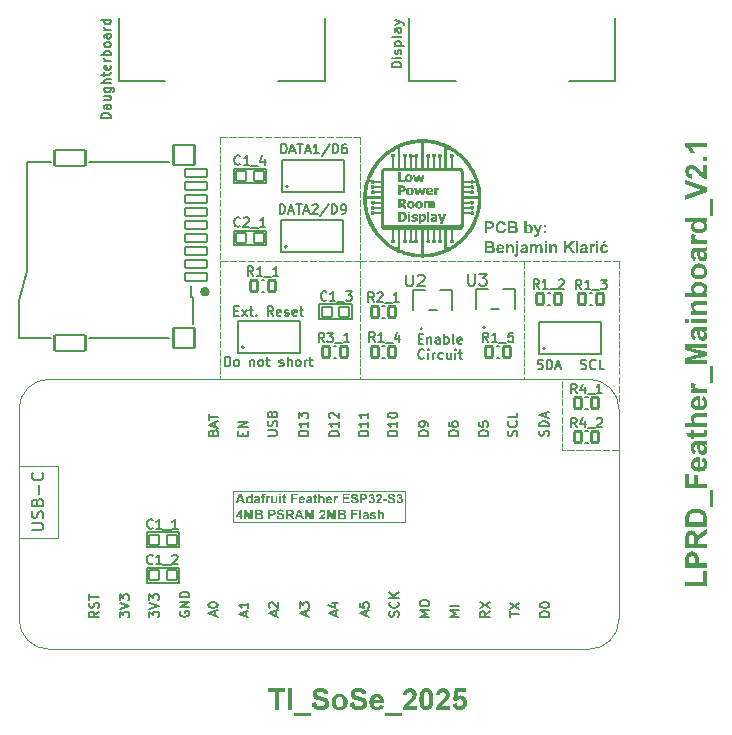
<source format=gbr>
%TF.GenerationSoftware,KiCad,Pcbnew,8.0.1-rc2*%
%TF.CreationDate,2025-04-21T15:53:20+02:00*%
%TF.ProjectId,feather_mainboard,66656174-6865-4725-9f6d-61696e626f61,1*%
%TF.SameCoordinates,Original*%
%TF.FileFunction,Legend,Top*%
%TF.FilePolarity,Positive*%
%FSLAX46Y46*%
G04 Gerber Fmt 4.6, Leading zero omitted, Abs format (unit mm)*
G04 Created by KiCad (PCBNEW 8.0.1-rc2) date 2025-04-21 15:53:20*
%MOMM*%
%LPD*%
G01*
G04 APERTURE LIST*
G04 Aperture macros list*
%AMRoundRect*
0 Rectangle with rounded corners*
0 $1 Rounding radius*
0 $2 $3 $4 $5 $6 $7 $8 $9 X,Y pos of 4 corners*
0 Add a 4 corners polygon primitive as box body*
4,1,4,$2,$3,$4,$5,$6,$7,$8,$9,$2,$3,0*
0 Add four circle primitives for the rounded corners*
1,1,$1+$1,$2,$3*
1,1,$1+$1,$4,$5*
1,1,$1+$1,$6,$7*
1,1,$1+$1,$8,$9*
0 Add four rect primitives between the rounded corners*
20,1,$1+$1,$2,$3,$4,$5,0*
20,1,$1+$1,$4,$5,$6,$7,0*
20,1,$1+$1,$6,$7,$8,$9,0*
20,1,$1+$1,$8,$9,$2,$3,0*%
G04 Aperture macros list end*
%ADD10C,0.050000*%
%ADD11C,0.000000*%
%ADD12C,0.100000*%
%ADD13C,0.150000*%
%ADD14C,0.300000*%
%ADD15C,0.200000*%
%ADD16C,0.127000*%
%ADD17C,0.400000*%
%ADD18C,0.152400*%
%ADD19RoundRect,0.102000X-0.300000X-0.450000X0.300000X-0.450000X0.300000X0.450000X-0.300000X0.450000X0*%
%ADD20RoundRect,0.102000X-0.400000X-0.400000X0.400000X-0.400000X0.400000X0.400000X-0.400000X0.400000X0*%
%ADD21C,1.778000*%
%ADD22C,3.800000*%
%ADD23C,1.854000*%
%ADD24C,1.512000*%
%ADD25RoundRect,0.102000X0.400000X0.400000X-0.400000X0.400000X-0.400000X-0.400000X0.400000X-0.400000X0*%
%ADD26C,0.900000*%
%ADD27C,1.000000*%
%ADD28RoundRect,0.102000X-0.950000X0.350000X-0.950000X-0.350000X0.950000X-0.350000X0.950000X0.350000X0*%
%ADD29RoundRect,0.102000X-0.900000X0.850000X-0.900000X-0.850000X0.900000X-0.850000X0.900000X0.850000X0*%
%ADD30RoundRect,0.102000X-1.300000X0.700000X-1.300000X-0.700000X1.300000X-0.700000X1.300000X0.700000X0*%
%ADD31R,0.568000X1.309599*%
%ADD32RoundRect,0.102000X0.300000X0.450000X-0.300000X0.450000X-0.300000X-0.450000X0.300000X-0.450000X0*%
%ADD33R,0.558800X1.320800*%
G04 APERTURE END LIST*
D10*
X151300000Y-94360000D02*
X151300000Y-94910000D01*
X151300000Y-95110000D02*
X151300000Y-95660000D01*
X151300000Y-95860000D02*
X151300000Y-96410000D01*
X151300000Y-96610000D02*
X151300000Y-97160000D01*
X151300000Y-97360000D02*
X151300000Y-97910000D01*
X151300000Y-98110000D02*
X151300000Y-98660000D01*
X151300000Y-98860000D02*
X151300000Y-99410000D01*
X151300000Y-99610000D02*
X151300000Y-100160000D01*
X151300000Y-100360000D02*
X151300000Y-100910000D01*
X151300000Y-101110000D02*
X151300000Y-101660000D01*
X151300000Y-101860000D02*
X151300000Y-102410000D01*
X151300000Y-102610000D02*
X151300000Y-103160000D01*
X151300000Y-103360000D02*
X151300000Y-103910000D01*
X151300000Y-104110000D02*
X151300000Y-104250000D01*
X151300000Y-94300000D02*
X151850000Y-94300000D01*
X152050000Y-94300000D02*
X152600000Y-94300000D01*
X152800000Y-94300000D02*
X153350000Y-94300000D01*
X153550000Y-94300000D02*
X154100000Y-94300000D01*
X154300000Y-94300000D02*
X154850000Y-94300000D01*
X155050000Y-94300000D02*
X155600000Y-94300000D01*
X155800000Y-94300000D02*
X156350000Y-94300000D01*
X156550000Y-94300000D02*
X157100000Y-94300000D01*
X157300000Y-94300000D02*
X157850000Y-94300000D01*
X158050000Y-94300000D02*
X158600000Y-94300000D01*
X158800000Y-94300000D02*
X159325000Y-94300000D01*
D11*
G36*
X142824556Y-88102667D02*
G01*
X142852319Y-88102757D01*
X142881529Y-88102992D01*
X142910848Y-88103119D01*
X142982815Y-88103571D01*
X142977634Y-88131219D01*
X142971851Y-88158633D01*
X142965529Y-88185857D01*
X142958732Y-88212936D01*
X142951521Y-88239914D01*
X142943962Y-88266835D01*
X142928048Y-88320685D01*
X142917538Y-88355791D01*
X142890045Y-88447223D01*
X142861923Y-88540909D01*
X142806867Y-88724020D01*
X142584617Y-88724020D01*
X142492012Y-88381384D01*
X142485678Y-88394629D01*
X142479927Y-88407801D01*
X142474684Y-88420966D01*
X142469873Y-88434186D01*
X142465420Y-88447525D01*
X142461249Y-88461046D01*
X142457284Y-88474814D01*
X142453452Y-88488892D01*
X142447925Y-88509287D01*
X142430663Y-88573538D01*
X142418870Y-88617199D01*
X142390148Y-88724020D01*
X142167898Y-88724020D01*
X142134307Y-88615532D01*
X142101515Y-88506860D01*
X142069504Y-88397958D01*
X142038252Y-88288780D01*
X142031267Y-88264136D01*
X142011629Y-88194439D01*
X142005588Y-88173102D01*
X141997704Y-88144527D01*
X141995280Y-88135074D01*
X141993655Y-88127758D01*
X141993092Y-88124647D01*
X141992669Y-88121765D01*
X141992163Y-88116280D01*
X141991977Y-88110487D01*
X141991950Y-88103571D01*
X142204940Y-88103571D01*
X142220494Y-88168467D01*
X142235574Y-88231083D01*
X142245974Y-88274410D01*
X142261008Y-88336890D01*
X142265630Y-88356278D01*
X142269085Y-88370095D01*
X142272704Y-88383756D01*
X142276481Y-88397301D01*
X142280411Y-88410772D01*
X142288707Y-88437654D01*
X142297544Y-88464728D01*
X142399408Y-88103571D01*
X142584617Y-88103571D01*
X142623673Y-88243970D01*
X142636958Y-88291719D01*
X142656059Y-88360403D01*
X142662053Y-88381921D01*
X142674602Y-88427867D01*
X142680649Y-88450895D01*
X142686481Y-88473988D01*
X142693985Y-88440982D01*
X142721581Y-88320194D01*
X142733518Y-88267833D01*
X142750689Y-88192739D01*
X142756069Y-88168945D01*
X142763573Y-88136953D01*
X142766214Y-88126784D01*
X142767374Y-88122822D01*
X142768472Y-88119479D01*
X142769543Y-88116661D01*
X142770619Y-88114271D01*
X142771735Y-88112215D01*
X142772924Y-88110395D01*
X142774220Y-88108716D01*
X142775656Y-88107084D01*
X142779085Y-88103571D01*
X142790445Y-88103078D01*
X142801812Y-88102785D01*
X142813184Y-88102658D01*
X142824556Y-88102667D01*
G37*
D10*
X125600000Y-94300000D02*
X125600000Y-94850000D01*
X125600000Y-95050000D02*
X125600000Y-95600000D01*
X125600000Y-95800000D02*
X125600000Y-96350000D01*
X125600000Y-96550000D02*
X125600000Y-97100000D01*
X125600000Y-97300000D02*
X125600000Y-97850000D01*
X125600000Y-98050000D02*
X125600000Y-98600000D01*
X125600000Y-98800000D02*
X125600000Y-99350000D01*
X125600000Y-99550000D02*
X125600000Y-100100000D01*
X125600000Y-100300000D02*
X125600000Y-100850000D01*
X125600000Y-101050000D02*
X125600000Y-101600000D01*
X125600000Y-101800000D02*
X125600000Y-102350000D01*
X125600000Y-102550000D02*
X125600000Y-103100000D01*
X125600000Y-103300000D02*
X125600000Y-103850000D01*
X125600000Y-104050000D02*
X125600000Y-104250000D01*
D12*
X126700000Y-113800000D02*
X141200000Y-113800000D01*
X141200000Y-116400000D01*
X126700000Y-116400000D01*
X126700000Y-113800000D01*
D11*
G36*
X143733226Y-90322310D02*
G01*
X143762004Y-90325345D01*
X143790295Y-90330196D01*
X143817976Y-90337036D01*
X143844924Y-90346038D01*
X143858083Y-90351403D01*
X143871014Y-90357373D01*
X143883699Y-90363970D01*
X143896123Y-90371216D01*
X143904040Y-90378433D01*
X143911663Y-90385688D01*
X143918972Y-90393009D01*
X143925944Y-90400424D01*
X143932561Y-90407963D01*
X143938801Y-90415655D01*
X143944643Y-90423528D01*
X143950067Y-90431612D01*
X143955051Y-90439936D01*
X143959576Y-90448528D01*
X143963620Y-90457418D01*
X143967163Y-90466635D01*
X143968739Y-90471375D01*
X143970183Y-90476207D01*
X143971491Y-90481136D01*
X143972661Y-90486164D01*
X143973690Y-90491296D01*
X143974576Y-90496534D01*
X143975315Y-90501884D01*
X143975906Y-90507347D01*
X143975782Y-90532959D01*
X143975777Y-90562163D01*
X143975488Y-90593357D01*
X143975409Y-90625548D01*
X143974837Y-90727163D01*
X143974584Y-90796128D01*
X143973679Y-90965040D01*
X143779210Y-90965040D01*
X143769950Y-90918738D01*
X143740432Y-90940731D01*
X143728063Y-90949396D01*
X143715693Y-90956984D01*
X143703298Y-90963556D01*
X143690856Y-90969170D01*
X143678343Y-90973887D01*
X143665734Y-90977766D01*
X143653006Y-90980867D01*
X143640135Y-90983248D01*
X143627098Y-90984970D01*
X143613870Y-90986092D01*
X143600428Y-90986674D01*
X143586749Y-90986775D01*
X143572808Y-90986455D01*
X143558582Y-90985772D01*
X143529179Y-90983561D01*
X143518973Y-90980729D01*
X143509329Y-90977463D01*
X143500204Y-90973773D01*
X143491556Y-90969666D01*
X143483346Y-90965151D01*
X143475530Y-90960236D01*
X143468068Y-90954930D01*
X143460918Y-90949241D01*
X143454039Y-90943178D01*
X143447390Y-90936749D01*
X143440928Y-90929962D01*
X143434613Y-90922825D01*
X143428402Y-90915348D01*
X143422256Y-90907539D01*
X143409987Y-90890957D01*
X143404998Y-90881354D01*
X143400700Y-90871507D01*
X143397059Y-90861441D01*
X143394040Y-90851182D01*
X143391610Y-90840756D01*
X143389733Y-90830190D01*
X143388376Y-90819510D01*
X143387504Y-90808742D01*
X143387084Y-90797912D01*
X143387080Y-90787046D01*
X143387459Y-90776171D01*
X143387999Y-90768102D01*
X143592370Y-90768102D01*
X143592424Y-90772792D01*
X143592626Y-90777414D01*
X143592987Y-90781990D01*
X143593515Y-90786543D01*
X143594220Y-90791098D01*
X143595111Y-90795678D01*
X143596197Y-90800305D01*
X143597488Y-90805005D01*
X143598993Y-90809799D01*
X143600722Y-90814712D01*
X143602684Y-90819767D01*
X143608482Y-90824233D01*
X143614327Y-90828195D01*
X143620228Y-90831678D01*
X143626190Y-90834707D01*
X143632222Y-90837307D01*
X143638330Y-90839502D01*
X143644521Y-90841318D01*
X143650801Y-90842778D01*
X143657179Y-90843908D01*
X143663661Y-90844733D01*
X143670254Y-90845277D01*
X143676964Y-90845566D01*
X143683800Y-90845623D01*
X143690768Y-90845473D01*
X143697874Y-90845142D01*
X143705127Y-90844654D01*
X143710331Y-90842612D01*
X143715459Y-90840481D01*
X143720511Y-90838256D01*
X143725486Y-90835931D01*
X143730385Y-90833502D01*
X143735208Y-90830963D01*
X143739954Y-90828309D01*
X143744623Y-90825534D01*
X143749216Y-90822633D01*
X143753732Y-90819600D01*
X143758171Y-90816431D01*
X143762533Y-90813121D01*
X143766818Y-90809663D01*
X143771026Y-90806052D01*
X143775157Y-90802284D01*
X143779210Y-90798353D01*
X143779612Y-90783164D01*
X143779826Y-90767971D01*
X143779876Y-90752775D01*
X143779789Y-90737581D01*
X143779536Y-90703976D01*
X143779210Y-90677967D01*
X143775289Y-90678018D01*
X143771367Y-90678164D01*
X143763520Y-90678708D01*
X143755677Y-90679533D01*
X143747842Y-90680570D01*
X143716703Y-90685491D01*
X143687330Y-90689723D01*
X143680175Y-90691532D01*
X143673297Y-90693501D01*
X143666673Y-90695638D01*
X143660283Y-90697952D01*
X143654104Y-90700453D01*
X143648117Y-90703148D01*
X143642298Y-90706048D01*
X143636627Y-90709160D01*
X143631082Y-90712494D01*
X143625642Y-90716059D01*
X143620286Y-90719863D01*
X143614991Y-90723916D01*
X143609737Y-90728226D01*
X143604502Y-90732803D01*
X143599264Y-90737654D01*
X143594002Y-90742790D01*
X143593006Y-90753380D01*
X143592671Y-90758419D01*
X143592455Y-90763318D01*
X143592370Y-90768102D01*
X143387999Y-90768102D01*
X143388186Y-90765313D01*
X143389227Y-90754497D01*
X143390547Y-90743750D01*
X143392113Y-90733099D01*
X143393890Y-90722569D01*
X143397210Y-90712601D01*
X143400951Y-90703102D01*
X143405103Y-90694046D01*
X143409658Y-90685404D01*
X143414605Y-90677148D01*
X143419934Y-90669251D01*
X143425637Y-90661685D01*
X143431703Y-90654421D01*
X143438122Y-90647433D01*
X143444884Y-90640692D01*
X143451981Y-90634171D01*
X143459403Y-90627841D01*
X143467139Y-90621676D01*
X143475179Y-90615646D01*
X143483516Y-90609725D01*
X143492137Y-90603884D01*
X143508115Y-90596236D01*
X143524681Y-90589442D01*
X143541765Y-90583455D01*
X143559296Y-90578228D01*
X143577206Y-90573714D01*
X143595425Y-90569865D01*
X143613882Y-90566634D01*
X143632507Y-90563975D01*
X143651232Y-90561838D01*
X143669986Y-90560179D01*
X143707301Y-90558100D01*
X143743896Y-90557360D01*
X143779210Y-90557582D01*
X143774720Y-90546230D01*
X143772542Y-90540949D01*
X143770355Y-90535913D01*
X143768119Y-90531107D01*
X143765795Y-90526517D01*
X143763341Y-90522128D01*
X143760719Y-90517925D01*
X143757888Y-90513895D01*
X143754808Y-90510022D01*
X143751439Y-90506292D01*
X143747740Y-90502691D01*
X143743673Y-90499205D01*
X143739197Y-90495818D01*
X143734271Y-90492517D01*
X143728857Y-90489286D01*
X143712812Y-90486731D01*
X143697091Y-90484751D01*
X143681655Y-90483337D01*
X143666462Y-90482481D01*
X143651473Y-90482173D01*
X143636648Y-90482404D01*
X143621947Y-90483166D01*
X143607329Y-90484450D01*
X143592755Y-90486247D01*
X143578184Y-90488547D01*
X143563577Y-90491343D01*
X143548894Y-90494625D01*
X143534094Y-90498384D01*
X143519137Y-90502612D01*
X143503983Y-90507299D01*
X143488593Y-90512437D01*
X143480557Y-90515112D01*
X143474292Y-90517122D01*
X143471667Y-90517907D01*
X143469297Y-90518562D01*
X143467119Y-90519098D01*
X143465071Y-90519527D01*
X143463089Y-90519862D01*
X143461113Y-90520113D01*
X143459077Y-90520293D01*
X143456921Y-90520414D01*
X143451996Y-90520524D01*
X143445836Y-90520540D01*
X143445836Y-90353852D01*
X143500293Y-90342685D01*
X143557249Y-90332566D01*
X143586354Y-90328331D01*
X143615714Y-90324876D01*
X143645205Y-90322373D01*
X143674703Y-90320997D01*
X143704084Y-90320918D01*
X143733226Y-90322310D01*
G37*
G36*
X144266592Y-90405636D02*
G01*
X144280847Y-90442270D01*
X144285910Y-90456013D01*
X144290516Y-90469150D01*
X144301122Y-90500934D01*
X144312154Y-90534214D01*
X144323260Y-90568000D01*
X144334799Y-90602871D01*
X144362616Y-90687228D01*
X144366295Y-90681532D01*
X144369740Y-90675844D01*
X144372966Y-90670157D01*
X144375991Y-90664463D01*
X144378833Y-90658753D01*
X144381509Y-90653019D01*
X144384035Y-90647253D01*
X144386429Y-90641446D01*
X144390890Y-90629679D01*
X144395026Y-90617653D01*
X144398977Y-90605303D01*
X144402878Y-90592562D01*
X144408960Y-90572882D01*
X144428018Y-90510701D01*
X144447175Y-90448420D01*
X144459049Y-90409679D01*
X144467110Y-90383624D01*
X144469921Y-90374949D01*
X144472292Y-90368159D01*
X144474506Y-90362491D01*
X144476841Y-90357182D01*
X144479580Y-90351470D01*
X144483002Y-90344592D01*
X144686731Y-90344592D01*
X144674493Y-90399313D01*
X144670332Y-90417202D01*
X144666959Y-90430758D01*
X144663984Y-90441466D01*
X144661020Y-90450812D01*
X144653567Y-90471358D01*
X144645185Y-90494045D01*
X144636197Y-90517863D01*
X144626665Y-90543528D01*
X144595863Y-90625877D01*
X144574629Y-90682878D01*
X144531597Y-90798181D01*
X144473923Y-90953392D01*
X144457149Y-90998704D01*
X144433565Y-91062425D01*
X144412102Y-91120297D01*
X144400002Y-91152934D01*
X144394305Y-91167732D01*
X144392255Y-91172880D01*
X144390441Y-91177208D01*
X144388644Y-91181228D01*
X144386641Y-91185451D01*
X144381138Y-91196550D01*
X144168148Y-91196550D01*
X144173468Y-91173530D01*
X144179039Y-91151421D01*
X144184977Y-91130013D01*
X144191397Y-91109095D01*
X144198414Y-91088456D01*
X144206143Y-91067888D01*
X144214700Y-91047179D01*
X144224199Y-91026119D01*
X144227530Y-91017923D01*
X144230404Y-91009761D01*
X144232837Y-91001633D01*
X144234846Y-90993537D01*
X144236449Y-90985472D01*
X144237662Y-90977436D01*
X144238502Y-90969427D01*
X144238986Y-90961445D01*
X144238952Y-90945552D01*
X144237696Y-90929746D01*
X144235351Y-90914013D01*
X144232052Y-90898344D01*
X144227935Y-90882725D01*
X144223133Y-90867144D01*
X144217782Y-90851589D01*
X144212017Y-90836049D01*
X144187501Y-90773791D01*
X144173837Y-90737426D01*
X144137894Y-90642396D01*
X144094105Y-90526401D01*
X144060066Y-90436303D01*
X144047796Y-90403883D01*
X144036914Y-90375210D01*
X144034382Y-90368142D01*
X144032478Y-90362718D01*
X144031115Y-90358578D01*
X144030607Y-90356878D01*
X144030201Y-90355364D01*
X144029884Y-90353993D01*
X144029646Y-90352718D01*
X144029476Y-90351495D01*
X144029362Y-90350279D01*
X144029257Y-90347690D01*
X144029242Y-90344592D01*
X144242231Y-90344592D01*
X144266592Y-90405636D01*
G37*
G36*
X143217528Y-89205842D02*
G01*
X143231863Y-89207374D01*
X143246082Y-89209811D01*
X143260123Y-89213137D01*
X143273922Y-89217339D01*
X143287417Y-89222400D01*
X143300545Y-89228308D01*
X143313244Y-89235047D01*
X143325450Y-89242603D01*
X143337677Y-89255843D01*
X143342623Y-89261296D01*
X143346865Y-89266096D01*
X143350455Y-89270340D01*
X143353448Y-89274122D01*
X143355899Y-89277537D01*
X143357861Y-89280680D01*
X143359390Y-89283646D01*
X143360538Y-89286530D01*
X143361361Y-89289426D01*
X143361913Y-89292431D01*
X143362247Y-89295638D01*
X143362419Y-89299143D01*
X143362492Y-89307426D01*
X143386547Y-89289845D01*
X143418633Y-89266911D01*
X143434386Y-89255336D01*
X143445810Y-89247578D01*
X143457144Y-89240560D01*
X143468423Y-89234265D01*
X143479681Y-89228673D01*
X143490953Y-89223767D01*
X143502273Y-89219530D01*
X143513676Y-89215942D01*
X143525195Y-89212986D01*
X143536864Y-89210645D01*
X143548719Y-89208900D01*
X143560793Y-89207732D01*
X143573121Y-89207125D01*
X143585736Y-89207060D01*
X143598674Y-89207519D01*
X143611969Y-89208484D01*
X143625654Y-89209938D01*
X143633324Y-89211644D01*
X143640626Y-89213559D01*
X143647586Y-89215695D01*
X143654228Y-89218066D01*
X143660579Y-89220685D01*
X143666663Y-89223564D01*
X143672505Y-89226715D01*
X143678132Y-89230153D01*
X143683567Y-89233889D01*
X143688838Y-89237936D01*
X143693968Y-89242308D01*
X143698983Y-89247017D01*
X143703909Y-89252076D01*
X143708771Y-89257497D01*
X143713593Y-89263294D01*
X143718403Y-89269479D01*
X143724077Y-89278330D01*
X143729306Y-89286962D01*
X143734100Y-89295423D01*
X143738470Y-89303759D01*
X143742427Y-89312019D01*
X143745981Y-89320250D01*
X143749144Y-89328499D01*
X143751925Y-89336814D01*
X143754336Y-89345242D01*
X143756387Y-89353831D01*
X143758090Y-89362628D01*
X143759454Y-89371681D01*
X143760490Y-89381037D01*
X143761210Y-89390743D01*
X143761623Y-89400847D01*
X143761741Y-89411397D01*
X143761739Y-89440603D01*
X143761594Y-89471943D01*
X143761554Y-89504172D01*
X143761268Y-89606074D01*
X143761142Y-89675165D01*
X143760690Y-89844530D01*
X143556961Y-89844530D01*
X143555586Y-89754675D01*
X143554021Y-89668523D01*
X143553053Y-89608647D01*
X143551535Y-89522586D01*
X143551210Y-89495543D01*
X143550653Y-89470269D01*
X143550279Y-89448086D01*
X143549694Y-89443958D01*
X143549010Y-89439979D01*
X143548228Y-89436135D01*
X143547348Y-89432407D01*
X143546370Y-89428779D01*
X143545293Y-89425236D01*
X143544119Y-89421759D01*
X143542847Y-89418334D01*
X143541478Y-89414942D01*
X143540011Y-89411568D01*
X143538448Y-89408196D01*
X143536787Y-89404807D01*
X143533176Y-89397918D01*
X143529179Y-89390769D01*
X143506898Y-89390114D01*
X143484613Y-89389612D01*
X143459545Y-89388961D01*
X143451137Y-89389038D01*
X143447637Y-89389147D01*
X143444508Y-89389343D01*
X143441675Y-89389656D01*
X143439064Y-89390114D01*
X143437818Y-89390407D01*
X143436600Y-89390748D01*
X143435400Y-89391141D01*
X143434209Y-89391588D01*
X143433018Y-89392095D01*
X143431817Y-89392664D01*
X143429350Y-89394005D01*
X143426732Y-89395641D01*
X143423890Y-89397602D01*
X143420750Y-89399918D01*
X143417237Y-89402618D01*
X143408794Y-89409290D01*
X143407342Y-89415730D01*
X143406256Y-89420847D01*
X143405836Y-89423063D01*
X143405489Y-89425133D01*
X143405210Y-89427118D01*
X143404993Y-89429080D01*
X143404833Y-89431081D01*
X143404723Y-89433182D01*
X143404657Y-89435446D01*
X143404630Y-89437932D01*
X143404668Y-89443823D01*
X143404790Y-89451346D01*
X143404234Y-89477747D01*
X143404055Y-89506308D01*
X143403552Y-89535503D01*
X143402917Y-89581784D01*
X143402427Y-89628067D01*
X143401469Y-89690720D01*
X143399533Y-89844530D01*
X143195804Y-89844530D01*
X143194430Y-89763754D01*
X143192865Y-89685875D01*
X143191898Y-89631958D01*
X143190378Y-89554237D01*
X143190054Y-89530084D01*
X143190007Y-89505264D01*
X143189867Y-89494974D01*
X143189589Y-89485825D01*
X143189127Y-89477614D01*
X143188434Y-89470135D01*
X143187466Y-89463185D01*
X143186175Y-89456560D01*
X143184517Y-89450056D01*
X143182445Y-89443469D01*
X143179914Y-89436594D01*
X143176877Y-89429228D01*
X143173290Y-89421167D01*
X143169105Y-89412206D01*
X143158762Y-89390769D01*
X143147721Y-89389701D01*
X143143635Y-89389376D01*
X143139881Y-89389164D01*
X143135991Y-89389044D01*
X143131498Y-89388995D01*
X143118827Y-89389033D01*
X143096942Y-89388635D01*
X143088569Y-89389070D01*
X143085053Y-89389321D01*
X143081870Y-89389635D01*
X143078933Y-89390041D01*
X143076157Y-89390570D01*
X143073457Y-89391253D01*
X143070746Y-89392119D01*
X143067938Y-89393199D01*
X143064948Y-89394524D01*
X143061690Y-89396122D01*
X143058078Y-89398026D01*
X143054027Y-89400264D01*
X143049450Y-89402867D01*
X143038377Y-89409290D01*
X143029117Y-89844530D01*
X142825388Y-89844530D01*
X142825388Y-89224082D01*
X143029117Y-89224082D01*
X143038377Y-89270384D01*
X143057006Y-89258555D01*
X143081786Y-89243181D01*
X143106203Y-89227880D01*
X143119206Y-89221655D01*
X143132596Y-89216450D01*
X143146309Y-89212252D01*
X143160282Y-89209045D01*
X143174454Y-89206815D01*
X143188760Y-89205548D01*
X143203139Y-89205228D01*
X143217528Y-89205842D01*
G37*
G36*
X140800000Y-87900000D02*
G01*
X140921371Y-87901102D01*
X141010756Y-87904094D01*
X141045552Y-87906594D01*
X141074871Y-87909921D01*
X141099550Y-87914193D01*
X141120429Y-87919528D01*
X141138349Y-87926043D01*
X141154147Y-87933858D01*
X141168664Y-87943091D01*
X141182738Y-87953859D01*
X141212918Y-87980473D01*
X141222543Y-87991650D01*
X141231311Y-88002979D01*
X141239250Y-88014472D01*
X141246392Y-88026142D01*
X141252766Y-88038000D01*
X141258402Y-88050060D01*
X141263332Y-88062333D01*
X141267584Y-88074831D01*
X141271190Y-88087568D01*
X141274179Y-88100555D01*
X141276581Y-88113804D01*
X141278427Y-88127328D01*
X141279747Y-88141140D01*
X141280571Y-88155250D01*
X141280929Y-88169673D01*
X141280851Y-88184419D01*
X141279329Y-88198614D01*
X141277406Y-88212568D01*
X141275059Y-88226280D01*
X141272267Y-88239748D01*
X141269005Y-88252968D01*
X141265250Y-88265939D01*
X141260980Y-88278658D01*
X141256172Y-88291122D01*
X141250802Y-88303329D01*
X141244848Y-88315278D01*
X141238286Y-88326964D01*
X141231093Y-88338386D01*
X141223246Y-88349541D01*
X141214723Y-88360428D01*
X141205500Y-88371043D01*
X141195554Y-88381384D01*
X141175519Y-88396557D01*
X141155628Y-88409768D01*
X141135809Y-88421155D01*
X141115995Y-88430852D01*
X141096113Y-88438995D01*
X141076094Y-88445719D01*
X141055867Y-88451159D01*
X141035363Y-88455452D01*
X141014512Y-88458732D01*
X140993242Y-88461136D01*
X140971485Y-88462798D01*
X140949169Y-88463854D01*
X140902582Y-88464690D01*
X140852919Y-88464728D01*
X140852919Y-88724020D01*
X140639929Y-88724020D01*
X140639929Y-88298040D01*
X140852919Y-88298040D01*
X140887869Y-88299554D01*
X140902310Y-88299987D01*
X140915086Y-88300124D01*
X140926466Y-88299902D01*
X140936719Y-88299261D01*
X140946114Y-88298140D01*
X140954919Y-88296477D01*
X140963404Y-88294212D01*
X140971837Y-88291284D01*
X140980486Y-88287632D01*
X140989621Y-88283194D01*
X140999510Y-88277910D01*
X141010422Y-88271718D01*
X141036391Y-88256368D01*
X141038793Y-88253205D01*
X141041034Y-88249996D01*
X141043117Y-88246742D01*
X141045048Y-88243446D01*
X141048472Y-88236731D01*
X141051343Y-88229864D01*
X141053700Y-88222861D01*
X141055581Y-88215733D01*
X141057025Y-88208494D01*
X141058069Y-88201159D01*
X141058753Y-88193740D01*
X141059114Y-88186251D01*
X141059190Y-88178707D01*
X141059021Y-88171119D01*
X141058643Y-88163502D01*
X141058097Y-88155870D01*
X141056648Y-88140613D01*
X141054368Y-88135108D01*
X141052079Y-88129978D01*
X141049759Y-88125189D01*
X141047386Y-88120704D01*
X141044938Y-88116487D01*
X141042393Y-88112502D01*
X141039731Y-88108714D01*
X141036929Y-88105086D01*
X141033966Y-88101583D01*
X141030819Y-88098168D01*
X141027467Y-88094806D01*
X141023888Y-88091461D01*
X141020062Y-88088096D01*
X141015965Y-88084676D01*
X141011576Y-88081165D01*
X141006873Y-88077526D01*
X140997232Y-88074598D01*
X140987657Y-88072130D01*
X140978136Y-88070089D01*
X140968655Y-88068440D01*
X140959199Y-88067148D01*
X140949755Y-88066178D01*
X140940309Y-88065495D01*
X140930847Y-88065064D01*
X140911821Y-88064821D01*
X140892564Y-88065170D01*
X140852919Y-88066530D01*
X140852919Y-88298040D01*
X140639929Y-88298040D01*
X140639929Y-87899842D01*
X140800000Y-87900000D01*
G37*
G36*
X143927377Y-88177655D02*
G01*
X143941630Y-88166151D01*
X143954363Y-88156427D01*
X143966429Y-88147745D01*
X143977961Y-88140048D01*
X143989093Y-88133279D01*
X143999959Y-88127380D01*
X144010694Y-88122294D01*
X144021433Y-88117964D01*
X144032308Y-88114333D01*
X144043455Y-88111343D01*
X144055008Y-88108938D01*
X144067101Y-88107060D01*
X144079869Y-88105651D01*
X144093445Y-88104655D01*
X144107963Y-88104015D01*
X144123559Y-88103673D01*
X144140367Y-88103571D01*
X144140367Y-88298040D01*
X144039985Y-88296231D01*
X144024501Y-88296626D01*
X144011945Y-88297157D01*
X144006319Y-88297549D01*
X144000889Y-88298064D01*
X143995476Y-88298732D01*
X143989904Y-88299584D01*
X143983992Y-88300648D01*
X143977562Y-88301955D01*
X143970436Y-88303535D01*
X143962436Y-88305416D01*
X143943097Y-88310206D01*
X143918117Y-88316561D01*
X143918117Y-88724020D01*
X143723648Y-88724020D01*
X143723648Y-88103571D01*
X143918117Y-88103571D01*
X143927377Y-88177655D01*
G37*
G36*
X142790467Y-90325154D02*
G01*
X142799946Y-90325608D01*
X142809410Y-90326472D01*
X142818855Y-90327755D01*
X142828273Y-90329468D01*
X142837657Y-90331619D01*
X142847002Y-90334218D01*
X142856299Y-90337276D01*
X142865542Y-90340802D01*
X142874726Y-90344805D01*
X142883842Y-90349296D01*
X142892884Y-90354284D01*
X142901846Y-90359778D01*
X142910721Y-90365790D01*
X142922248Y-90377489D01*
X142932910Y-90389637D01*
X142942732Y-90402210D01*
X142951736Y-90415187D01*
X142959945Y-90428546D01*
X142967383Y-90442266D01*
X142974073Y-90456325D01*
X142980038Y-90470701D01*
X142985302Y-90485372D01*
X142989887Y-90500317D01*
X142993816Y-90515514D01*
X142997114Y-90530940D01*
X142999802Y-90546576D01*
X143001905Y-90562398D01*
X143003445Y-90578385D01*
X143004447Y-90594515D01*
X143004628Y-90640396D01*
X143004102Y-90662663D01*
X143003024Y-90684500D01*
X143001290Y-90705924D01*
X142998793Y-90726949D01*
X142995429Y-90747593D01*
X142991092Y-90767869D01*
X142985676Y-90787794D01*
X142979077Y-90807384D01*
X142971190Y-90826653D01*
X142961908Y-90845617D01*
X142951126Y-90864292D01*
X142938740Y-90882694D01*
X142924643Y-90900837D01*
X142908731Y-90918738D01*
X142899181Y-90927161D01*
X142889593Y-90934861D01*
X142879943Y-90941873D01*
X142870208Y-90948231D01*
X142860367Y-90953971D01*
X142850397Y-90959129D01*
X142840274Y-90963740D01*
X142829976Y-90967839D01*
X142819480Y-90971462D01*
X142808764Y-90974644D01*
X142797805Y-90977420D01*
X142786581Y-90979826D01*
X142775068Y-90981897D01*
X142763244Y-90983669D01*
X142751086Y-90985176D01*
X142738571Y-90986455D01*
X142729200Y-90985543D01*
X142719844Y-90984425D01*
X142710509Y-90983099D01*
X142701202Y-90981565D01*
X142691929Y-90979821D01*
X142682695Y-90977866D01*
X142673507Y-90975700D01*
X142664371Y-90973321D01*
X142655293Y-90970728D01*
X142646279Y-90967921D01*
X142637334Y-90964899D01*
X142628466Y-90961660D01*
X142619680Y-90958203D01*
X142610983Y-90954528D01*
X142602380Y-90950634D01*
X142593877Y-90946519D01*
X142593877Y-91196550D01*
X142390148Y-91196550D01*
X142390148Y-90792048D01*
X142591341Y-90792048D01*
X142591432Y-90795047D01*
X142591673Y-90797823D01*
X142592080Y-90800457D01*
X142592667Y-90803030D01*
X142593451Y-90805623D01*
X142594446Y-90808317D01*
X142595668Y-90811193D01*
X142597133Y-90814331D01*
X142598856Y-90817814D01*
X142603137Y-90826134D01*
X142622006Y-90827745D01*
X142640463Y-90828816D01*
X142649564Y-90829083D01*
X142658593Y-90829138D01*
X142667561Y-90828953D01*
X142676479Y-90828503D01*
X142685356Y-90827762D01*
X142694204Y-90826704D01*
X142703033Y-90825303D01*
X142711853Y-90823533D01*
X142720674Y-90821368D01*
X142729508Y-90818782D01*
X142738364Y-90815749D01*
X142747253Y-90812243D01*
X142752456Y-90806704D01*
X142757312Y-90801123D01*
X142761833Y-90795500D01*
X142766031Y-90789832D01*
X142769919Y-90784118D01*
X142773509Y-90778359D01*
X142776811Y-90772553D01*
X142779839Y-90766699D01*
X142785119Y-90754844D01*
X142789444Y-90742785D01*
X142792910Y-90730515D01*
X142795613Y-90718026D01*
X142797649Y-90705310D01*
X142799115Y-90692361D01*
X142800106Y-90679169D01*
X142800717Y-90665727D01*
X142801188Y-90638064D01*
X142801296Y-90609310D01*
X142800308Y-90601581D01*
X142799091Y-90594117D01*
X142797645Y-90586893D01*
X142795969Y-90579885D01*
X142794063Y-90573069D01*
X142791925Y-90566419D01*
X142789555Y-90559913D01*
X142786953Y-90553524D01*
X142784117Y-90547230D01*
X142781047Y-90541005D01*
X142777742Y-90534826D01*
X142774202Y-90528667D01*
X142770425Y-90522505D01*
X142766412Y-90516316D01*
X142762160Y-90510074D01*
X142757671Y-90503755D01*
X142752929Y-90500586D01*
X142748176Y-90497739D01*
X142743414Y-90495204D01*
X142738642Y-90492970D01*
X142733861Y-90491027D01*
X142729072Y-90489365D01*
X142724275Y-90487974D01*
X142719471Y-90486843D01*
X142714659Y-90485962D01*
X142709841Y-90485322D01*
X142705017Y-90484912D01*
X142700187Y-90484721D01*
X142690513Y-90484957D01*
X142680821Y-90485949D01*
X142671117Y-90487615D01*
X142661403Y-90489873D01*
X142651684Y-90492642D01*
X142641963Y-90495839D01*
X142632244Y-90499384D01*
X142622531Y-90503193D01*
X142603137Y-90511280D01*
X142601741Y-90512745D01*
X142600461Y-90514231D01*
X142599293Y-90515737D01*
X142598230Y-90517262D01*
X142597270Y-90518806D01*
X142596407Y-90520368D01*
X142595636Y-90521950D01*
X142594953Y-90523549D01*
X142594353Y-90525166D01*
X142593832Y-90526801D01*
X142593383Y-90528452D01*
X142593004Y-90530121D01*
X142592433Y-90533507D01*
X142592080Y-90536957D01*
X142591908Y-90540468D01*
X142591879Y-90544036D01*
X142592098Y-90551339D01*
X142592437Y-90558845D01*
X142592556Y-90562667D01*
X142592591Y-90566532D01*
X142592648Y-90585941D01*
X142592620Y-90605767D01*
X142592670Y-90647337D01*
X142592611Y-90711174D01*
X142592648Y-90751472D01*
X142592591Y-90770881D01*
X142591811Y-90780906D01*
X142591546Y-90785059D01*
X142591384Y-90788746D01*
X142591341Y-90792048D01*
X142390148Y-90792048D01*
X142390148Y-90344592D01*
X142593877Y-90344592D01*
X142603137Y-90390894D01*
X142616739Y-90381417D01*
X142633774Y-90370680D01*
X142651237Y-90360881D01*
X142669076Y-90352099D01*
X142687236Y-90344410D01*
X142705664Y-90337894D01*
X142724306Y-90332626D01*
X142743109Y-90328687D01*
X142762019Y-90326152D01*
X142780982Y-90325100D01*
X142790467Y-90325154D01*
G37*
G36*
X143358334Y-88081718D02*
G01*
X143375502Y-88082382D01*
X143392564Y-88083706D01*
X143409491Y-88085756D01*
X143426256Y-88088595D01*
X143442832Y-88092290D01*
X143459191Y-88096905D01*
X143475305Y-88102503D01*
X143491148Y-88109151D01*
X143506692Y-88116913D01*
X143521908Y-88125854D01*
X143533358Y-88135349D01*
X143544071Y-88145159D01*
X143554071Y-88155285D01*
X143563385Y-88165730D01*
X143572040Y-88176494D01*
X143580059Y-88187581D01*
X143587471Y-88198991D01*
X143594299Y-88210727D01*
X143600571Y-88222790D01*
X143606311Y-88235183D01*
X143611546Y-88247907D01*
X143616301Y-88260964D01*
X143620603Y-88274356D01*
X143624477Y-88288085D01*
X143627948Y-88302153D01*
X143631044Y-88316561D01*
X143631044Y-88455467D01*
X143214325Y-88455467D01*
X143221486Y-88477852D01*
X143224550Y-88487076D01*
X143227397Y-88495206D01*
X143230121Y-88502402D01*
X143232817Y-88508830D01*
X143235581Y-88514651D01*
X143238506Y-88520027D01*
X143241689Y-88525123D01*
X143245225Y-88530100D01*
X143249207Y-88535121D01*
X143253731Y-88540350D01*
X143258892Y-88545949D01*
X143264786Y-88552080D01*
X143279148Y-88566592D01*
X143294253Y-88572098D01*
X143309299Y-88576810D01*
X143324293Y-88580735D01*
X143339242Y-88583877D01*
X143354152Y-88586242D01*
X143369032Y-88587836D01*
X143383887Y-88588663D01*
X143398724Y-88588730D01*
X143413550Y-88588042D01*
X143428372Y-88586605D01*
X143443197Y-88584423D01*
X143458032Y-88581502D01*
X143472883Y-88577848D01*
X143487757Y-88573466D01*
X143502662Y-88568362D01*
X143517604Y-88562541D01*
X143527945Y-88558167D01*
X143536042Y-88554638D01*
X143539461Y-88553069D01*
X143542573Y-88551567D01*
X143545463Y-88550082D01*
X143548217Y-88548567D01*
X143550918Y-88546973D01*
X143553651Y-88545252D01*
X143556502Y-88543356D01*
X143559554Y-88541235D01*
X143566605Y-88536130D01*
X143575481Y-88529550D01*
X143621783Y-88529550D01*
X143621783Y-88696238D01*
X143593441Y-88705556D01*
X143564865Y-88714216D01*
X143536089Y-88722108D01*
X143507145Y-88729124D01*
X143478066Y-88735156D01*
X143448886Y-88740095D01*
X143419637Y-88743833D01*
X143390353Y-88746261D01*
X143361066Y-88747270D01*
X143331810Y-88746752D01*
X143302618Y-88744598D01*
X143273521Y-88740701D01*
X143244555Y-88734950D01*
X143215751Y-88727239D01*
X143187142Y-88717458D01*
X143158762Y-88705498D01*
X143145455Y-88697954D01*
X143132872Y-88689850D01*
X143120990Y-88681202D01*
X143109783Y-88672026D01*
X143099224Y-88662337D01*
X143089288Y-88652152D01*
X143079949Y-88641485D01*
X143071182Y-88630353D01*
X143062962Y-88618772D01*
X143055262Y-88606757D01*
X143048056Y-88594324D01*
X143041320Y-88581489D01*
X143035028Y-88568267D01*
X143029153Y-88554675D01*
X143023670Y-88540727D01*
X143018554Y-88526440D01*
X143014655Y-88508282D01*
X143011421Y-88489870D01*
X143008873Y-88471252D01*
X143007033Y-88452478D01*
X143005919Y-88433599D01*
X143005554Y-88414664D01*
X143005958Y-88395722D01*
X143007153Y-88376825D01*
X143009157Y-88358022D01*
X143011994Y-88339362D01*
X143012849Y-88335082D01*
X143214325Y-88335082D01*
X143427314Y-88335082D01*
X143428917Y-88317247D01*
X143429470Y-88309906D01*
X143429820Y-88303448D01*
X143429937Y-88297747D01*
X143429793Y-88292676D01*
X143429358Y-88288110D01*
X143428605Y-88283921D01*
X143427504Y-88279983D01*
X143426026Y-88276170D01*
X143424143Y-88272356D01*
X143421825Y-88268414D01*
X143419045Y-88264218D01*
X143415772Y-88259642D01*
X143407636Y-88248844D01*
X143402733Y-88244453D01*
X143397756Y-88240371D01*
X143392711Y-88236598D01*
X143387601Y-88233131D01*
X143382432Y-88229970D01*
X143377209Y-88227112D01*
X143371937Y-88224555D01*
X143366621Y-88222300D01*
X143361265Y-88220342D01*
X143355875Y-88218682D01*
X143350456Y-88217317D01*
X143345012Y-88216246D01*
X143339549Y-88215468D01*
X143334071Y-88214980D01*
X143328583Y-88214781D01*
X143323091Y-88214869D01*
X143317600Y-88215243D01*
X143312114Y-88215901D01*
X143306637Y-88216842D01*
X143301177Y-88218064D01*
X143295736Y-88219565D01*
X143290320Y-88221344D01*
X143284935Y-88223398D01*
X143279584Y-88225728D01*
X143274273Y-88228330D01*
X143269008Y-88231204D01*
X143263792Y-88234347D01*
X143258631Y-88237759D01*
X143253529Y-88241437D01*
X143248493Y-88245379D01*
X143243526Y-88249585D01*
X143238633Y-88254053D01*
X143232347Y-88263624D01*
X143229783Y-88267698D01*
X143227559Y-88271455D01*
X143225637Y-88275015D01*
X143223983Y-88278496D01*
X143223245Y-88280244D01*
X143222561Y-88282017D01*
X143221925Y-88283829D01*
X143221335Y-88285696D01*
X143220270Y-88289653D01*
X143219330Y-88294005D01*
X143218480Y-88298872D01*
X143217683Y-88304373D01*
X143216905Y-88310625D01*
X143216110Y-88317749D01*
X143214325Y-88335082D01*
X143012849Y-88335082D01*
X143015683Y-88320896D01*
X143020244Y-88302674D01*
X143025700Y-88284745D01*
X143032070Y-88267159D01*
X143039376Y-88249967D01*
X143047637Y-88233217D01*
X143057896Y-88219299D01*
X143068322Y-88205955D01*
X143078957Y-88193199D01*
X143089842Y-88181048D01*
X143101016Y-88169517D01*
X143112520Y-88158621D01*
X143124395Y-88148376D01*
X143136681Y-88138796D01*
X143149419Y-88129898D01*
X143162648Y-88121696D01*
X143176410Y-88114207D01*
X143190745Y-88107445D01*
X143205693Y-88101426D01*
X143221295Y-88096165D01*
X143237591Y-88091678D01*
X143254622Y-88087981D01*
X143289143Y-88084373D01*
X143306464Y-88083042D01*
X143323788Y-88082113D01*
X143341087Y-88081650D01*
X143358334Y-88081718D01*
G37*
G36*
X142195679Y-87344217D02*
G01*
X142208960Y-87308207D01*
X142221527Y-87272524D01*
X142227534Y-87254646D01*
X142233352Y-87236659D01*
X142238977Y-87218499D01*
X142244405Y-87200102D01*
X142249891Y-87181111D01*
X142266869Y-87121967D01*
X142278535Y-87081489D01*
X142306804Y-86983061D01*
X142492012Y-86983061D01*
X142511944Y-87057361D01*
X142531069Y-87128433D01*
X142544353Y-87177910D01*
X142563455Y-87248936D01*
X142569449Y-87271358D01*
X142575324Y-87293487D01*
X142577603Y-87301438D01*
X142579826Y-87308452D01*
X142582279Y-87315384D01*
X142585248Y-87323086D01*
X142593877Y-87344217D01*
X142677221Y-86983061D01*
X142890211Y-86983061D01*
X142875501Y-87041715D01*
X142860094Y-87100118D01*
X142844019Y-87158340D01*
X142827305Y-87216453D01*
X142817458Y-87250233D01*
X142791837Y-87337919D01*
X142765575Y-87427886D01*
X142714263Y-87603509D01*
X142492012Y-87603509D01*
X142472081Y-87531234D01*
X142452957Y-87462093D01*
X142439672Y-87413964D01*
X142420570Y-87344868D01*
X142414577Y-87323061D01*
X142408628Y-87301371D01*
X142406329Y-87293577D01*
X142404100Y-87286699D01*
X142401653Y-87279901D01*
X142398703Y-87272346D01*
X142390148Y-87251613D01*
X142381794Y-87282919D01*
X142351092Y-87397494D01*
X142337807Y-87447160D01*
X142318705Y-87518393D01*
X142312712Y-87540959D01*
X142304391Y-87571319D01*
X142301500Y-87580985D01*
X142300246Y-87584761D01*
X142299073Y-87587954D01*
X142297944Y-87590656D01*
X142296824Y-87592958D01*
X142295677Y-87594952D01*
X142294467Y-87596730D01*
X142293158Y-87598382D01*
X142291716Y-87600002D01*
X142288283Y-87603509D01*
X142276417Y-87604003D01*
X142264543Y-87604296D01*
X142252665Y-87604422D01*
X142240787Y-87604413D01*
X142211758Y-87604323D01*
X142181210Y-87604088D01*
X142150553Y-87603961D01*
X142075294Y-87603509D01*
X142066145Y-87579644D01*
X142057496Y-87555673D01*
X142049280Y-87531599D01*
X142041432Y-87507423D01*
X142026573Y-87458770D01*
X142012388Y-87409727D01*
X142002542Y-87375364D01*
X141982113Y-87303800D01*
X141955862Y-87212130D01*
X141930781Y-87124391D01*
X141921224Y-87091156D01*
X141912506Y-87060425D01*
X141904784Y-87033372D01*
X141902989Y-87025881D01*
X141901640Y-87019913D01*
X141901113Y-87017316D01*
X141900674Y-87014878D01*
X141900314Y-87012526D01*
X141900026Y-87010186D01*
X141899801Y-87007784D01*
X141899633Y-87005248D01*
X141899512Y-87002502D01*
X141899431Y-86999474D01*
X141899357Y-86992275D01*
X141899346Y-86983061D01*
X142112336Y-86983061D01*
X142195679Y-87344217D01*
G37*
G36*
X142451450Y-89200619D02*
G01*
X142480808Y-89204447D01*
X142509670Y-89210628D01*
X142523849Y-89214609D01*
X142537823Y-89219188D01*
X142551566Y-89224368D01*
X142565051Y-89230151D01*
X142578250Y-89236542D01*
X142591138Y-89243542D01*
X142603687Y-89251157D01*
X142615870Y-89259387D01*
X142628696Y-89270505D01*
X142640783Y-89281749D01*
X142652135Y-89293158D01*
X142662757Y-89304772D01*
X142672654Y-89316631D01*
X142681828Y-89328774D01*
X142690285Y-89341241D01*
X142698028Y-89354071D01*
X142705061Y-89367305D01*
X142711390Y-89380982D01*
X142717017Y-89395142D01*
X142721947Y-89409824D01*
X142726185Y-89425068D01*
X142729734Y-89440914D01*
X142732598Y-89457401D01*
X142734782Y-89474570D01*
X142735912Y-89496306D01*
X142736505Y-89517810D01*
X142736491Y-89539070D01*
X142735802Y-89560079D01*
X142734367Y-89580826D01*
X142732117Y-89601300D01*
X142728982Y-89621494D01*
X142724892Y-89641396D01*
X142719778Y-89660997D01*
X142713570Y-89680288D01*
X142706198Y-89699259D01*
X142697592Y-89717899D01*
X142687683Y-89736200D01*
X142676401Y-89754151D01*
X142663677Y-89771744D01*
X142649440Y-89788967D01*
X142632321Y-89802609D01*
X142615009Y-89814630D01*
X142597493Y-89825123D01*
X142579762Y-89834182D01*
X142561804Y-89841898D01*
X142543609Y-89848366D01*
X142525164Y-89853679D01*
X142506460Y-89857929D01*
X142487483Y-89861210D01*
X142468223Y-89863615D01*
X142448669Y-89865237D01*
X142428810Y-89866168D01*
X142408633Y-89866503D01*
X142388128Y-89866335D01*
X142346089Y-89864859D01*
X142332284Y-89863347D01*
X142318725Y-89861239D01*
X142305418Y-89858537D01*
X142292370Y-89855244D01*
X142279589Y-89851362D01*
X142267083Y-89846893D01*
X142254856Y-89841839D01*
X142242918Y-89836204D01*
X142231276Y-89829989D01*
X142219935Y-89823196D01*
X142208904Y-89815828D01*
X142198189Y-89807888D01*
X142187798Y-89799377D01*
X142177738Y-89790298D01*
X142168015Y-89780654D01*
X142158638Y-89770446D01*
X142149417Y-89757379D01*
X142140937Y-89744030D01*
X142133180Y-89730411D01*
X142126127Y-89716539D01*
X142119761Y-89702427D01*
X142114062Y-89688090D01*
X142109012Y-89673541D01*
X142104594Y-89658796D01*
X142100788Y-89643868D01*
X142097577Y-89628772D01*
X142094941Y-89613522D01*
X142092864Y-89598132D01*
X142091325Y-89582617D01*
X142090308Y-89566991D01*
X142089794Y-89551268D01*
X142089763Y-89535463D01*
X142089809Y-89530938D01*
X142293435Y-89530938D01*
X142293659Y-89545388D01*
X142294250Y-89559911D01*
X142295140Y-89574491D01*
X142297544Y-89603759D01*
X142299400Y-89612158D01*
X142301446Y-89620403D01*
X142303703Y-89628485D01*
X142306195Y-89636397D01*
X142308942Y-89644129D01*
X142311968Y-89651673D01*
X142315293Y-89659020D01*
X142318941Y-89666162D01*
X142322933Y-89673091D01*
X142327291Y-89679797D01*
X142332038Y-89686272D01*
X142337194Y-89692507D01*
X142342784Y-89698495D01*
X142348827Y-89704226D01*
X142355348Y-89709692D01*
X142362367Y-89714884D01*
X142369100Y-89716698D01*
X142375509Y-89718296D01*
X142381640Y-89719671D01*
X142387538Y-89720818D01*
X142393249Y-89721729D01*
X142398817Y-89722398D01*
X142404289Y-89722818D01*
X142409710Y-89722983D01*
X142415126Y-89722885D01*
X142420582Y-89722518D01*
X142426123Y-89721877D01*
X142431796Y-89720953D01*
X142437645Y-89719740D01*
X142443716Y-89718233D01*
X142450055Y-89716423D01*
X142456707Y-89714305D01*
X142463290Y-89709620D01*
X142469544Y-89704854D01*
X142475474Y-89699986D01*
X142481083Y-89695000D01*
X142486379Y-89689876D01*
X142491364Y-89684596D01*
X142496045Y-89679142D01*
X142500425Y-89673495D01*
X142504511Y-89667637D01*
X142508306Y-89661549D01*
X142511816Y-89655213D01*
X142515046Y-89648611D01*
X142517999Y-89641724D01*
X142520682Y-89634534D01*
X142523100Y-89627021D01*
X142525256Y-89619169D01*
X142527264Y-89605131D01*
X142528947Y-89591086D01*
X142530275Y-89577044D01*
X142531217Y-89563017D01*
X142531743Y-89549017D01*
X142531821Y-89535054D01*
X142531421Y-89521141D01*
X142530514Y-89507289D01*
X142529067Y-89493509D01*
X142527050Y-89479812D01*
X142524433Y-89466211D01*
X142521186Y-89452716D01*
X142517276Y-89439339D01*
X142512675Y-89426091D01*
X142507351Y-89412984D01*
X142501273Y-89400030D01*
X142494743Y-89392288D01*
X142491604Y-89388725D01*
X142488514Y-89385348D01*
X142485448Y-89382140D01*
X142482377Y-89379088D01*
X142479278Y-89376175D01*
X142476122Y-89373386D01*
X142472884Y-89370706D01*
X142469538Y-89368121D01*
X142466057Y-89365614D01*
X142462415Y-89363171D01*
X142458586Y-89360775D01*
X142454543Y-89358413D01*
X142450260Y-89356069D01*
X142445711Y-89353727D01*
X142429202Y-89352645D01*
X142421423Y-89352328D01*
X142413921Y-89352213D01*
X142406666Y-89352342D01*
X142399629Y-89352756D01*
X142392778Y-89353496D01*
X142386084Y-89354601D01*
X142379517Y-89356113D01*
X142373048Y-89358073D01*
X142366645Y-89360521D01*
X142360279Y-89363498D01*
X142353920Y-89367044D01*
X142347538Y-89371201D01*
X142341104Y-89376009D01*
X142334586Y-89381509D01*
X142326296Y-89394075D01*
X142319119Y-89406893D01*
X142312989Y-89419948D01*
X142307835Y-89433222D01*
X142303592Y-89446700D01*
X142300191Y-89460366D01*
X142297563Y-89474203D01*
X142295642Y-89488195D01*
X142294358Y-89502326D01*
X142293646Y-89516579D01*
X142293435Y-89530938D01*
X142089809Y-89530938D01*
X142089996Y-89512192D01*
X142090695Y-89495559D01*
X142091888Y-89479364D01*
X142093605Y-89463587D01*
X142095878Y-89448204D01*
X142098738Y-89433194D01*
X142102218Y-89418534D01*
X142106348Y-89404203D01*
X142111159Y-89390176D01*
X142116683Y-89376433D01*
X142122952Y-89362952D01*
X142129997Y-89349709D01*
X142137848Y-89336683D01*
X142146539Y-89323851D01*
X142156099Y-89311192D01*
X142166560Y-89298682D01*
X142177954Y-89286300D01*
X142188975Y-89276871D01*
X142200436Y-89267964D01*
X142212310Y-89259584D01*
X142224572Y-89251732D01*
X142237194Y-89244413D01*
X142250149Y-89237629D01*
X142276951Y-89225681D01*
X142304763Y-89215911D01*
X142333370Y-89208345D01*
X142362557Y-89203008D01*
X142392110Y-89199925D01*
X142421812Y-89199120D01*
X142451450Y-89200619D01*
G37*
D10*
X137400000Y-94360000D02*
X137400000Y-94910000D01*
X137400000Y-95110000D02*
X137400000Y-95660000D01*
X137400000Y-95860000D02*
X137400000Y-96410000D01*
X137400000Y-96610000D02*
X137400000Y-97160000D01*
X137400000Y-97360000D02*
X137400000Y-97910000D01*
X137400000Y-98110000D02*
X137400000Y-98660000D01*
X137400000Y-98860000D02*
X137400000Y-99410000D01*
X137400000Y-99610000D02*
X137400000Y-100160000D01*
X137400000Y-100360000D02*
X137400000Y-100910000D01*
X137400000Y-101110000D02*
X137400000Y-101660000D01*
X137400000Y-101860000D02*
X137400000Y-102410000D01*
X137400000Y-102610000D02*
X137400000Y-103160000D01*
X137400000Y-103360000D02*
X137400000Y-103910000D01*
X137400000Y-104110000D02*
X137400000Y-104250000D01*
X154500000Y-110275000D02*
X154500000Y-109725000D01*
X154500000Y-109525000D02*
X154500000Y-108975000D01*
X154500000Y-108775000D02*
X154500000Y-108225000D01*
X154500000Y-108025000D02*
X154500000Y-107475000D01*
X154500000Y-107275000D02*
X154500000Y-106725000D01*
X154500000Y-106525000D02*
X154500000Y-105975000D01*
X154500000Y-105775000D02*
X154500000Y-105225000D01*
X154500000Y-105025000D02*
X154500000Y-104475000D01*
X159275000Y-110275000D02*
X158725000Y-110275000D01*
X158525000Y-110275000D02*
X157975000Y-110275000D01*
X157775000Y-110275000D02*
X157225000Y-110275000D01*
X157025000Y-110275000D02*
X156475000Y-110275000D01*
X156275000Y-110275000D02*
X155725000Y-110275000D01*
X155525000Y-110275000D02*
X154975000Y-110275000D01*
X154775000Y-110275000D02*
X154500000Y-110275000D01*
X125600000Y-83800000D02*
X126150000Y-83800000D01*
X126350000Y-83800000D02*
X126900000Y-83800000D01*
X127100000Y-83800000D02*
X127650000Y-83800000D01*
X127850000Y-83800000D02*
X128400000Y-83800000D01*
X128600000Y-83800000D02*
X129150000Y-83800000D01*
X129350000Y-83800000D02*
X129900000Y-83800000D01*
X130100000Y-83800000D02*
X130650000Y-83800000D01*
X130850000Y-83800000D02*
X131400000Y-83800000D01*
X131600000Y-83800000D02*
X132150000Y-83800000D01*
X132350000Y-83800000D02*
X132900000Y-83800000D01*
X133100000Y-83800000D02*
X133650000Y-83800000D01*
X133850000Y-83800000D02*
X134400000Y-83800000D01*
X134600000Y-83800000D02*
X135150000Y-83800000D01*
X135350000Y-83800000D02*
X135900000Y-83800000D01*
X136100000Y-83800000D02*
X136650000Y-83800000D01*
X136850000Y-83800000D02*
X137400000Y-83800000D01*
X125660000Y-94300000D02*
X126210000Y-94300000D01*
X126410000Y-94300000D02*
X126960000Y-94300000D01*
X127160000Y-94300000D02*
X127710000Y-94300000D01*
X127910000Y-94300000D02*
X128460000Y-94300000D01*
X128660000Y-94300000D02*
X129210000Y-94300000D01*
X129410000Y-94300000D02*
X129960000Y-94300000D01*
X130160000Y-94300000D02*
X130710000Y-94300000D01*
X130910000Y-94300000D02*
X131460000Y-94300000D01*
X131660000Y-94300000D02*
X132210000Y-94300000D01*
X132410000Y-94300000D02*
X132960000Y-94300000D01*
X133160000Y-94300000D02*
X133710000Y-94300000D01*
X133910000Y-94300000D02*
X134460000Y-94300000D01*
X134660000Y-94300000D02*
X135210000Y-94300000D01*
X135410000Y-94300000D02*
X135960000Y-94300000D01*
X136160000Y-94300000D02*
X136710000Y-94300000D01*
X136910000Y-94300000D02*
X137400000Y-94300000D01*
X137400000Y-83860000D02*
X137400000Y-84410000D01*
X137400000Y-84610000D02*
X137400000Y-85160000D01*
X137400000Y-85360000D02*
X137400000Y-85910000D01*
X137400000Y-86110000D02*
X137400000Y-86660000D01*
X137400000Y-86860000D02*
X137400000Y-87410000D01*
X137400000Y-87610000D02*
X137400000Y-88160000D01*
X137400000Y-88360000D02*
X137400000Y-88910000D01*
X137400000Y-89110000D02*
X137400000Y-89660000D01*
X137400000Y-89860000D02*
X137400000Y-90410000D01*
X137400000Y-90610000D02*
X137400000Y-91160000D01*
X137400000Y-91360000D02*
X137400000Y-91910000D01*
X137400000Y-92110000D02*
X137400000Y-92660000D01*
X137400000Y-92860000D02*
X137400000Y-93410000D01*
X137400000Y-93610000D02*
X137400000Y-94160000D01*
D11*
G36*
X142730650Y-83998355D02*
G01*
X142873005Y-83999705D01*
X142943910Y-84001503D01*
X143014698Y-84004291D01*
X143085419Y-84008252D01*
X143156122Y-84013568D01*
X143226855Y-84020419D01*
X143297669Y-84028988D01*
X143362311Y-84036802D01*
X143533966Y-84061787D01*
X143704756Y-84093147D01*
X143874408Y-84130766D01*
X144042647Y-84174527D01*
X144209199Y-84224314D01*
X144373790Y-84280010D01*
X144536146Y-84341500D01*
X144695992Y-84408665D01*
X144724790Y-84421312D01*
X144876091Y-84491190D01*
X145024937Y-84566003D01*
X145171142Y-84645737D01*
X145314518Y-84730378D01*
X145454879Y-84819911D01*
X145592037Y-84914323D01*
X145725804Y-85013599D01*
X145855994Y-85117725D01*
X145866698Y-85126493D01*
X145877451Y-85135201D01*
X145899050Y-85152501D01*
X145922564Y-85171609D01*
X145945712Y-85191063D01*
X145968546Y-85210827D01*
X145991118Y-85230864D01*
X146013482Y-85251136D01*
X146035689Y-85271608D01*
X146079845Y-85313003D01*
X146099579Y-85331428D01*
X146119474Y-85349656D01*
X146139522Y-85367716D01*
X146159716Y-85385639D01*
X146189179Y-85412319D01*
X146218356Y-85439435D01*
X146247179Y-85467002D01*
X146275580Y-85495035D01*
X146303490Y-85523548D01*
X146330841Y-85552558D01*
X146357565Y-85582077D01*
X146383594Y-85612121D01*
X146396566Y-85626934D01*
X146409719Y-85641570D01*
X146423006Y-85656084D01*
X146436382Y-85670533D01*
X146455744Y-85691616D01*
X146474856Y-85712860D01*
X146493734Y-85734271D01*
X146512393Y-85755855D01*
X146530845Y-85777617D01*
X146549107Y-85799563D01*
X146567193Y-85821699D01*
X146585116Y-85844030D01*
X146596674Y-85858404D01*
X146669122Y-85950811D01*
X146739257Y-86044849D01*
X146807106Y-86140467D01*
X146872694Y-86237613D01*
X146936047Y-86336233D01*
X146997192Y-86436277D01*
X147056154Y-86537692D01*
X147112960Y-86640425D01*
X147126163Y-86664761D01*
X147176773Y-86761192D01*
X147225009Y-86858757D01*
X147270882Y-86957400D01*
X147314404Y-87057065D01*
X147355587Y-87157697D01*
X147394443Y-87259240D01*
X147430984Y-87361638D01*
X147465220Y-87464836D01*
X147497165Y-87568777D01*
X147526829Y-87673407D01*
X147554225Y-87778668D01*
X147579364Y-87884506D01*
X147602258Y-87990865D01*
X147622919Y-88097689D01*
X147641358Y-88204922D01*
X147657588Y-88312509D01*
X147660374Y-88332052D01*
X147670747Y-88412569D01*
X147679288Y-88493085D01*
X147686126Y-88573631D01*
X147691391Y-88654238D01*
X147695212Y-88734937D01*
X147697720Y-88815759D01*
X147699042Y-88896734D01*
X147699310Y-88977893D01*
X147699219Y-89036740D01*
X147697869Y-89179094D01*
X147696071Y-89249999D01*
X147693283Y-89320788D01*
X147689322Y-89391509D01*
X147684006Y-89462212D01*
X147677155Y-89532945D01*
X147668585Y-89603759D01*
X147660772Y-89668401D01*
X147635787Y-89840056D01*
X147604427Y-90010846D01*
X147566808Y-90180498D01*
X147523047Y-90348737D01*
X147473260Y-90515289D01*
X147417563Y-90679880D01*
X147356074Y-90842236D01*
X147288908Y-91002082D01*
X147276261Y-91030880D01*
X147206384Y-91182180D01*
X147131571Y-91331027D01*
X147051837Y-91477231D01*
X146967196Y-91620608D01*
X146877662Y-91760969D01*
X146783251Y-91898127D01*
X146683975Y-92031894D01*
X146579849Y-92162084D01*
X146571081Y-92172788D01*
X146562373Y-92183541D01*
X146545072Y-92205140D01*
X146525964Y-92228654D01*
X146506510Y-92251801D01*
X146486746Y-92274635D01*
X146466710Y-92297208D01*
X146446438Y-92319571D01*
X146425966Y-92341779D01*
X146384571Y-92385935D01*
X146366146Y-92405669D01*
X146347918Y-92425564D01*
X146329858Y-92445612D01*
X146311934Y-92465806D01*
X146285255Y-92495269D01*
X146258139Y-92524446D01*
X146230572Y-92553269D01*
X146202539Y-92581669D01*
X146174025Y-92609579D01*
X146145016Y-92636931D01*
X146115497Y-92663655D01*
X146085452Y-92689684D01*
X146070640Y-92702656D01*
X146056004Y-92715808D01*
X146041490Y-92729096D01*
X146027041Y-92742472D01*
X146005958Y-92761834D01*
X145984714Y-92780946D01*
X145963303Y-92799824D01*
X145941719Y-92818482D01*
X145919957Y-92836935D01*
X145898011Y-92855197D01*
X145875875Y-92873283D01*
X145853544Y-92891206D01*
X145839169Y-92902764D01*
X145746763Y-92975212D01*
X145652724Y-93045347D01*
X145557106Y-93113196D01*
X145459961Y-93178783D01*
X145361340Y-93242137D01*
X145261297Y-93303282D01*
X145159882Y-93362244D01*
X145057148Y-93419050D01*
X145032812Y-93432253D01*
X144936381Y-93482863D01*
X144838816Y-93531099D01*
X144740174Y-93576972D01*
X144640508Y-93620494D01*
X144539876Y-93661677D01*
X144438333Y-93700533D01*
X144335935Y-93737074D01*
X144232737Y-93771310D01*
X144128796Y-93803255D01*
X144024167Y-93832919D01*
X143918905Y-93860315D01*
X143813067Y-93885454D01*
X143706708Y-93908348D01*
X143599884Y-93929009D01*
X143492651Y-93947448D01*
X143385064Y-93963678D01*
X143365522Y-93966464D01*
X143285005Y-93976837D01*
X143204489Y-93985377D01*
X143123943Y-93992216D01*
X143043336Y-93997481D01*
X142962637Y-94001302D01*
X142881815Y-94003810D01*
X142800840Y-94005132D01*
X142719681Y-94005400D01*
X142660833Y-94005309D01*
X142518479Y-94003959D01*
X142447574Y-94002161D01*
X142376786Y-93999372D01*
X142306065Y-93995411D01*
X142235362Y-93990096D01*
X142164628Y-93983245D01*
X142093815Y-93974675D01*
X142029173Y-93966862D01*
X141857518Y-93941877D01*
X141686728Y-93910517D01*
X141517076Y-93872898D01*
X141348837Y-93829137D01*
X141182285Y-93779350D01*
X141017694Y-93723653D01*
X140855338Y-93662164D01*
X140695492Y-93594998D01*
X140666693Y-93582351D01*
X140515393Y-93512473D01*
X140366547Y-93437660D01*
X140220342Y-93357926D01*
X140076965Y-93273285D01*
X139936605Y-93183752D01*
X139799447Y-93089340D01*
X139665679Y-92990064D01*
X139535489Y-92885939D01*
X139524786Y-92877170D01*
X139514033Y-92868462D01*
X139492434Y-92851162D01*
X139468919Y-92832054D01*
X139445772Y-92812600D01*
X139422938Y-92792836D01*
X139400366Y-92772800D01*
X139378002Y-92752527D01*
X139355795Y-92732056D01*
X139311638Y-92690661D01*
X139291904Y-92672235D01*
X139272010Y-92654008D01*
X139251961Y-92635947D01*
X139231767Y-92618024D01*
X139202305Y-92591345D01*
X139173128Y-92564229D01*
X139144305Y-92536662D01*
X139115904Y-92508629D01*
X139087994Y-92480115D01*
X139060643Y-92451106D01*
X139033918Y-92421586D01*
X139007889Y-92391542D01*
X138994918Y-92376729D01*
X138981765Y-92362094D01*
X138968478Y-92347580D01*
X138955101Y-92333131D01*
X138935740Y-92312048D01*
X138916628Y-92290803D01*
X138897750Y-92269392D01*
X138879091Y-92247808D01*
X138860638Y-92226046D01*
X138842376Y-92204100D01*
X138824291Y-92181965D01*
X138806367Y-92159634D01*
X138794810Y-92145259D01*
X138722362Y-92052853D01*
X138652227Y-91958814D01*
X138584378Y-91863196D01*
X138518790Y-91766051D01*
X138455437Y-91667430D01*
X138394292Y-91567386D01*
X138335329Y-91465971D01*
X138278523Y-91363238D01*
X138265320Y-91338902D01*
X138214710Y-91242471D01*
X138166474Y-91144906D01*
X138120601Y-91046263D01*
X138077079Y-90946598D01*
X138035896Y-90845966D01*
X137997040Y-90744423D01*
X137960500Y-90642025D01*
X137926263Y-90538827D01*
X137894318Y-90434886D01*
X137864654Y-90330257D01*
X137837258Y-90224995D01*
X137812119Y-90119157D01*
X137789225Y-90012798D01*
X137768564Y-89905974D01*
X137750125Y-89798741D01*
X137733895Y-89691154D01*
X137731109Y-89671612D01*
X137720736Y-89591095D01*
X137712196Y-89510579D01*
X137705357Y-89430032D01*
X137700092Y-89349425D01*
X137696271Y-89268726D01*
X137693764Y-89187905D01*
X137693015Y-89142086D01*
X138000006Y-89142086D01*
X138000214Y-89186068D01*
X138000976Y-89225168D01*
X138002429Y-89264169D01*
X138004708Y-89307851D01*
X138012286Y-89428390D01*
X138016073Y-89465659D01*
X138036383Y-89633045D01*
X138062522Y-89799824D01*
X138094512Y-89965810D01*
X138132374Y-90130819D01*
X138176128Y-90294667D01*
X138225797Y-90457170D01*
X138281400Y-90618142D01*
X138342960Y-90777401D01*
X138410498Y-90934760D01*
X138484034Y-91090036D01*
X138563590Y-91243045D01*
X138649187Y-91393601D01*
X138740845Y-91541521D01*
X138838588Y-91686619D01*
X138942434Y-91828712D01*
X139052406Y-91967616D01*
X139061174Y-91978319D01*
X139069882Y-91989072D01*
X139087182Y-92010671D01*
X139107901Y-92036137D01*
X139129024Y-92061189D01*
X139150502Y-92085888D01*
X139172287Y-92110297D01*
X139194331Y-92134476D01*
X139216585Y-92158487D01*
X139261534Y-92206252D01*
X139287121Y-92233690D01*
X139312543Y-92261281D01*
X139352131Y-92303892D01*
X139372104Y-92324885D01*
X139392293Y-92345624D01*
X139412768Y-92366076D01*
X139433601Y-92386205D01*
X139454863Y-92405980D01*
X139476626Y-92425364D01*
X139494789Y-92441550D01*
X139512751Y-92457926D01*
X139530573Y-92474452D01*
X139548322Y-92491092D01*
X139570656Y-92511886D01*
X139593141Y-92532420D01*
X139615798Y-92552700D01*
X139638649Y-92572729D01*
X139661714Y-92592513D01*
X139685015Y-92612055D01*
X139708573Y-92631362D01*
X139732409Y-92650436D01*
X139761673Y-92673949D01*
X139890059Y-92785240D01*
X139943717Y-92830986D01*
X139991977Y-92871153D01*
X140036057Y-92906508D01*
X140077177Y-92937815D01*
X140116554Y-92965841D01*
X140155407Y-92991352D01*
X140194956Y-93015114D01*
X140236418Y-93037892D01*
X140281013Y-93060453D01*
X140329958Y-93083562D01*
X140384474Y-93107985D01*
X140445778Y-93134489D01*
X140593627Y-93196800D01*
X140593627Y-91678092D01*
X140834398Y-91678092D01*
X140834398Y-93317185D01*
X140923487Y-93355048D01*
X141012223Y-93391423D01*
X141056772Y-93408861D01*
X141101611Y-93425696D01*
X141146865Y-93441851D01*
X141192660Y-93457249D01*
X141214202Y-93464331D01*
X141344293Y-93505000D01*
X141475060Y-93541817D01*
X141606531Y-93574845D01*
X141738740Y-93604144D01*
X141871715Y-93629776D01*
X142005488Y-93651803D01*
X142140090Y-93670287D01*
X142275550Y-93685288D01*
X142311446Y-93688875D01*
X142344646Y-93691560D01*
X142377542Y-93693564D01*
X142410256Y-93694986D01*
X142442911Y-93695927D01*
X142508525Y-93696762D01*
X142575356Y-93696863D01*
X142825388Y-93696863D01*
X142898529Y-93696414D01*
X142934716Y-93695750D01*
X142970766Y-93694702D01*
X143006766Y-93693200D01*
X143042805Y-93691176D01*
X143078972Y-93688562D01*
X143115354Y-93685288D01*
X143134544Y-93683418D01*
X143277057Y-93667401D01*
X143418787Y-93647325D01*
X143559701Y-93623189D01*
X143699767Y-93594994D01*
X143838954Y-93562740D01*
X143977228Y-93526427D01*
X144114558Y-93486054D01*
X144250913Y-93441623D01*
X144276874Y-93432785D01*
X144312526Y-93419739D01*
X144347825Y-93406078D01*
X144382858Y-93391908D01*
X144417713Y-93377336D01*
X144557086Y-93317185D01*
X144557086Y-93196800D01*
X144797856Y-93196800D01*
X144825207Y-93187782D01*
X144834997Y-93184377D01*
X144843586Y-93181167D01*
X144852016Y-93177744D01*
X144861329Y-93173704D01*
X144886771Y-93162146D01*
X144904855Y-93152675D01*
X144924030Y-93142396D01*
X144944596Y-93131410D01*
X145039335Y-93078601D01*
X145132684Y-93023378D01*
X145224607Y-92965809D01*
X145315065Y-92905963D01*
X145404023Y-92843907D01*
X145491444Y-92779710D01*
X145577290Y-92713441D01*
X145661526Y-92645168D01*
X145672230Y-92636400D01*
X145682982Y-92627691D01*
X145704581Y-92610391D01*
X145730047Y-92589672D01*
X145755099Y-92568549D01*
X145779799Y-92547072D01*
X145804207Y-92525287D01*
X145828386Y-92503243D01*
X145852397Y-92480989D01*
X145900162Y-92436040D01*
X145927600Y-92410452D01*
X145955191Y-92385031D01*
X145997802Y-92345443D01*
X146018795Y-92325469D01*
X146039535Y-92305280D01*
X146059986Y-92284805D01*
X146080116Y-92263972D01*
X146099890Y-92242710D01*
X146119274Y-92220948D01*
X146135460Y-92202784D01*
X146151836Y-92184823D01*
X146168362Y-92167000D01*
X146185002Y-92149252D01*
X146205796Y-92126917D01*
X146226330Y-92104432D01*
X146246610Y-92081775D01*
X146266639Y-92058924D01*
X146286423Y-92035859D01*
X146305966Y-92012559D01*
X146325272Y-91989001D01*
X146344346Y-91965165D01*
X146367859Y-91935901D01*
X146471028Y-91802014D01*
X146569047Y-91664836D01*
X146661875Y-91524451D01*
X146749469Y-91380947D01*
X146831789Y-91234407D01*
X146908793Y-91084919D01*
X146980439Y-90932568D01*
X147046686Y-90777440D01*
X147107493Y-90619621D01*
X147162818Y-90459196D01*
X147212619Y-90296252D01*
X147256856Y-90130874D01*
X147295487Y-89963147D01*
X147328470Y-89793159D01*
X147355765Y-89620994D01*
X147377328Y-89446738D01*
X147380020Y-89420905D01*
X147382785Y-89395081D01*
X147386534Y-89348105D01*
X147389038Y-89301463D01*
X147390526Y-89255008D01*
X147391228Y-89208591D01*
X147390773Y-89020353D01*
X146196179Y-89020353D01*
X146196179Y-89270384D01*
X146301019Y-89272312D01*
X146405861Y-89273738D01*
X146454694Y-89274357D01*
X146503523Y-89275274D01*
X146531589Y-89275815D01*
X146559654Y-89276204D01*
X146615792Y-89276714D01*
X146650848Y-89277728D01*
X146670985Y-89277603D01*
X146680444Y-89277361D01*
X146689549Y-89276930D01*
X146698340Y-89276259D01*
X146706858Y-89275295D01*
X146715142Y-89273987D01*
X146723233Y-89272283D01*
X146731170Y-89270131D01*
X146738992Y-89267479D01*
X146746741Y-89264274D01*
X146754456Y-89260466D01*
X146762176Y-89256002D01*
X146769942Y-89250830D01*
X146777794Y-89244899D01*
X146785771Y-89238156D01*
X146802164Y-89220422D01*
X146804741Y-89217875D01*
X146807344Y-89215499D01*
X146809971Y-89213289D01*
X146812624Y-89211239D01*
X146815303Y-89209342D01*
X146818009Y-89207593D01*
X146820740Y-89205985D01*
X146823498Y-89204512D01*
X146826283Y-89203168D01*
X146829095Y-89201948D01*
X146834800Y-89199853D01*
X146840616Y-89198177D01*
X146846544Y-89196873D01*
X146852587Y-89195892D01*
X146858745Y-89195185D01*
X146865022Y-89194704D01*
X146871418Y-89194400D01*
X146884576Y-89194129D01*
X146898234Y-89193985D01*
X146916989Y-89194465D01*
X146925878Y-89194954D01*
X146934474Y-89195666D01*
X146942806Y-89196644D01*
X146950897Y-89197932D01*
X146958775Y-89199573D01*
X146966465Y-89201609D01*
X146973994Y-89204084D01*
X146981386Y-89207042D01*
X146988668Y-89210524D01*
X146995866Y-89214574D01*
X147003006Y-89219236D01*
X147010113Y-89224553D01*
X147017215Y-89230566D01*
X147024336Y-89237321D01*
X147032064Y-89246551D01*
X147038853Y-89255611D01*
X147044762Y-89264547D01*
X147049851Y-89273408D01*
X147054180Y-89282241D01*
X147057807Y-89291095D01*
X147060793Y-89300017D01*
X147063197Y-89309055D01*
X147065078Y-89318257D01*
X147066496Y-89327670D01*
X147067510Y-89337343D01*
X147068181Y-89347324D01*
X147068566Y-89357659D01*
X147068727Y-89368398D01*
X147068611Y-89391276D01*
X147067781Y-89400250D01*
X147066605Y-89408765D01*
X147065080Y-89416859D01*
X147063200Y-89424567D01*
X147060960Y-89431925D01*
X147058355Y-89438970D01*
X147055379Y-89445737D01*
X147052028Y-89452264D01*
X147048297Y-89458586D01*
X147044180Y-89464740D01*
X147039672Y-89470762D01*
X147034769Y-89476688D01*
X147029464Y-89482554D01*
X147023754Y-89488397D01*
X147017633Y-89494253D01*
X147011095Y-89500158D01*
X147001360Y-89506770D01*
X146991591Y-89512467D01*
X146981775Y-89517310D01*
X146971902Y-89521357D01*
X146961957Y-89524670D01*
X146951930Y-89527306D01*
X146941808Y-89529327D01*
X146931578Y-89530793D01*
X146921229Y-89531762D01*
X146910748Y-89532294D01*
X146900123Y-89532450D01*
X146889341Y-89532290D01*
X146867261Y-89531257D01*
X146844408Y-89529675D01*
X146837944Y-89527399D01*
X146831927Y-89525174D01*
X146826316Y-89522962D01*
X146821071Y-89520724D01*
X146816152Y-89518424D01*
X146811518Y-89516021D01*
X146807129Y-89513479D01*
X146802944Y-89510758D01*
X146798923Y-89507821D01*
X146795026Y-89504628D01*
X146791211Y-89501143D01*
X146787438Y-89497326D01*
X146783668Y-89493139D01*
X146779859Y-89488544D01*
X146775971Y-89483503D01*
X146771963Y-89477977D01*
X146767540Y-89474741D01*
X146763105Y-89471752D01*
X146758658Y-89469000D01*
X146754197Y-89466476D01*
X146749722Y-89464171D01*
X146745231Y-89462076D01*
X146736194Y-89458478D01*
X146727077Y-89455608D01*
X146717870Y-89453394D01*
X146708561Y-89451760D01*
X146699140Y-89450635D01*
X146689598Y-89449943D01*
X146679923Y-89449612D01*
X146670105Y-89449567D01*
X146660134Y-89449736D01*
X146618505Y-89451071D01*
X146581955Y-89451269D01*
X146534021Y-89451714D01*
X146486090Y-89452413D01*
X146437113Y-89452963D01*
X146388134Y-89453331D01*
X146292157Y-89454307D01*
X146196179Y-89455592D01*
X146196179Y-89705623D01*
X146301019Y-89707551D01*
X146405861Y-89708978D01*
X146454694Y-89709597D01*
X146503523Y-89710514D01*
X146531589Y-89711055D01*
X146559654Y-89711443D01*
X146615792Y-89711954D01*
X146650848Y-89712968D01*
X146670985Y-89712842D01*
X146680444Y-89712600D01*
X146689549Y-89712170D01*
X146698340Y-89711498D01*
X146706858Y-89710535D01*
X146715142Y-89709227D01*
X146723233Y-89707523D01*
X146731170Y-89705370D01*
X146738992Y-89702718D01*
X146746741Y-89699514D01*
X146754456Y-89695705D01*
X146762176Y-89691241D01*
X146769942Y-89686069D01*
X146777794Y-89680138D01*
X146785771Y-89673395D01*
X146802164Y-89655662D01*
X146804741Y-89653115D01*
X146807344Y-89650739D01*
X146809971Y-89648529D01*
X146812624Y-89646479D01*
X146815303Y-89644582D01*
X146818009Y-89642832D01*
X146820740Y-89641224D01*
X146823498Y-89639752D01*
X146826283Y-89638408D01*
X146829095Y-89637188D01*
X146834800Y-89635092D01*
X146840616Y-89633417D01*
X146846544Y-89632113D01*
X146852587Y-89631131D01*
X146858745Y-89630424D01*
X146865022Y-89629943D01*
X146871418Y-89629639D01*
X146884576Y-89629369D01*
X146898234Y-89629225D01*
X146916989Y-89629705D01*
X146925878Y-89630193D01*
X146934474Y-89630905D01*
X146942806Y-89631884D01*
X146950897Y-89633172D01*
X146958775Y-89634812D01*
X146966465Y-89636849D01*
X146973994Y-89639324D01*
X146981386Y-89642281D01*
X146988668Y-89645764D01*
X146995866Y-89649814D01*
X147003006Y-89654476D01*
X147010113Y-89659792D01*
X147017215Y-89665806D01*
X147024336Y-89672561D01*
X147032064Y-89681791D01*
X147038853Y-89690850D01*
X147044762Y-89699786D01*
X147049851Y-89708647D01*
X147054180Y-89717481D01*
X147057807Y-89726334D01*
X147060793Y-89735256D01*
X147063197Y-89744294D01*
X147065078Y-89753496D01*
X147066496Y-89762910D01*
X147067510Y-89772583D01*
X147068181Y-89782563D01*
X147068566Y-89792899D01*
X147068727Y-89803637D01*
X147068611Y-89826515D01*
X147067781Y-89835489D01*
X147066605Y-89844005D01*
X147065080Y-89852098D01*
X147063200Y-89859806D01*
X147060960Y-89867164D01*
X147058355Y-89874209D01*
X147055379Y-89880977D01*
X147052028Y-89887504D01*
X147048297Y-89893826D01*
X147044180Y-89899980D01*
X147039672Y-89906001D01*
X147034769Y-89911927D01*
X147029464Y-89917794D01*
X147023754Y-89923637D01*
X147017633Y-89929492D01*
X147011095Y-89935397D01*
X147001360Y-89942009D01*
X146991591Y-89947707D01*
X146981775Y-89952549D01*
X146971902Y-89956597D01*
X146961957Y-89959909D01*
X146951930Y-89962546D01*
X146941808Y-89964567D01*
X146931578Y-89966032D01*
X146921229Y-89967001D01*
X146910748Y-89967534D01*
X146900123Y-89967690D01*
X146889341Y-89967529D01*
X146867261Y-89966497D01*
X146844408Y-89964915D01*
X146837944Y-89962639D01*
X146831927Y-89960413D01*
X146826316Y-89958201D01*
X146821071Y-89955964D01*
X146816152Y-89953663D01*
X146811518Y-89951261D01*
X146807129Y-89948718D01*
X146802944Y-89945997D01*
X146798923Y-89943060D01*
X146795026Y-89939868D01*
X146791211Y-89936382D01*
X146787438Y-89932565D01*
X146783668Y-89928378D01*
X146779859Y-89923783D01*
X146775971Y-89918742D01*
X146771963Y-89913216D01*
X146767540Y-89909980D01*
X146763105Y-89906991D01*
X146758658Y-89904239D01*
X146754197Y-89901716D01*
X146749722Y-89899411D01*
X146745231Y-89897315D01*
X146736194Y-89893718D01*
X146727077Y-89890848D01*
X146717870Y-89888633D01*
X146708561Y-89887000D01*
X146699140Y-89885874D01*
X146689598Y-89885183D01*
X146679923Y-89884851D01*
X146670105Y-89884807D01*
X146660134Y-89884975D01*
X146618505Y-89886310D01*
X146581955Y-89886509D01*
X146534021Y-89886954D01*
X146486090Y-89887653D01*
X146437113Y-89888203D01*
X146388134Y-89888571D01*
X146292157Y-89889546D01*
X146196179Y-89890832D01*
X146196179Y-90150123D01*
X146301019Y-90152051D01*
X146405861Y-90153478D01*
X146454694Y-90154097D01*
X146503523Y-90155014D01*
X146531589Y-90155555D01*
X146559654Y-90155943D01*
X146615792Y-90156454D01*
X146650848Y-90157468D01*
X146670985Y-90157342D01*
X146680444Y-90157100D01*
X146689549Y-90156669D01*
X146698340Y-90155998D01*
X146706858Y-90155035D01*
X146715142Y-90153727D01*
X146723233Y-90152023D01*
X146731170Y-90149871D01*
X146738992Y-90147218D01*
X146746741Y-90144014D01*
X146754456Y-90140205D01*
X146762176Y-90135741D01*
X146769942Y-90130569D01*
X146777794Y-90124638D01*
X146785771Y-90117895D01*
X146802164Y-90100162D01*
X146804741Y-90097615D01*
X146807344Y-90095239D01*
X146809971Y-90093029D01*
X146812624Y-90090979D01*
X146815303Y-90089082D01*
X146818009Y-90087332D01*
X146820740Y-90085724D01*
X146823498Y-90084252D01*
X146826283Y-90082908D01*
X146829095Y-90081688D01*
X146834800Y-90079592D01*
X146840616Y-90077917D01*
X146846544Y-90076613D01*
X146852587Y-90075631D01*
X146858745Y-90074924D01*
X146865022Y-90074443D01*
X146871418Y-90074139D01*
X146884576Y-90073869D01*
X146898234Y-90073725D01*
X146916989Y-90074205D01*
X146925878Y-90074694D01*
X146934474Y-90075405D01*
X146942806Y-90076384D01*
X146950897Y-90077672D01*
X146958775Y-90079312D01*
X146966465Y-90081349D01*
X146973994Y-90083824D01*
X146981386Y-90086781D01*
X146988668Y-90090263D01*
X146995866Y-90094314D01*
X147003006Y-90098976D01*
X147010113Y-90104292D01*
X147017215Y-90110306D01*
X147024336Y-90117061D01*
X147032064Y-90126291D01*
X147038853Y-90135350D01*
X147044762Y-90144287D01*
X147049851Y-90153147D01*
X147054180Y-90161981D01*
X147057807Y-90170835D01*
X147060793Y-90179757D01*
X147063197Y-90188795D01*
X147065078Y-90197996D01*
X147066496Y-90207410D01*
X147067510Y-90217083D01*
X147068181Y-90227063D01*
X147068566Y-90237399D01*
X147068727Y-90248138D01*
X147068611Y-90271015D01*
X147067781Y-90279989D01*
X147066605Y-90288505D01*
X147065080Y-90296598D01*
X147063200Y-90304306D01*
X147060960Y-90311664D01*
X147058355Y-90318709D01*
X147055379Y-90325477D01*
X147052028Y-90332003D01*
X147048297Y-90338326D01*
X147044180Y-90344480D01*
X147039672Y-90350501D01*
X147034769Y-90356427D01*
X147029464Y-90362294D01*
X147023754Y-90368136D01*
X147017633Y-90373992D01*
X147011095Y-90379897D01*
X147001360Y-90386509D01*
X146991591Y-90392207D01*
X146981775Y-90397049D01*
X146971902Y-90401097D01*
X146961957Y-90404409D01*
X146951930Y-90407046D01*
X146941808Y-90409067D01*
X146931578Y-90410532D01*
X146921229Y-90411501D01*
X146910748Y-90412034D01*
X146900123Y-90412190D01*
X146889341Y-90412029D01*
X146867261Y-90410997D01*
X146844408Y-90409415D01*
X146837944Y-90407139D01*
X146831927Y-90404913D01*
X146826316Y-90402701D01*
X146821071Y-90400464D01*
X146816152Y-90398163D01*
X146811518Y-90395761D01*
X146807129Y-90393218D01*
X146802944Y-90390497D01*
X146798923Y-90387560D01*
X146795026Y-90384368D01*
X146791211Y-90380882D01*
X146787438Y-90377065D01*
X146783668Y-90372878D01*
X146779859Y-90368283D01*
X146775971Y-90363242D01*
X146771963Y-90357716D01*
X146767540Y-90354480D01*
X146763105Y-90351491D01*
X146758658Y-90348739D01*
X146754197Y-90346215D01*
X146749722Y-90343911D01*
X146745231Y-90341815D01*
X146736194Y-90338217D01*
X146727077Y-90335348D01*
X146717870Y-90333133D01*
X146708561Y-90331500D01*
X146699140Y-90330374D01*
X146689598Y-90329682D01*
X146679923Y-90329351D01*
X146670105Y-90329307D01*
X146660134Y-90329475D01*
X146618505Y-90330810D01*
X146581955Y-90331008D01*
X146534021Y-90331454D01*
X146486090Y-90332152D01*
X146437113Y-90332702D01*
X146388134Y-90333071D01*
X146292154Y-90334021D01*
X146196179Y-90335332D01*
X146196164Y-90351652D01*
X146194956Y-90746130D01*
X146194368Y-90936902D01*
X146194152Y-91029039D01*
X146193647Y-91121176D01*
X146193527Y-91156241D01*
X146193529Y-91191306D01*
X146193410Y-91240606D01*
X146193025Y-91289905D01*
X146193267Y-91318870D01*
X146192531Y-91338112D01*
X146190930Y-91356959D01*
X146188472Y-91375420D01*
X146185163Y-91393501D01*
X146181010Y-91411211D01*
X146176018Y-91428557D01*
X146170196Y-91445546D01*
X146163548Y-91462186D01*
X146156083Y-91478485D01*
X146147806Y-91494450D01*
X146138724Y-91510088D01*
X146128844Y-91525407D01*
X146118172Y-91540414D01*
X146106715Y-91555118D01*
X146094480Y-91569525D01*
X146081473Y-91583643D01*
X146069130Y-91593653D01*
X146056556Y-91603097D01*
X146043752Y-91611967D01*
X146030718Y-91620252D01*
X146017455Y-91627943D01*
X146003962Y-91635032D01*
X145990242Y-91641508D01*
X145976293Y-91647364D01*
X145962117Y-91652588D01*
X145947714Y-91657173D01*
X145933085Y-91661110D01*
X145918229Y-91664388D01*
X145903148Y-91666998D01*
X145887842Y-91668932D01*
X145872312Y-91670180D01*
X145856557Y-91670733D01*
X145837660Y-91671010D01*
X145775879Y-91671762D01*
X145733021Y-91672345D01*
X145620258Y-91673760D01*
X145505175Y-91675252D01*
X145279398Y-91678092D01*
X145277419Y-91835547D01*
X145276039Y-91993010D01*
X145275423Y-92066131D01*
X145274508Y-92139250D01*
X145273676Y-92209859D01*
X145273248Y-92280473D01*
X145272983Y-92307366D01*
X145272544Y-92334256D01*
X145270406Y-92370863D01*
X145269718Y-92386040D01*
X145269359Y-92399535D01*
X145269387Y-92411648D01*
X145269860Y-92422682D01*
X145270835Y-92432938D01*
X145272368Y-92442716D01*
X145274518Y-92452318D01*
X145277341Y-92462045D01*
X145280894Y-92472199D01*
X145285236Y-92483080D01*
X145290422Y-92494991D01*
X145296512Y-92508231D01*
X145311626Y-92539908D01*
X145329359Y-92554695D01*
X145334283Y-92558841D01*
X145336310Y-92560625D01*
X145338096Y-92562296D01*
X145339674Y-92563911D01*
X145340397Y-92564716D01*
X145341081Y-92565530D01*
X145341731Y-92566359D01*
X145342351Y-92567212D01*
X145342946Y-92568094D01*
X145343521Y-92569015D01*
X145344079Y-92569980D01*
X145344624Y-92570998D01*
X145345163Y-92572076D01*
X145345698Y-92573221D01*
X145346776Y-92575741D01*
X145347895Y-92578618D01*
X145349090Y-92581911D01*
X145350396Y-92585679D01*
X145353481Y-92594873D01*
X145356302Y-92633507D01*
X145357975Y-92663148D01*
X145358280Y-92675207D01*
X145358176Y-92685751D01*
X145357623Y-92695024D01*
X145356579Y-92703270D01*
X145355005Y-92710732D01*
X145352859Y-92717656D01*
X145350100Y-92724286D01*
X145346689Y-92730865D01*
X145342584Y-92737638D01*
X145337745Y-92744849D01*
X145325700Y-92761561D01*
X145317786Y-92769234D01*
X145310015Y-92776264D01*
X145302338Y-92782672D01*
X145294704Y-92788481D01*
X145287065Y-92793713D01*
X145279372Y-92798389D01*
X145271574Y-92802532D01*
X145263622Y-92806164D01*
X145255466Y-92809306D01*
X145247058Y-92811980D01*
X145238348Y-92814209D01*
X145229286Y-92816014D01*
X145219822Y-92817418D01*
X145209908Y-92818442D01*
X145199494Y-92819108D01*
X145188530Y-92819438D01*
X145169775Y-92818958D01*
X145160887Y-92818470D01*
X145152290Y-92817758D01*
X145143959Y-92816779D01*
X145135867Y-92815491D01*
X145127989Y-92813851D01*
X145120299Y-92811814D01*
X145112771Y-92809339D01*
X145105379Y-92806382D01*
X145098097Y-92802899D01*
X145090899Y-92798849D01*
X145083759Y-92794187D01*
X145076651Y-92788871D01*
X145069550Y-92782857D01*
X145062429Y-92776103D01*
X145054700Y-92766871D01*
X145047911Y-92757810D01*
X145042003Y-92748873D01*
X145036915Y-92740012D01*
X145032588Y-92731178D01*
X145028962Y-92722324D01*
X145025978Y-92713403D01*
X145023575Y-92704365D01*
X145021694Y-92695164D01*
X145020275Y-92685751D01*
X145019259Y-92676079D01*
X145018585Y-92666099D01*
X145018193Y-92655764D01*
X145018024Y-92645026D01*
X145018117Y-92622148D01*
X145018644Y-92615915D01*
X145019300Y-92609960D01*
X145020097Y-92604253D01*
X145021044Y-92598766D01*
X145022151Y-92593467D01*
X145023430Y-92588329D01*
X145024890Y-92583322D01*
X145026541Y-92578417D01*
X145028395Y-92573584D01*
X145030460Y-92568794D01*
X145032748Y-92564017D01*
X145035269Y-92559225D01*
X145038033Y-92554387D01*
X145041051Y-92549475D01*
X145044332Y-92544459D01*
X145047888Y-92539311D01*
X145071759Y-92519680D01*
X145076927Y-92513198D01*
X145081432Y-92506844D01*
X145085318Y-92500584D01*
X145088629Y-92494386D01*
X145091408Y-92488218D01*
X145093700Y-92482046D01*
X145095548Y-92475839D01*
X145096996Y-92469562D01*
X145098088Y-92463184D01*
X145098868Y-92456672D01*
X145099380Y-92449992D01*
X145099667Y-92443113D01*
X145099773Y-92436002D01*
X145099742Y-92428625D01*
X145099446Y-92412946D01*
X145099466Y-92388839D01*
X145099213Y-92349531D01*
X145098711Y-92310224D01*
X145098513Y-92255611D01*
X145098067Y-92183837D01*
X145097369Y-92112065D01*
X145096451Y-91965508D01*
X145094189Y-91678092D01*
X144797856Y-91678092D01*
X144797856Y-93196800D01*
X144557086Y-93196800D01*
X144557086Y-91678092D01*
X144260752Y-91678092D01*
X144258787Y-91835548D01*
X144257394Y-91993010D01*
X144256777Y-92066131D01*
X144255862Y-92139250D01*
X144255030Y-92209859D01*
X144254602Y-92280473D01*
X144254337Y-92307366D01*
X144253898Y-92334256D01*
X144251760Y-92370863D01*
X144251072Y-92386040D01*
X144250713Y-92399535D01*
X144250741Y-92411648D01*
X144251214Y-92422682D01*
X144252189Y-92432938D01*
X144253722Y-92442716D01*
X144255871Y-92452318D01*
X144258695Y-92462045D01*
X144262248Y-92472199D01*
X144266590Y-92483080D01*
X144271776Y-92494991D01*
X144277866Y-92508231D01*
X144292980Y-92539908D01*
X144310714Y-92554695D01*
X144315637Y-92558841D01*
X144317665Y-92560625D01*
X144319450Y-92562296D01*
X144321028Y-92563911D01*
X144321751Y-92564716D01*
X144322435Y-92565530D01*
X144323085Y-92566359D01*
X144323705Y-92567212D01*
X144324300Y-92568094D01*
X144324875Y-92569015D01*
X144325433Y-92569980D01*
X144325978Y-92570998D01*
X144326517Y-92572076D01*
X144327052Y-92573221D01*
X144328130Y-92575741D01*
X144329249Y-92578618D01*
X144330444Y-92581911D01*
X144331750Y-92585679D01*
X144334835Y-92594873D01*
X144337655Y-92633507D01*
X144339329Y-92663148D01*
X144339634Y-92675207D01*
X144339530Y-92685751D01*
X144338976Y-92695024D01*
X144337933Y-92703270D01*
X144336358Y-92710732D01*
X144334212Y-92717656D01*
X144331454Y-92724286D01*
X144328043Y-92730865D01*
X144323938Y-92737638D01*
X144319099Y-92744849D01*
X144307054Y-92761561D01*
X144299140Y-92769234D01*
X144291369Y-92776264D01*
X144283692Y-92782672D01*
X144276058Y-92788481D01*
X144268419Y-92793713D01*
X144260726Y-92798389D01*
X144252928Y-92802532D01*
X144244976Y-92806164D01*
X144236820Y-92809306D01*
X144228412Y-92811980D01*
X144219702Y-92814209D01*
X144210640Y-92816014D01*
X144201176Y-92817418D01*
X144191262Y-92818442D01*
X144180848Y-92819108D01*
X144169884Y-92819438D01*
X144151129Y-92818958D01*
X144142241Y-92818470D01*
X144133644Y-92817758D01*
X144125313Y-92816779D01*
X144117222Y-92815491D01*
X144109344Y-92813851D01*
X144101654Y-92811814D01*
X144094125Y-92809339D01*
X144086733Y-92806382D01*
X144079451Y-92802899D01*
X144072253Y-92798849D01*
X144065113Y-92794187D01*
X144058006Y-92788871D01*
X144050904Y-92782857D01*
X144043784Y-92776103D01*
X144036054Y-92766871D01*
X144029266Y-92757810D01*
X144023357Y-92748873D01*
X144018269Y-92740012D01*
X144013943Y-92731178D01*
X144010317Y-92722324D01*
X144007332Y-92713403D01*
X144004930Y-92704365D01*
X144003049Y-92695164D01*
X144001630Y-92685751D01*
X144000613Y-92676079D01*
X143999939Y-92666099D01*
X143999547Y-92655764D01*
X143999378Y-92645026D01*
X143999471Y-92622148D01*
X143999998Y-92615915D01*
X144000654Y-92609960D01*
X144001451Y-92604253D01*
X144002398Y-92598766D01*
X144003506Y-92593467D01*
X144004784Y-92588329D01*
X144006244Y-92583322D01*
X144007896Y-92578417D01*
X144009749Y-92573584D01*
X144011815Y-92568794D01*
X144014103Y-92564017D01*
X144016624Y-92559225D01*
X144019388Y-92554387D01*
X144022405Y-92549475D01*
X144025686Y-92544459D01*
X144029242Y-92539311D01*
X144053114Y-92519680D01*
X144058282Y-92513198D01*
X144062787Y-92506844D01*
X144066673Y-92500584D01*
X144069983Y-92494386D01*
X144072763Y-92488218D01*
X144075054Y-92482046D01*
X144076902Y-92475839D01*
X144078350Y-92469562D01*
X144079443Y-92463184D01*
X144080222Y-92456672D01*
X144080734Y-92449992D01*
X144081021Y-92443113D01*
X144081127Y-92436002D01*
X144081097Y-92428625D01*
X144080800Y-92412946D01*
X144080820Y-92388839D01*
X144080567Y-92349531D01*
X144080065Y-92310224D01*
X144079867Y-92255611D01*
X144079421Y-92183837D01*
X144078723Y-92112065D01*
X144077805Y-91965508D01*
X144075544Y-91678092D01*
X143779210Y-91678092D01*
X143777245Y-91835548D01*
X143775852Y-91993010D01*
X143775235Y-92066131D01*
X143774320Y-92139250D01*
X143773489Y-92209859D01*
X143773060Y-92280473D01*
X143772795Y-92307366D01*
X143772357Y-92334256D01*
X143770219Y-92370863D01*
X143769530Y-92386040D01*
X143769171Y-92399535D01*
X143769200Y-92411648D01*
X143769672Y-92422682D01*
X143770647Y-92432938D01*
X143772180Y-92442716D01*
X143774330Y-92452318D01*
X143777153Y-92462045D01*
X143780707Y-92472199D01*
X143785048Y-92483080D01*
X143790235Y-92494991D01*
X143796324Y-92508231D01*
X143811439Y-92539908D01*
X143829172Y-92554695D01*
X143834095Y-92558841D01*
X143836123Y-92560625D01*
X143837908Y-92562296D01*
X143839487Y-92563911D01*
X143840209Y-92564716D01*
X143840893Y-92565530D01*
X143841543Y-92566359D01*
X143842164Y-92567212D01*
X143842759Y-92568094D01*
X143843333Y-92569015D01*
X143843891Y-92569980D01*
X143844437Y-92570998D01*
X143844975Y-92572076D01*
X143845510Y-92573221D01*
X143846589Y-92575741D01*
X143847708Y-92578618D01*
X143848902Y-92581911D01*
X143850208Y-92585679D01*
X143853294Y-92594873D01*
X143856114Y-92633507D01*
X143857787Y-92663148D01*
X143858092Y-92675207D01*
X143857988Y-92685751D01*
X143857435Y-92695024D01*
X143856391Y-92703270D01*
X143854817Y-92710732D01*
X143852671Y-92717656D01*
X143849912Y-92724286D01*
X143846501Y-92730865D01*
X143842396Y-92737638D01*
X143837557Y-92744849D01*
X143825513Y-92761561D01*
X143817599Y-92769234D01*
X143809828Y-92776264D01*
X143802150Y-92782672D01*
X143794517Y-92788481D01*
X143786878Y-92793713D01*
X143779184Y-92798389D01*
X143771386Y-92802532D01*
X143763434Y-92806164D01*
X143755279Y-92809306D01*
X143746871Y-92811980D01*
X143738160Y-92814209D01*
X143729098Y-92816014D01*
X143719635Y-92817418D01*
X143709721Y-92818442D01*
X143699306Y-92819108D01*
X143688343Y-92819438D01*
X143669588Y-92818958D01*
X143660700Y-92818470D01*
X143652103Y-92817758D01*
X143643772Y-92816779D01*
X143635680Y-92815491D01*
X143627802Y-92813851D01*
X143620112Y-92811814D01*
X143612584Y-92809339D01*
X143605192Y-92806382D01*
X143597909Y-92802899D01*
X143590711Y-92798849D01*
X143583571Y-92794187D01*
X143576464Y-92788871D01*
X143569363Y-92782857D01*
X143562242Y-92776103D01*
X143554513Y-92766871D01*
X143547724Y-92757810D01*
X143541816Y-92748873D01*
X143536728Y-92740012D01*
X143532401Y-92731178D01*
X143528775Y-92722324D01*
X143525791Y-92713403D01*
X143523388Y-92704365D01*
X143521507Y-92695164D01*
X143520088Y-92685751D01*
X143519071Y-92676079D01*
X143518397Y-92666099D01*
X143518005Y-92655764D01*
X143517837Y-92645026D01*
X143517929Y-92622148D01*
X143518456Y-92615915D01*
X143519113Y-92609960D01*
X143519910Y-92604253D01*
X143520857Y-92598766D01*
X143521964Y-92593467D01*
X143523243Y-92588329D01*
X143524703Y-92583322D01*
X143526354Y-92578417D01*
X143528208Y-92573584D01*
X143530273Y-92568794D01*
X143532561Y-92564017D01*
X143535082Y-92559225D01*
X143537846Y-92554387D01*
X143540864Y-92549475D01*
X143544145Y-92544459D01*
X143547700Y-92539311D01*
X143571572Y-92519680D01*
X143576740Y-92513198D01*
X143581245Y-92506844D01*
X143585131Y-92500584D01*
X143588442Y-92494386D01*
X143591221Y-92488218D01*
X143593513Y-92482046D01*
X143595361Y-92475839D01*
X143596809Y-92469562D01*
X143597901Y-92463184D01*
X143598681Y-92456672D01*
X143599192Y-92449992D01*
X143599479Y-92443113D01*
X143599586Y-92436002D01*
X143599555Y-92428625D01*
X143599259Y-92412946D01*
X143599279Y-92388839D01*
X143599026Y-92349531D01*
X143598524Y-92310224D01*
X143598326Y-92255611D01*
X143597880Y-92183837D01*
X143597182Y-92112065D01*
X143596263Y-91965508D01*
X143594002Y-91678092D01*
X143297669Y-91678092D01*
X143295704Y-91835548D01*
X143294310Y-91993010D01*
X143293694Y-92066131D01*
X143292778Y-92139250D01*
X143291947Y-92209859D01*
X143291519Y-92280473D01*
X143291254Y-92307366D01*
X143290815Y-92334256D01*
X143288677Y-92370863D01*
X143287988Y-92386040D01*
X143287630Y-92399535D01*
X143287658Y-92411648D01*
X143288131Y-92422682D01*
X143289105Y-92432938D01*
X143290639Y-92442716D01*
X143292788Y-92452318D01*
X143295611Y-92462045D01*
X143299165Y-92472199D01*
X143303507Y-92483080D01*
X143308693Y-92494991D01*
X143314782Y-92508231D01*
X143329897Y-92539908D01*
X143347630Y-92554695D01*
X143352553Y-92558841D01*
X143354581Y-92560625D01*
X143356366Y-92562296D01*
X143357945Y-92563911D01*
X143358667Y-92564716D01*
X143359352Y-92565530D01*
X143360002Y-92566359D01*
X143360622Y-92567212D01*
X143361217Y-92568094D01*
X143361791Y-92569015D01*
X143362349Y-92569980D01*
X143362895Y-92570998D01*
X143363434Y-92572076D01*
X143363969Y-92573221D01*
X143365047Y-92575741D01*
X143366166Y-92578618D01*
X143367361Y-92581911D01*
X143368666Y-92585679D01*
X143371752Y-92594873D01*
X143374572Y-92633507D01*
X143376246Y-92663148D01*
X143376551Y-92675207D01*
X143376447Y-92685751D01*
X143375893Y-92695024D01*
X143374850Y-92703270D01*
X143373275Y-92710732D01*
X143371129Y-92717656D01*
X143368371Y-92724286D01*
X143364960Y-92730865D01*
X143360855Y-92737638D01*
X143356015Y-92744849D01*
X143343971Y-92761561D01*
X143336057Y-92769234D01*
X143328286Y-92776264D01*
X143320608Y-92782672D01*
X143312975Y-92788481D01*
X143305336Y-92793713D01*
X143297642Y-92798389D01*
X143289844Y-92802532D01*
X143281892Y-92806164D01*
X143273737Y-92809306D01*
X143265329Y-92811980D01*
X143256619Y-92814209D01*
X143247557Y-92816014D01*
X143238093Y-92817418D01*
X143228179Y-92818442D01*
X143217765Y-92819108D01*
X143206801Y-92819438D01*
X143188046Y-92818958D01*
X143179158Y-92818470D01*
X143170561Y-92817758D01*
X143162230Y-92816779D01*
X143154138Y-92815491D01*
X143146261Y-92813851D01*
X143138570Y-92811814D01*
X143131042Y-92809339D01*
X143123650Y-92806382D01*
X143116368Y-92802899D01*
X143109170Y-92798849D01*
X143102030Y-92794187D01*
X143094922Y-92788871D01*
X143087821Y-92782857D01*
X143080700Y-92776103D01*
X143072971Y-92766871D01*
X143066182Y-92757810D01*
X143060274Y-92748873D01*
X143055186Y-92740012D01*
X143050859Y-92731178D01*
X143047234Y-92722324D01*
X143044249Y-92713403D01*
X143041846Y-92704365D01*
X143039965Y-92695164D01*
X143038546Y-92685751D01*
X143037530Y-92676079D01*
X143036855Y-92666099D01*
X143036464Y-92655764D01*
X143036295Y-92645026D01*
X143036387Y-92622148D01*
X143036914Y-92615915D01*
X143037571Y-92609960D01*
X143038368Y-92604253D01*
X143039315Y-92598766D01*
X143040422Y-92593467D01*
X143041701Y-92588329D01*
X143043161Y-92583322D01*
X143044812Y-92578417D01*
X143046665Y-92573584D01*
X143048731Y-92568794D01*
X143051019Y-92564017D01*
X143053540Y-92559225D01*
X143056304Y-92554387D01*
X143059322Y-92549475D01*
X143062603Y-92544459D01*
X143066158Y-92539311D01*
X143090030Y-92519680D01*
X143095198Y-92513198D01*
X143099703Y-92506844D01*
X143103589Y-92500584D01*
X143106900Y-92494386D01*
X143109679Y-92488218D01*
X143111971Y-92482046D01*
X143113819Y-92475839D01*
X143115267Y-92469562D01*
X143116359Y-92463184D01*
X143117139Y-92456672D01*
X143117651Y-92449992D01*
X143117938Y-92443113D01*
X143118044Y-92436002D01*
X143118013Y-92428625D01*
X143117717Y-92412946D01*
X143117737Y-92388839D01*
X143117484Y-92349531D01*
X143116982Y-92310224D01*
X143116784Y-92255611D01*
X143116338Y-92183837D01*
X143115640Y-92112065D01*
X143114721Y-91965508D01*
X143112460Y-91678092D01*
X142825388Y-91678092D01*
X142825388Y-93696863D01*
X142575356Y-93696863D01*
X142575356Y-91678092D01*
X142279023Y-91678092D01*
X142277058Y-91835548D01*
X142275665Y-91993010D01*
X142275048Y-92066131D01*
X142274133Y-92139250D01*
X142273301Y-92209859D01*
X142272873Y-92280473D01*
X142272608Y-92307366D01*
X142272169Y-92334256D01*
X142270031Y-92370863D01*
X142269343Y-92386040D01*
X142268984Y-92399535D01*
X142269012Y-92411648D01*
X142269485Y-92422682D01*
X142270460Y-92432938D01*
X142271993Y-92442716D01*
X142274143Y-92452318D01*
X142276966Y-92462045D01*
X142280519Y-92472199D01*
X142284861Y-92483080D01*
X142290048Y-92494991D01*
X142296137Y-92508231D01*
X142311251Y-92539908D01*
X142328984Y-92554695D01*
X142333908Y-92558841D01*
X142335936Y-92560625D01*
X142337721Y-92562296D01*
X142339299Y-92563911D01*
X142340022Y-92564716D01*
X142340706Y-92565530D01*
X142341356Y-92566359D01*
X142341976Y-92567212D01*
X142342572Y-92568094D01*
X142343146Y-92569015D01*
X142343704Y-92569980D01*
X142344250Y-92570998D01*
X142344788Y-92572076D01*
X142345323Y-92573221D01*
X142346402Y-92575741D01*
X142347520Y-92578618D01*
X142348715Y-92581911D01*
X142350021Y-92585679D01*
X142353106Y-92594873D01*
X142355926Y-92633507D01*
X142357600Y-92663148D01*
X142357905Y-92675207D01*
X142357801Y-92685751D01*
X142357248Y-92695024D01*
X142356204Y-92703270D01*
X142354630Y-92710732D01*
X142352483Y-92717656D01*
X142349725Y-92724286D01*
X142346314Y-92730865D01*
X142342209Y-92737638D01*
X142337370Y-92744849D01*
X142325325Y-92761561D01*
X142317411Y-92769234D01*
X142309640Y-92776264D01*
X142301963Y-92782672D01*
X142294329Y-92788481D01*
X142286690Y-92793713D01*
X142278997Y-92798389D01*
X142271199Y-92802532D01*
X142263247Y-92806164D01*
X142255092Y-92809306D01*
X142246683Y-92811980D01*
X142237973Y-92814209D01*
X142228911Y-92816014D01*
X142219447Y-92817418D01*
X142209533Y-92818442D01*
X142199119Y-92819108D01*
X142188155Y-92819438D01*
X142169400Y-92818958D01*
X142160512Y-92818470D01*
X142151915Y-92817758D01*
X142143584Y-92816779D01*
X142135492Y-92815491D01*
X142127614Y-92813851D01*
X142119924Y-92811814D01*
X142112396Y-92809339D01*
X142105004Y-92806382D01*
X142097722Y-92802899D01*
X142090524Y-92798849D01*
X142083384Y-92794187D01*
X142076276Y-92788871D01*
X142069175Y-92782857D01*
X142062054Y-92776103D01*
X142054325Y-92766871D01*
X142047536Y-92757810D01*
X142041628Y-92748873D01*
X142036540Y-92740012D01*
X142032213Y-92731178D01*
X142028588Y-92722324D01*
X142025603Y-92713403D01*
X142023201Y-92704365D01*
X142021320Y-92695164D01*
X142019901Y-92685751D01*
X142018884Y-92676079D01*
X142018210Y-92666099D01*
X142017818Y-92655764D01*
X142017649Y-92645026D01*
X142017742Y-92622148D01*
X142018269Y-92615915D01*
X142018925Y-92609960D01*
X142019722Y-92604253D01*
X142020669Y-92598766D01*
X142021777Y-92593467D01*
X142023055Y-92588329D01*
X142024515Y-92583322D01*
X142026166Y-92578417D01*
X142028020Y-92573584D01*
X142030085Y-92568794D01*
X142032373Y-92564017D01*
X142034894Y-92559225D01*
X142037658Y-92554387D01*
X142040676Y-92549475D01*
X142043957Y-92544459D01*
X142047512Y-92539311D01*
X142071384Y-92519680D01*
X142076552Y-92513198D01*
X142081057Y-92506844D01*
X142084943Y-92500584D01*
X142088254Y-92494386D01*
X142091033Y-92488218D01*
X142093325Y-92482046D01*
X142095173Y-92475839D01*
X142096621Y-92469562D01*
X142097714Y-92463184D01*
X142098493Y-92456672D01*
X142099005Y-92449992D01*
X142099292Y-92443113D01*
X142099398Y-92436002D01*
X142099368Y-92428625D01*
X142099071Y-92412946D01*
X142099092Y-92388839D01*
X142098838Y-92349531D01*
X142098336Y-92310224D01*
X142098138Y-92255611D01*
X142097692Y-92183837D01*
X142096994Y-92112065D01*
X142096075Y-91965508D01*
X142093815Y-91678092D01*
X141797481Y-91678092D01*
X141795516Y-91835548D01*
X141794123Y-91993010D01*
X141793506Y-92066131D01*
X141792591Y-92139250D01*
X141791759Y-92209859D01*
X141791331Y-92280473D01*
X141791066Y-92307366D01*
X141790628Y-92334256D01*
X141788489Y-92370863D01*
X141787801Y-92386040D01*
X141787442Y-92399535D01*
X141787471Y-92411648D01*
X141787943Y-92422682D01*
X141788918Y-92432938D01*
X141790451Y-92442716D01*
X141792601Y-92452318D01*
X141795424Y-92462045D01*
X141798978Y-92472199D01*
X141803319Y-92483080D01*
X141808506Y-92494991D01*
X141814595Y-92508231D01*
X141829710Y-92539908D01*
X141847443Y-92554695D01*
X141852366Y-92558841D01*
X141854394Y-92560625D01*
X141856179Y-92562296D01*
X141857758Y-92563911D01*
X141858480Y-92564716D01*
X141859164Y-92565530D01*
X141859814Y-92566359D01*
X141860435Y-92567212D01*
X141861030Y-92568094D01*
X141861604Y-92569015D01*
X141862162Y-92569980D01*
X141862708Y-92570998D01*
X141863246Y-92572076D01*
X141863781Y-92573221D01*
X141864860Y-92575741D01*
X141865979Y-92578618D01*
X141867173Y-92581911D01*
X141868479Y-92585679D01*
X141871565Y-92594873D01*
X141874385Y-92633507D01*
X141876058Y-92663148D01*
X141876363Y-92675207D01*
X141876259Y-92685751D01*
X141875706Y-92695024D01*
X141874662Y-92703270D01*
X141873088Y-92710732D01*
X141870942Y-92717656D01*
X141868184Y-92724286D01*
X141864772Y-92730865D01*
X141860667Y-92737638D01*
X141855828Y-92744849D01*
X141843783Y-92761561D01*
X141835869Y-92769234D01*
X141828098Y-92776264D01*
X141820421Y-92782672D01*
X141812788Y-92788481D01*
X141805149Y-92793713D01*
X141797455Y-92798389D01*
X141789657Y-92802532D01*
X141781705Y-92806164D01*
X141773550Y-92809306D01*
X141765142Y-92811980D01*
X141756431Y-92814209D01*
X141747369Y-92816014D01*
X141737906Y-92817418D01*
X141727992Y-92818442D01*
X141717578Y-92819108D01*
X141706614Y-92819438D01*
X141687859Y-92818958D01*
X141678971Y-92818470D01*
X141670374Y-92817758D01*
X141662042Y-92816779D01*
X141653951Y-92815491D01*
X141646073Y-92813851D01*
X141638383Y-92811814D01*
X141630855Y-92809339D01*
X141623462Y-92806382D01*
X141616180Y-92802899D01*
X141608982Y-92798849D01*
X141601842Y-92794187D01*
X141594735Y-92788871D01*
X141587633Y-92782857D01*
X141580513Y-92776103D01*
X141572784Y-92766871D01*
X141565995Y-92757810D01*
X141560086Y-92748873D01*
X141554999Y-92740012D01*
X141550672Y-92731178D01*
X141547046Y-92722324D01*
X141544062Y-92713403D01*
X141541659Y-92704365D01*
X141539778Y-92695164D01*
X141538359Y-92685751D01*
X141537342Y-92676079D01*
X141536668Y-92666099D01*
X141536276Y-92655764D01*
X141536108Y-92645026D01*
X141536200Y-92622148D01*
X141536727Y-92615915D01*
X141537384Y-92609960D01*
X141538180Y-92604253D01*
X141539127Y-92598766D01*
X141540235Y-92593467D01*
X141541514Y-92588329D01*
X141542973Y-92583322D01*
X141544625Y-92578417D01*
X141546478Y-92573584D01*
X141548544Y-92568794D01*
X141550832Y-92564017D01*
X141553353Y-92559225D01*
X141556117Y-92554387D01*
X141559134Y-92549475D01*
X141562416Y-92544459D01*
X141565971Y-92539311D01*
X141589843Y-92519680D01*
X141595011Y-92513198D01*
X141599516Y-92506844D01*
X141603402Y-92500584D01*
X141606713Y-92494386D01*
X141609492Y-92488218D01*
X141611784Y-92482046D01*
X141613632Y-92475839D01*
X141615080Y-92469562D01*
X141616172Y-92463184D01*
X141616952Y-92456672D01*
X141617463Y-92449992D01*
X141617750Y-92443113D01*
X141617857Y-92436002D01*
X141617826Y-92428625D01*
X141617530Y-92412946D01*
X141617550Y-92388839D01*
X141617297Y-92349531D01*
X141616795Y-92310224D01*
X141616596Y-92255611D01*
X141616150Y-92183837D01*
X141615452Y-92112065D01*
X141614534Y-91965508D01*
X141612273Y-91678092D01*
X141315940Y-91678092D01*
X141313974Y-91835548D01*
X141312581Y-91993010D01*
X141311965Y-92066131D01*
X141311049Y-92139250D01*
X141310218Y-92209859D01*
X141309790Y-92280473D01*
X141309525Y-92307366D01*
X141309086Y-92334256D01*
X141306948Y-92370863D01*
X141306259Y-92386040D01*
X141305901Y-92399535D01*
X141305929Y-92411648D01*
X141306402Y-92422682D01*
X141307376Y-92432938D01*
X141308910Y-92442716D01*
X141311059Y-92452318D01*
X141313882Y-92462045D01*
X141317436Y-92472199D01*
X141321778Y-92483080D01*
X141326964Y-92494991D01*
X141333054Y-92508231D01*
X141348168Y-92539908D01*
X141365901Y-92554695D01*
X141370825Y-92558841D01*
X141372852Y-92560625D01*
X141374638Y-92562296D01*
X141376216Y-92563911D01*
X141376938Y-92564716D01*
X141377623Y-92565530D01*
X141378273Y-92566359D01*
X141378893Y-92567212D01*
X141379488Y-92568094D01*
X141380062Y-92569015D01*
X141380620Y-92569980D01*
X141381166Y-92570998D01*
X141381705Y-92572076D01*
X141382240Y-92573221D01*
X141383318Y-92575741D01*
X141384437Y-92578618D01*
X141385632Y-92581911D01*
X141386937Y-92585679D01*
X141390023Y-92594873D01*
X141392843Y-92633507D01*
X141394517Y-92663148D01*
X141394821Y-92675207D01*
X141394718Y-92685751D01*
X141394164Y-92695024D01*
X141393121Y-92703270D01*
X141391546Y-92710732D01*
X141389400Y-92717656D01*
X141386642Y-92724286D01*
X141383230Y-92730865D01*
X141379126Y-92737638D01*
X141374286Y-92744849D01*
X141362242Y-92761561D01*
X141354328Y-92769234D01*
X141346557Y-92776264D01*
X141338879Y-92782672D01*
X141331246Y-92788481D01*
X141323607Y-92793713D01*
X141315913Y-92798389D01*
X141308115Y-92802532D01*
X141300163Y-92806164D01*
X141292008Y-92809306D01*
X141283600Y-92811980D01*
X141274890Y-92814209D01*
X141265828Y-92816014D01*
X141256364Y-92817418D01*
X141246450Y-92818442D01*
X141236036Y-92819108D01*
X141225072Y-92819438D01*
X141206317Y-92818958D01*
X141197429Y-92818470D01*
X141188832Y-92817758D01*
X141180501Y-92816779D01*
X141172409Y-92815491D01*
X141164531Y-92813851D01*
X141156841Y-92811814D01*
X141149313Y-92809339D01*
X141141921Y-92806382D01*
X141134639Y-92802899D01*
X141127441Y-92798849D01*
X141120301Y-92794187D01*
X141113193Y-92788871D01*
X141106092Y-92782857D01*
X141098971Y-92776103D01*
X141091242Y-92766871D01*
X141084453Y-92757810D01*
X141078545Y-92748873D01*
X141073457Y-92740012D01*
X141069130Y-92731178D01*
X141065504Y-92722324D01*
X141062520Y-92713403D01*
X141060117Y-92704365D01*
X141058236Y-92695164D01*
X141056817Y-92685751D01*
X141055801Y-92676079D01*
X141055126Y-92666099D01*
X141054735Y-92655764D01*
X141054566Y-92645026D01*
X141054659Y-92622148D01*
X141055185Y-92615915D01*
X141055842Y-92609960D01*
X141056639Y-92604253D01*
X141057586Y-92598766D01*
X141058693Y-92593467D01*
X141059972Y-92588329D01*
X141061432Y-92583322D01*
X141063083Y-92578417D01*
X141064936Y-92573584D01*
X141067002Y-92568794D01*
X141069290Y-92564017D01*
X141071811Y-92559225D01*
X141074575Y-92554387D01*
X141077593Y-92549475D01*
X141080874Y-92544459D01*
X141084429Y-92539311D01*
X141108301Y-92519680D01*
X141113469Y-92513198D01*
X141117974Y-92506844D01*
X141121860Y-92500584D01*
X141125171Y-92494386D01*
X141127950Y-92488218D01*
X141130242Y-92482046D01*
X141132090Y-92475839D01*
X141133538Y-92469562D01*
X141134630Y-92463184D01*
X141135410Y-92456672D01*
X141135922Y-92449992D01*
X141136209Y-92443113D01*
X141136315Y-92436002D01*
X141136284Y-92428625D01*
X141135988Y-92412946D01*
X141136009Y-92388839D01*
X141135755Y-92349531D01*
X141135253Y-92310224D01*
X141135055Y-92255611D01*
X141134609Y-92183837D01*
X141133911Y-92112065D01*
X141132992Y-91965508D01*
X141130731Y-91678092D01*
X140834398Y-91678092D01*
X140593627Y-91678092D01*
X140297294Y-91678092D01*
X140295329Y-91835548D01*
X140293935Y-91993010D01*
X140293319Y-92066131D01*
X140292404Y-92139250D01*
X140291572Y-92209859D01*
X140291144Y-92280473D01*
X140290879Y-92307366D01*
X140290440Y-92334256D01*
X140288302Y-92370863D01*
X140287614Y-92386040D01*
X140287255Y-92399535D01*
X140287283Y-92411648D01*
X140287756Y-92422682D01*
X140288731Y-92432938D01*
X140290264Y-92442716D01*
X140292414Y-92452318D01*
X140295237Y-92462045D01*
X140298790Y-92472199D01*
X140303132Y-92483080D01*
X140308319Y-92494991D01*
X140314408Y-92508231D01*
X140329522Y-92539908D01*
X140347255Y-92554695D01*
X140352179Y-92558841D01*
X140354206Y-92560625D01*
X140355992Y-92562296D01*
X140357570Y-92563911D01*
X140358293Y-92564716D01*
X140358977Y-92565530D01*
X140359627Y-92566359D01*
X140360247Y-92567212D01*
X140360842Y-92568094D01*
X140361417Y-92569015D01*
X140361975Y-92569980D01*
X140362521Y-92570998D01*
X140363059Y-92572076D01*
X140363594Y-92573221D01*
X140364672Y-92575741D01*
X140365791Y-92578618D01*
X140366986Y-92581911D01*
X140368292Y-92585679D01*
X140371377Y-92594873D01*
X140374197Y-92633507D01*
X140375871Y-92663148D01*
X140376176Y-92675207D01*
X140376072Y-92685751D01*
X140375518Y-92695024D01*
X140374475Y-92703270D01*
X140372900Y-92710732D01*
X140370754Y-92717656D01*
X140367996Y-92724286D01*
X140364585Y-92730865D01*
X140360480Y-92737638D01*
X140355640Y-92744849D01*
X140343596Y-92761561D01*
X140335682Y-92769234D01*
X140327911Y-92776264D01*
X140320234Y-92782672D01*
X140312600Y-92788481D01*
X140304961Y-92793713D01*
X140297268Y-92798389D01*
X140289470Y-92802532D01*
X140281518Y-92806164D01*
X140273362Y-92809306D01*
X140264954Y-92811980D01*
X140256244Y-92814209D01*
X140247182Y-92816014D01*
X140237718Y-92817418D01*
X140227804Y-92818442D01*
X140217390Y-92819108D01*
X140206426Y-92819438D01*
X140187671Y-92818958D01*
X140178783Y-92818470D01*
X140170186Y-92817758D01*
X140161855Y-92816779D01*
X140153763Y-92815491D01*
X140145885Y-92813851D01*
X140138195Y-92811814D01*
X140130667Y-92809339D01*
X140123275Y-92806382D01*
X140115993Y-92802899D01*
X140108795Y-92798849D01*
X140101655Y-92794187D01*
X140094547Y-92788871D01*
X140087446Y-92782857D01*
X140080325Y-92776103D01*
X140072596Y-92766871D01*
X140065807Y-92757810D01*
X140059899Y-92748873D01*
X140054811Y-92740012D01*
X140050484Y-92731178D01*
X140046859Y-92722324D01*
X140043874Y-92713403D01*
X140041471Y-92704365D01*
X140039590Y-92695164D01*
X140038172Y-92685751D01*
X140037155Y-92676079D01*
X140036481Y-92666099D01*
X140036089Y-92655764D01*
X140035920Y-92645026D01*
X140036013Y-92622148D01*
X140036540Y-92615915D01*
X140037196Y-92609960D01*
X140037993Y-92604253D01*
X140038940Y-92598766D01*
X140040047Y-92593467D01*
X140041326Y-92588329D01*
X140042786Y-92583322D01*
X140044437Y-92578417D01*
X140046291Y-92573584D01*
X140048356Y-92568794D01*
X140050644Y-92564017D01*
X140053165Y-92559225D01*
X140055929Y-92554387D01*
X140058947Y-92549475D01*
X140062228Y-92544459D01*
X140065784Y-92539311D01*
X140089655Y-92519680D01*
X140094823Y-92513198D01*
X140099328Y-92506844D01*
X140103214Y-92500584D01*
X140106525Y-92494386D01*
X140109304Y-92488218D01*
X140111596Y-92482046D01*
X140113444Y-92475839D01*
X140114892Y-92469562D01*
X140115984Y-92463184D01*
X140116764Y-92456672D01*
X140117276Y-92449992D01*
X140117563Y-92443113D01*
X140117669Y-92436002D01*
X140117638Y-92428625D01*
X140117342Y-92412946D01*
X140117363Y-92388839D01*
X140117109Y-92349531D01*
X140116607Y-92310224D01*
X140116409Y-92255611D01*
X140115963Y-92183837D01*
X140115265Y-92112065D01*
X140114347Y-91965508D01*
X140112086Y-91678092D01*
X140088927Y-91678052D01*
X139980229Y-91677634D01*
X139871532Y-91676869D01*
X139815667Y-91676471D01*
X139759801Y-91676281D01*
X139705761Y-91676061D01*
X139651722Y-91675560D01*
X139631234Y-91675440D01*
X139610746Y-91675442D01*
X139587921Y-91675187D01*
X139565668Y-91674277D01*
X139543962Y-91672660D01*
X139522774Y-91670282D01*
X139502078Y-91667092D01*
X139481845Y-91663038D01*
X139462049Y-91658066D01*
X139442661Y-91652124D01*
X139423656Y-91645160D01*
X139405006Y-91637121D01*
X139386682Y-91627956D01*
X139368658Y-91617610D01*
X139350907Y-91606033D01*
X139333400Y-91593172D01*
X139316112Y-91578974D01*
X139299014Y-91563386D01*
X139290094Y-91552444D01*
X139281458Y-91541139D01*
X139273146Y-91529491D01*
X139265196Y-91517522D01*
X139257648Y-91505252D01*
X139250541Y-91492703D01*
X139243914Y-91479895D01*
X139237806Y-91466851D01*
X139232258Y-91453591D01*
X139227307Y-91440137D01*
X139222994Y-91426509D01*
X139219357Y-91412729D01*
X139216436Y-91398818D01*
X139214270Y-91384797D01*
X139212899Y-91370687D01*
X139212360Y-91356509D01*
X139212086Y-91329240D01*
X139211924Y-91299367D01*
X139211646Y-91267879D01*
X139210895Y-91164609D01*
X139210326Y-91094833D01*
X139470673Y-91094833D01*
X139470939Y-91113305D01*
X139471732Y-91131843D01*
X139472443Y-91141070D01*
X139473425Y-91150233D01*
X139474726Y-91159305D01*
X139476391Y-91168260D01*
X139478467Y-91177069D01*
X139481001Y-91185708D01*
X139484039Y-91194148D01*
X139487628Y-91202363D01*
X139491814Y-91210326D01*
X139496644Y-91218010D01*
X139502165Y-91225389D01*
X139508422Y-91232435D01*
X139515175Y-91235719D01*
X139521942Y-91238644D01*
X139528727Y-91241230D01*
X139535535Y-91243498D01*
X139542371Y-91245469D01*
X139549239Y-91247161D01*
X139556144Y-91248596D01*
X139563091Y-91249795D01*
X139570085Y-91250776D01*
X139577130Y-91251561D01*
X139584230Y-91252170D01*
X139591392Y-91252623D01*
X139605915Y-91253143D01*
X139620738Y-91253284D01*
X139648154Y-91253361D01*
X139678119Y-91253304D01*
X139710203Y-91253353D01*
X139798638Y-91253360D01*
X139894748Y-91253415D01*
X140063285Y-91253466D01*
X140313905Y-91253539D01*
X140787515Y-91253660D01*
X141153185Y-91253713D01*
X141258368Y-91253737D01*
X141284779Y-91253744D01*
X142020428Y-91253833D01*
X142048454Y-91253832D01*
X142189087Y-91253830D01*
X142217301Y-91253830D01*
X142273785Y-91253829D01*
X143152794Y-91254019D01*
X144139881Y-91254232D01*
X144245081Y-91254231D01*
X144271246Y-91254230D01*
X144688567Y-91254368D01*
X145107781Y-91254396D01*
X145356982Y-91254469D01*
X145523336Y-91254446D01*
X145618188Y-91254478D01*
X145720295Y-91254418D01*
X145750128Y-91254557D01*
X145778461Y-91254901D01*
X145790203Y-91254890D01*
X145800636Y-91254683D01*
X145809993Y-91254226D01*
X145818503Y-91253462D01*
X145826399Y-91252336D01*
X145833912Y-91250793D01*
X145841272Y-91248778D01*
X145848711Y-91246236D01*
X145856460Y-91243111D01*
X145864751Y-91239348D01*
X145873813Y-91234891D01*
X145883880Y-91229686D01*
X145907948Y-91216808D01*
X145911948Y-91208451D01*
X145915408Y-91200033D01*
X145918366Y-91191556D01*
X145920863Y-91183021D01*
X145922936Y-91174428D01*
X145924624Y-91165779D01*
X145925965Y-91157076D01*
X145926998Y-91148319D01*
X145927763Y-91139509D01*
X145928296Y-91130648D01*
X145928826Y-91112776D01*
X145928818Y-91076470D01*
X145928868Y-91054003D01*
X145928865Y-90979179D01*
X145928929Y-90925111D01*
X145928973Y-90776294D01*
X145929067Y-90615891D01*
X145929175Y-90301551D01*
X145929226Y-90046113D01*
X145929348Y-89440114D01*
X145929347Y-89420535D01*
X145929344Y-89322292D01*
X145929343Y-89302583D01*
X145929342Y-89263125D01*
X145929533Y-88649136D01*
X145929747Y-87959468D01*
X145929868Y-87594246D01*
X145929910Y-87283328D01*
X145929960Y-87124637D01*
X145929939Y-86979425D01*
X145929993Y-86926836D01*
X145930016Y-86891139D01*
X145929932Y-86855441D01*
X145930071Y-86834747D01*
X145929723Y-86814864D01*
X145929322Y-86805101D01*
X145928707Y-86795465D01*
X145927832Y-86785965D01*
X145926650Y-86776608D01*
X145925114Y-86767401D01*
X145923178Y-86758352D01*
X145920796Y-86749467D01*
X145917920Y-86740756D01*
X145914504Y-86732223D01*
X145910501Y-86723878D01*
X145905865Y-86715728D01*
X145900549Y-86707779D01*
X145894507Y-86700039D01*
X145887692Y-86692515D01*
X145880638Y-86688469D01*
X145873619Y-86684869D01*
X145866621Y-86681691D01*
X145859629Y-86678909D01*
X145852628Y-86676497D01*
X145845604Y-86674429D01*
X145838542Y-86672680D01*
X145831428Y-86671223D01*
X145824246Y-86670034D01*
X145816983Y-86669087D01*
X145809623Y-86668355D01*
X145802152Y-86667814D01*
X145786818Y-86667198D01*
X145770864Y-86667035D01*
X145743529Y-86666958D01*
X145713654Y-86667015D01*
X145681665Y-86666966D01*
X145593492Y-86666960D01*
X145497668Y-86666905D01*
X145329631Y-86666854D01*
X145079757Y-86666781D01*
X144607553Y-86666660D01*
X144242969Y-86666607D01*
X144138099Y-86666583D01*
X144111766Y-86666576D01*
X143378301Y-86666487D01*
X143350358Y-86666487D01*
X143210141Y-86666490D01*
X143182012Y-86666490D01*
X143125695Y-86666491D01*
X142249298Y-86666301D01*
X141265141Y-86666088D01*
X141160253Y-86666089D01*
X141134165Y-86666090D01*
X140718085Y-86665951D01*
X140300115Y-86665924D01*
X140051655Y-86665850D01*
X139885795Y-86665873D01*
X139791225Y-86665842D01*
X139689421Y-86665902D01*
X139659677Y-86665763D01*
X139630328Y-86665631D01*
X139618170Y-86665744D01*
X139607373Y-86666058D01*
X139597699Y-86666635D01*
X139588910Y-86667539D01*
X139580768Y-86668830D01*
X139573037Y-86670571D01*
X139565478Y-86672824D01*
X139557854Y-86675650D01*
X139549926Y-86679113D01*
X139541458Y-86683275D01*
X139532212Y-86688196D01*
X139521949Y-86693940D01*
X139497426Y-86708142D01*
X139492578Y-86716737D01*
X139488381Y-86725367D01*
X139484786Y-86734037D01*
X139481749Y-86742754D01*
X139479223Y-86751524D01*
X139477161Y-86760351D01*
X139475518Y-86769243D01*
X139474247Y-86778205D01*
X139473301Y-86787242D01*
X139472636Y-86796361D01*
X139472204Y-86805567D01*
X139471959Y-86814866D01*
X139471845Y-86833767D01*
X139471926Y-86853110D01*
X139471876Y-86875577D01*
X139471879Y-86950401D01*
X139471815Y-87004470D01*
X139471771Y-87153286D01*
X139471678Y-87313689D01*
X139471570Y-87628029D01*
X139471517Y-87883468D01*
X139471397Y-88489466D01*
X139471397Y-88509045D01*
X139471400Y-88607288D01*
X139471401Y-88626997D01*
X139471402Y-88666456D01*
X139471211Y-89280445D01*
X139470998Y-89970112D01*
X139470876Y-90335334D01*
X139470834Y-90646252D01*
X139470785Y-90804943D01*
X139470806Y-90950155D01*
X139470751Y-91002744D01*
X139470728Y-91038441D01*
X139470812Y-91074138D01*
X139470673Y-91094833D01*
X139210326Y-91094833D01*
X139210312Y-91093099D01*
X139209034Y-90923969D01*
X139207555Y-90731417D01*
X139204565Y-90335332D01*
X139099633Y-90333350D01*
X138994692Y-90331973D01*
X138945954Y-90331357D01*
X138897222Y-90330441D01*
X138869155Y-90329900D01*
X138841090Y-90329512D01*
X138784952Y-90329001D01*
X138749896Y-90327987D01*
X138729759Y-90328113D01*
X138720300Y-90328355D01*
X138711195Y-90328785D01*
X138702404Y-90329456D01*
X138693886Y-90330420D01*
X138685602Y-90331728D01*
X138677511Y-90333432D01*
X138669575Y-90335584D01*
X138661752Y-90338237D01*
X138654003Y-90341441D01*
X138646289Y-90345249D01*
X138638568Y-90349714D01*
X138630802Y-90354885D01*
X138622950Y-90360817D01*
X138614973Y-90367560D01*
X138598580Y-90385293D01*
X138596003Y-90387840D01*
X138593401Y-90390216D01*
X138590773Y-90392426D01*
X138588120Y-90394476D01*
X138585441Y-90396373D01*
X138582736Y-90398123D01*
X138580004Y-90399731D01*
X138577246Y-90401203D01*
X138574461Y-90402547D01*
X138571650Y-90403767D01*
X138565944Y-90405863D01*
X138560128Y-90407538D01*
X138554200Y-90408842D01*
X138548157Y-90409824D01*
X138541999Y-90410531D01*
X138535722Y-90411012D01*
X138529326Y-90411316D01*
X138516168Y-90411586D01*
X138502510Y-90411730D01*
X138483755Y-90411250D01*
X138474866Y-90410762D01*
X138466270Y-90410050D01*
X138457938Y-90409071D01*
X138449847Y-90407783D01*
X138441969Y-90406142D01*
X138434279Y-90404106D01*
X138426751Y-90401631D01*
X138419358Y-90398673D01*
X138412076Y-90395191D01*
X138404878Y-90391141D01*
X138397738Y-90386479D01*
X138390631Y-90381162D01*
X138383529Y-90375149D01*
X138376409Y-90368394D01*
X138368681Y-90359164D01*
X138361892Y-90350104D01*
X138355982Y-90341168D01*
X138350893Y-90332307D01*
X138346565Y-90323474D01*
X138342937Y-90314620D01*
X138339951Y-90305698D01*
X138337548Y-90296660D01*
X138335666Y-90287459D01*
X138334248Y-90278045D01*
X138333234Y-90268372D01*
X138332563Y-90258392D01*
X138332178Y-90248056D01*
X138332017Y-90237317D01*
X138332132Y-90214440D01*
X138332963Y-90205466D01*
X138334138Y-90196950D01*
X138335664Y-90188856D01*
X138337544Y-90181149D01*
X138339784Y-90173791D01*
X138342389Y-90166746D01*
X138345365Y-90159978D01*
X138348716Y-90153451D01*
X138352447Y-90147129D01*
X138356564Y-90140975D01*
X138361072Y-90134953D01*
X138365975Y-90129028D01*
X138371279Y-90123161D01*
X138376989Y-90117318D01*
X138383111Y-90111463D01*
X138389648Y-90105558D01*
X138399384Y-90098946D01*
X138409153Y-90093248D01*
X138418968Y-90088406D01*
X138428842Y-90084358D01*
X138438787Y-90081046D01*
X138448814Y-90078409D01*
X138458936Y-90076388D01*
X138469166Y-90074923D01*
X138479515Y-90073954D01*
X138489996Y-90073421D01*
X138500621Y-90073265D01*
X138511403Y-90073425D01*
X138533483Y-90074458D01*
X138556336Y-90076040D01*
X138562800Y-90078316D01*
X138568817Y-90080542D01*
X138574428Y-90082754D01*
X138579673Y-90084991D01*
X138584592Y-90087291D01*
X138589226Y-90089694D01*
X138593615Y-90092236D01*
X138597800Y-90094957D01*
X138601821Y-90097895D01*
X138605719Y-90101087D01*
X138609533Y-90104573D01*
X138613306Y-90108390D01*
X138617076Y-90112577D01*
X138620885Y-90117171D01*
X138624773Y-90122213D01*
X138628780Y-90127739D01*
X138633204Y-90130974D01*
X138637639Y-90133964D01*
X138642086Y-90136716D01*
X138646546Y-90139239D01*
X138651022Y-90141544D01*
X138655513Y-90143639D01*
X138664550Y-90147237D01*
X138673667Y-90150107D01*
X138682874Y-90152321D01*
X138692183Y-90153955D01*
X138701603Y-90155080D01*
X138711146Y-90155772D01*
X138720821Y-90156103D01*
X138730639Y-90156148D01*
X138740610Y-90155979D01*
X138782239Y-90154645D01*
X138818790Y-90154447D01*
X138866723Y-90154001D01*
X138914654Y-90153302D01*
X138963631Y-90152751D01*
X139012610Y-90152384D01*
X139108587Y-90151409D01*
X139204565Y-90150123D01*
X139204565Y-89890832D01*
X139099725Y-89888903D01*
X138994883Y-89887477D01*
X138946050Y-89886858D01*
X138897222Y-89885941D01*
X138869155Y-89885400D01*
X138841090Y-89885012D01*
X138784952Y-89884501D01*
X138749896Y-89883487D01*
X138729759Y-89883613D01*
X138720300Y-89883855D01*
X138711195Y-89884285D01*
X138702404Y-89884956D01*
X138693886Y-89885920D01*
X138685602Y-89887228D01*
X138677511Y-89888932D01*
X138669575Y-89891084D01*
X138661752Y-89893737D01*
X138654003Y-89896941D01*
X138646289Y-89900749D01*
X138638568Y-89905213D01*
X138630802Y-89910385D01*
X138622950Y-89916317D01*
X138614973Y-89923060D01*
X138598580Y-89940793D01*
X138596003Y-89943340D01*
X138593401Y-89945716D01*
X138590773Y-89947926D01*
X138588120Y-89949976D01*
X138585441Y-89951873D01*
X138582736Y-89953623D01*
X138580004Y-89955231D01*
X138577246Y-89956703D01*
X138574461Y-89958047D01*
X138571650Y-89959267D01*
X138565944Y-89961363D01*
X138560128Y-89963038D01*
X138554200Y-89964342D01*
X138548157Y-89965324D01*
X138541999Y-89966031D01*
X138535722Y-89966512D01*
X138529326Y-89966816D01*
X138516168Y-89967086D01*
X138502510Y-89967230D01*
X138483755Y-89966750D01*
X138474866Y-89966262D01*
X138466270Y-89965550D01*
X138457938Y-89964571D01*
X138449847Y-89963283D01*
X138441969Y-89961643D01*
X138434279Y-89959606D01*
X138426751Y-89957131D01*
X138419358Y-89954174D01*
X138412076Y-89950691D01*
X138404878Y-89946641D01*
X138397738Y-89941979D01*
X138390631Y-89936663D01*
X138383529Y-89930649D01*
X138376409Y-89923894D01*
X138368681Y-89914664D01*
X138361892Y-89905605D01*
X138355982Y-89896668D01*
X138350893Y-89887808D01*
X138346565Y-89878974D01*
X138342937Y-89870120D01*
X138339951Y-89861198D01*
X138337548Y-89852161D01*
X138335666Y-89842959D01*
X138334248Y-89833545D01*
X138333234Y-89823872D01*
X138332563Y-89813892D01*
X138332178Y-89803556D01*
X138332017Y-89792818D01*
X138332132Y-89769940D01*
X138332963Y-89760966D01*
X138334138Y-89752450D01*
X138335664Y-89744357D01*
X138337544Y-89736649D01*
X138339784Y-89729291D01*
X138342389Y-89722246D01*
X138345365Y-89715478D01*
X138348716Y-89708951D01*
X138352447Y-89702629D01*
X138356564Y-89696475D01*
X138361072Y-89690453D01*
X138365975Y-89684528D01*
X138371279Y-89678661D01*
X138376989Y-89672818D01*
X138383111Y-89666963D01*
X138389648Y-89661058D01*
X138399384Y-89654446D01*
X138409153Y-89648748D01*
X138418968Y-89643906D01*
X138428842Y-89639858D01*
X138438787Y-89636546D01*
X138448814Y-89633909D01*
X138458936Y-89631888D01*
X138469166Y-89630423D01*
X138479515Y-89629454D01*
X138489996Y-89628921D01*
X138500621Y-89628765D01*
X138511403Y-89628925D01*
X138533483Y-89629958D01*
X138556336Y-89631540D01*
X138562800Y-89633816D01*
X138568817Y-89636042D01*
X138574428Y-89638254D01*
X138579673Y-89640491D01*
X138584592Y-89642792D01*
X138589226Y-89645194D01*
X138593615Y-89647737D01*
X138597800Y-89650457D01*
X138601821Y-89653395D01*
X138605719Y-89656587D01*
X138609533Y-89660073D01*
X138613306Y-89663890D01*
X138617076Y-89668077D01*
X138620885Y-89672672D01*
X138624773Y-89677713D01*
X138628780Y-89683239D01*
X138633204Y-89686475D01*
X138637639Y-89689464D01*
X138642086Y-89692216D01*
X138646546Y-89694739D01*
X138651022Y-89697044D01*
X138655513Y-89699139D01*
X138664550Y-89702737D01*
X138673667Y-89705607D01*
X138682874Y-89707821D01*
X138692183Y-89709455D01*
X138701603Y-89710580D01*
X138711146Y-89711272D01*
X138720821Y-89711603D01*
X138730639Y-89711648D01*
X138740610Y-89711479D01*
X138782239Y-89710145D01*
X138818790Y-89709946D01*
X138866723Y-89709501D01*
X138914654Y-89708803D01*
X138963631Y-89708252D01*
X139012610Y-89707884D01*
X139108587Y-89706908D01*
X139204565Y-89705623D01*
X139204565Y-89455592D01*
X139099725Y-89453664D01*
X138994883Y-89452238D01*
X138946050Y-89451619D01*
X138897222Y-89450702D01*
X138869155Y-89450161D01*
X138841090Y-89449772D01*
X138784952Y-89449262D01*
X138749896Y-89448248D01*
X138729759Y-89448373D01*
X138720300Y-89448615D01*
X138711195Y-89449046D01*
X138702404Y-89449717D01*
X138693886Y-89450680D01*
X138685602Y-89451988D01*
X138677511Y-89453692D01*
X138669575Y-89455845D01*
X138661752Y-89458497D01*
X138654003Y-89461702D01*
X138646289Y-89465510D01*
X138638568Y-89469974D01*
X138630802Y-89475146D01*
X138622950Y-89481078D01*
X138614973Y-89487821D01*
X138598580Y-89505554D01*
X138596003Y-89508101D01*
X138593401Y-89510477D01*
X138590773Y-89512686D01*
X138588120Y-89514737D01*
X138585441Y-89516634D01*
X138582736Y-89518383D01*
X138580004Y-89519991D01*
X138577246Y-89521464D01*
X138574461Y-89522808D01*
X138571650Y-89524028D01*
X138565944Y-89526123D01*
X138560128Y-89527799D01*
X138554200Y-89529103D01*
X138548157Y-89530084D01*
X138541999Y-89530791D01*
X138535722Y-89531272D01*
X138529326Y-89531576D01*
X138516168Y-89531847D01*
X138502510Y-89531990D01*
X138483755Y-89531511D01*
X138474866Y-89531022D01*
X138466270Y-89530310D01*
X138457938Y-89529332D01*
X138449847Y-89528044D01*
X138441969Y-89526403D01*
X138434279Y-89524367D01*
X138426751Y-89521891D01*
X138419358Y-89518934D01*
X138412076Y-89515452D01*
X138404878Y-89511401D01*
X138397738Y-89506739D01*
X138390631Y-89501423D01*
X138383529Y-89495409D01*
X138376409Y-89488655D01*
X138368681Y-89479424D01*
X138361892Y-89470365D01*
X138355982Y-89461429D01*
X138350893Y-89452568D01*
X138346565Y-89443734D01*
X138342937Y-89434881D01*
X138339951Y-89425959D01*
X138337548Y-89416921D01*
X138335666Y-89407719D01*
X138334248Y-89398306D01*
X138333234Y-89388633D01*
X138332563Y-89378652D01*
X138332178Y-89368317D01*
X138332017Y-89357578D01*
X138332132Y-89334701D01*
X138332963Y-89325726D01*
X138334138Y-89317211D01*
X138335664Y-89309117D01*
X138337544Y-89301409D01*
X138339784Y-89294051D01*
X138342389Y-89287006D01*
X138345365Y-89280239D01*
X138348716Y-89273712D01*
X138352447Y-89267390D01*
X138356564Y-89261236D01*
X138361072Y-89255214D01*
X138365975Y-89249288D01*
X138371279Y-89243422D01*
X138376989Y-89237579D01*
X138383111Y-89231723D01*
X138389648Y-89225818D01*
X138399384Y-89219206D01*
X138409153Y-89213508D01*
X138418968Y-89208666D01*
X138428842Y-89204618D01*
X138438787Y-89201306D01*
X138448814Y-89198669D01*
X138458936Y-89196648D01*
X138469166Y-89195183D01*
X138479515Y-89194214D01*
X138489996Y-89193681D01*
X138500621Y-89193525D01*
X138511403Y-89193686D01*
X138533483Y-89194718D01*
X138556336Y-89196301D01*
X138562800Y-89198577D01*
X138568817Y-89200802D01*
X138574428Y-89203014D01*
X138579673Y-89205251D01*
X138584592Y-89207552D01*
X138589226Y-89209954D01*
X138593615Y-89212497D01*
X138597800Y-89215218D01*
X138601821Y-89218155D01*
X138605719Y-89221347D01*
X138609533Y-89224833D01*
X138613306Y-89228650D01*
X138617076Y-89232837D01*
X138620885Y-89237432D01*
X138624773Y-89242473D01*
X138628780Y-89247999D01*
X138633204Y-89251235D01*
X138637639Y-89254224D01*
X138642086Y-89256976D01*
X138646546Y-89259500D01*
X138651022Y-89261805D01*
X138655513Y-89263900D01*
X138664550Y-89267498D01*
X138673667Y-89270367D01*
X138682874Y-89272582D01*
X138692183Y-89274215D01*
X138701603Y-89275341D01*
X138711146Y-89276033D01*
X138720821Y-89276364D01*
X138730639Y-89276408D01*
X138740610Y-89276240D01*
X138782239Y-89274905D01*
X138818790Y-89274707D01*
X138866723Y-89274262D01*
X138914654Y-89273563D01*
X138963631Y-89273012D01*
X139012610Y-89272645D01*
X139108587Y-89271669D01*
X139204565Y-89270384D01*
X139204565Y-89020353D01*
X138000711Y-89020353D01*
X138000006Y-89142086D01*
X137693015Y-89142086D01*
X137692441Y-89106929D01*
X137692174Y-89025770D01*
X137692265Y-88966923D01*
X137693615Y-88824569D01*
X137693817Y-88816623D01*
X138000711Y-88816623D01*
X139204565Y-88816623D01*
X139204565Y-88575853D01*
X139099725Y-88573925D01*
X138994883Y-88572498D01*
X138946050Y-88571879D01*
X138897222Y-88570962D01*
X138869155Y-88570421D01*
X138841090Y-88570033D01*
X138784952Y-88569522D01*
X138749896Y-88568508D01*
X138729759Y-88568634D01*
X138720300Y-88568876D01*
X138711195Y-88569306D01*
X138702404Y-88569977D01*
X138693886Y-88570941D01*
X138685602Y-88572249D01*
X138677511Y-88573953D01*
X138669575Y-88576105D01*
X138661752Y-88578757D01*
X138654003Y-88581962D01*
X138646289Y-88585770D01*
X138638568Y-88590234D01*
X138630802Y-88595406D01*
X138622950Y-88601338D01*
X138614973Y-88608081D01*
X138598580Y-88625814D01*
X138596003Y-88628361D01*
X138593401Y-88630737D01*
X138590773Y-88632947D01*
X138588120Y-88634997D01*
X138585441Y-88636894D01*
X138582736Y-88638644D01*
X138580004Y-88640252D01*
X138577246Y-88641724D01*
X138574461Y-88643068D01*
X138571650Y-88644288D01*
X138565944Y-88646384D01*
X138560128Y-88648059D01*
X138554200Y-88649363D01*
X138548157Y-88650345D01*
X138541999Y-88651052D01*
X138535722Y-88651533D01*
X138529326Y-88651837D01*
X138516168Y-88652107D01*
X138502510Y-88652251D01*
X138483755Y-88651771D01*
X138474866Y-88651283D01*
X138466270Y-88650571D01*
X138457938Y-88649592D01*
X138449847Y-88648304D01*
X138441969Y-88646663D01*
X138434279Y-88644627D01*
X138426751Y-88642152D01*
X138419358Y-88639195D01*
X138412076Y-88635712D01*
X138404878Y-88631662D01*
X138397738Y-88627000D01*
X138390631Y-88621683D01*
X138383529Y-88615670D01*
X138376409Y-88608915D01*
X138368681Y-88599685D01*
X138361892Y-88590625D01*
X138355982Y-88581689D01*
X138350893Y-88572828D01*
X138346565Y-88563995D01*
X138342937Y-88555141D01*
X138339951Y-88546219D01*
X138337548Y-88537181D01*
X138335666Y-88527980D01*
X138334248Y-88518566D01*
X138333234Y-88508893D01*
X138332563Y-88498913D01*
X138332178Y-88488577D01*
X138332017Y-88477838D01*
X138332132Y-88454961D01*
X138332963Y-88445987D01*
X138334138Y-88437471D01*
X138335664Y-88429377D01*
X138337544Y-88421670D01*
X138339784Y-88414311D01*
X138342389Y-88407267D01*
X138345365Y-88400499D01*
X138348716Y-88393972D01*
X138352447Y-88387650D01*
X138356564Y-88381496D01*
X138361072Y-88375474D01*
X138365975Y-88369548D01*
X138371279Y-88363682D01*
X138376989Y-88357839D01*
X138383111Y-88351983D01*
X138389648Y-88346078D01*
X138399384Y-88339466D01*
X138409153Y-88333769D01*
X138418968Y-88328926D01*
X138428842Y-88324879D01*
X138438787Y-88321566D01*
X138448814Y-88318930D01*
X138458936Y-88316909D01*
X138469166Y-88315443D01*
X138479515Y-88314474D01*
X138489996Y-88313942D01*
X138500621Y-88313786D01*
X138511403Y-88313946D01*
X138533483Y-88314979D01*
X138556336Y-88316561D01*
X138562800Y-88318838D01*
X138568817Y-88321063D01*
X138574428Y-88323275D01*
X138579673Y-88325512D01*
X138584592Y-88327813D01*
X138589226Y-88330215D01*
X138593615Y-88332758D01*
X138597800Y-88335478D01*
X138601821Y-88338416D01*
X138605719Y-88341608D01*
X138609533Y-88345094D01*
X138613306Y-88348911D01*
X138617076Y-88353098D01*
X138620885Y-88357693D01*
X138624773Y-88362734D01*
X138628780Y-88368260D01*
X138633204Y-88371495D01*
X138637639Y-88374485D01*
X138642086Y-88377237D01*
X138646546Y-88379760D01*
X138651022Y-88382065D01*
X138655513Y-88384160D01*
X138664550Y-88387758D01*
X138673667Y-88390628D01*
X138682874Y-88392843D01*
X138692183Y-88394476D01*
X138701603Y-88395602D01*
X138711146Y-88396293D01*
X138720821Y-88396625D01*
X138730639Y-88396669D01*
X138740610Y-88396501D01*
X138782239Y-88395166D01*
X138818790Y-88394968D01*
X138866723Y-88394522D01*
X138914654Y-88393824D01*
X138963631Y-88393273D01*
X139012610Y-88392905D01*
X139108587Y-88391929D01*
X139204565Y-88390644D01*
X139204565Y-88131353D01*
X139099725Y-88129425D01*
X138994883Y-88127998D01*
X138946050Y-88127379D01*
X138897222Y-88126462D01*
X138869155Y-88125921D01*
X138841090Y-88125533D01*
X138784952Y-88125022D01*
X138749896Y-88124008D01*
X138729759Y-88124134D01*
X138720300Y-88124376D01*
X138711195Y-88124806D01*
X138702404Y-88125477D01*
X138693886Y-88126441D01*
X138685602Y-88127749D01*
X138677511Y-88129453D01*
X138669575Y-88131605D01*
X138661752Y-88134258D01*
X138654003Y-88137462D01*
X138646289Y-88141270D01*
X138638568Y-88145735D01*
X138630802Y-88150906D01*
X138622950Y-88156838D01*
X138614973Y-88163581D01*
X138598580Y-88181314D01*
X138596003Y-88183861D01*
X138593401Y-88186237D01*
X138590773Y-88188447D01*
X138588120Y-88190497D01*
X138585441Y-88192394D01*
X138582736Y-88194144D01*
X138580004Y-88195752D01*
X138577246Y-88197224D01*
X138574461Y-88198568D01*
X138571650Y-88199788D01*
X138565944Y-88201884D01*
X138560128Y-88203559D01*
X138554200Y-88204863D01*
X138548157Y-88205845D01*
X138541999Y-88206552D01*
X138535722Y-88207033D01*
X138529326Y-88207337D01*
X138516168Y-88207607D01*
X138502510Y-88207751D01*
X138483755Y-88207271D01*
X138474866Y-88206782D01*
X138466270Y-88206070D01*
X138457938Y-88205092D01*
X138449847Y-88203804D01*
X138441969Y-88202163D01*
X138434279Y-88200127D01*
X138426751Y-88197652D01*
X138419358Y-88194694D01*
X138412076Y-88191212D01*
X138404878Y-88187162D01*
X138397738Y-88182500D01*
X138390631Y-88177183D01*
X138383529Y-88171170D01*
X138376409Y-88164415D01*
X138368681Y-88155185D01*
X138361892Y-88146126D01*
X138355982Y-88137189D01*
X138350893Y-88128328D01*
X138346565Y-88119495D01*
X138342937Y-88110641D01*
X138339951Y-88101719D01*
X138337548Y-88092681D01*
X138335666Y-88083480D01*
X138334248Y-88074066D01*
X138333234Y-88064393D01*
X138332563Y-88054413D01*
X138332178Y-88044077D01*
X138332017Y-88033338D01*
X138332132Y-88010461D01*
X138332963Y-88001487D01*
X138334138Y-87992971D01*
X138335664Y-87984877D01*
X138337544Y-87977170D01*
X138339784Y-87969812D01*
X138342389Y-87962767D01*
X138345365Y-87955999D01*
X138348716Y-87949472D01*
X138352447Y-87943150D01*
X138356564Y-87936996D01*
X138361072Y-87930974D01*
X138365975Y-87925048D01*
X138371279Y-87919182D01*
X138376989Y-87913339D01*
X138383111Y-87907483D01*
X138389648Y-87901579D01*
X138399384Y-87894966D01*
X138409153Y-87889269D01*
X138418968Y-87884426D01*
X138428842Y-87880379D01*
X138438787Y-87877067D01*
X138448814Y-87874430D01*
X138458936Y-87872409D01*
X138469166Y-87870944D01*
X138479515Y-87869975D01*
X138489996Y-87869442D01*
X138500621Y-87869286D01*
X138511403Y-87869446D01*
X138533483Y-87870479D01*
X138556336Y-87872061D01*
X138562800Y-87874337D01*
X138568817Y-87876563D01*
X138574428Y-87878775D01*
X138579673Y-87881012D01*
X138584592Y-87883313D01*
X138589226Y-87885715D01*
X138593615Y-87888258D01*
X138597800Y-87890978D01*
X138601821Y-87893916D01*
X138605719Y-87897108D01*
X138609533Y-87900594D01*
X138613306Y-87904411D01*
X138617076Y-87908598D01*
X138620885Y-87913193D01*
X138624773Y-87918234D01*
X138628780Y-87923760D01*
X138633204Y-87926996D01*
X138637639Y-87929985D01*
X138642086Y-87932737D01*
X138646546Y-87935261D01*
X138651022Y-87937565D01*
X138655513Y-87939661D01*
X138664550Y-87943259D01*
X138673667Y-87946128D01*
X138682874Y-87948343D01*
X138692183Y-87949976D01*
X138701603Y-87951102D01*
X138711146Y-87951793D01*
X138720821Y-87952125D01*
X138730639Y-87952169D01*
X138740610Y-87952001D01*
X138782239Y-87950666D01*
X138818790Y-87950467D01*
X138866723Y-87950022D01*
X138914654Y-87949324D01*
X138963631Y-87948773D01*
X139012610Y-87948405D01*
X139108587Y-87947429D01*
X139204565Y-87946144D01*
X139204565Y-87696113D01*
X139099725Y-87694185D01*
X138994883Y-87692759D01*
X138946050Y-87692140D01*
X138897222Y-87691223D01*
X138869155Y-87690682D01*
X138841090Y-87690293D01*
X138784952Y-87689783D01*
X138749896Y-87688769D01*
X138729759Y-87688894D01*
X138720300Y-87689136D01*
X138711195Y-87689567D01*
X138702404Y-87690238D01*
X138693886Y-87691201D01*
X138685602Y-87692509D01*
X138677511Y-87694213D01*
X138669575Y-87696366D01*
X138661752Y-87699018D01*
X138654003Y-87702222D01*
X138646289Y-87706031D01*
X138638568Y-87710495D01*
X138630802Y-87715667D01*
X138622950Y-87721598D01*
X138614973Y-87728341D01*
X138598580Y-87746074D01*
X138596003Y-87748622D01*
X138593401Y-87750997D01*
X138590773Y-87753207D01*
X138588120Y-87755258D01*
X138585441Y-87757155D01*
X138582736Y-87758904D01*
X138580004Y-87760512D01*
X138577246Y-87761985D01*
X138574461Y-87763328D01*
X138571650Y-87764549D01*
X138565944Y-87766644D01*
X138560128Y-87768320D01*
X138554200Y-87769624D01*
X138548157Y-87770605D01*
X138541999Y-87771312D01*
X138535722Y-87771793D01*
X138529326Y-87772097D01*
X138516168Y-87772368D01*
X138502510Y-87772511D01*
X138483755Y-87772032D01*
X138474866Y-87771543D01*
X138466270Y-87770831D01*
X138457938Y-87769852D01*
X138449847Y-87768564D01*
X138441969Y-87766924D01*
X138434279Y-87764887D01*
X138426751Y-87762412D01*
X138419358Y-87759455D01*
X138412076Y-87755973D01*
X138404878Y-87751922D01*
X138397738Y-87747260D01*
X138390631Y-87741944D01*
X138383529Y-87735930D01*
X138376409Y-87729176D01*
X138368681Y-87719945D01*
X138361892Y-87710886D01*
X138355982Y-87701950D01*
X138350893Y-87693089D01*
X138346565Y-87684255D01*
X138342937Y-87675402D01*
X138339951Y-87666480D01*
X138337548Y-87657442D01*
X138335666Y-87648240D01*
X138334248Y-87638826D01*
X138333234Y-87629153D01*
X138332563Y-87619173D01*
X138332178Y-87608837D01*
X138332017Y-87598099D01*
X138332132Y-87575221D01*
X138332963Y-87566247D01*
X138334138Y-87557731D01*
X138335664Y-87549638D01*
X138337544Y-87541930D01*
X138339784Y-87534572D01*
X138342389Y-87527527D01*
X138345365Y-87520759D01*
X138348716Y-87514233D01*
X138352447Y-87507910D01*
X138356564Y-87501757D01*
X138361072Y-87495735D01*
X138365975Y-87489809D01*
X138371279Y-87483943D01*
X138376989Y-87478100D01*
X138383111Y-87472244D01*
X138389648Y-87466339D01*
X138399384Y-87459727D01*
X138409153Y-87454029D01*
X138418968Y-87449187D01*
X138428842Y-87445139D01*
X138438787Y-87441827D01*
X138448814Y-87439190D01*
X138458936Y-87437169D01*
X138469166Y-87435704D01*
X138479515Y-87434735D01*
X138489996Y-87434202D01*
X138500621Y-87434046D01*
X138511403Y-87434207D01*
X138533483Y-87435239D01*
X138556336Y-87436821D01*
X138562800Y-87439098D01*
X138568817Y-87441323D01*
X138574428Y-87443535D01*
X138579673Y-87445772D01*
X138584592Y-87448073D01*
X138589226Y-87450475D01*
X138593615Y-87453018D01*
X138597800Y-87455739D01*
X138601821Y-87458676D01*
X138605719Y-87461869D01*
X138609533Y-87465354D01*
X138613306Y-87469171D01*
X138617076Y-87473358D01*
X138620885Y-87477953D01*
X138624773Y-87482994D01*
X138628780Y-87488520D01*
X138633204Y-87491756D01*
X138637639Y-87494745D01*
X138642086Y-87497497D01*
X138646546Y-87500021D01*
X138651022Y-87502326D01*
X138655513Y-87504421D01*
X138664550Y-87508019D01*
X138673667Y-87510888D01*
X138682874Y-87513103D01*
X138692183Y-87514736D01*
X138701603Y-87515862D01*
X138711146Y-87516554D01*
X138720821Y-87516885D01*
X138730639Y-87516930D01*
X138740610Y-87516761D01*
X138782239Y-87515427D01*
X138818790Y-87515228D01*
X138866723Y-87514782D01*
X138914654Y-87514084D01*
X138963631Y-87513534D01*
X139012610Y-87513166D01*
X139108590Y-87512215D01*
X139204565Y-87510905D01*
X139204605Y-87479660D01*
X139205788Y-87187040D01*
X139206187Y-87111835D01*
X139206376Y-87036629D01*
X139206595Y-86963946D01*
X139207097Y-86891264D01*
X139207217Y-86863642D01*
X139207215Y-86836020D01*
X139207592Y-86788972D01*
X139208303Y-86765984D01*
X139209519Y-86743353D01*
X139211357Y-86721077D01*
X139213935Y-86699155D01*
X139217370Y-86677587D01*
X139221778Y-86656371D01*
X139227279Y-86635506D01*
X139233989Y-86614992D01*
X139242025Y-86594827D01*
X139251505Y-86575010D01*
X139262547Y-86555540D01*
X139275267Y-86536417D01*
X139289783Y-86517638D01*
X139306212Y-86499204D01*
X139319063Y-86488446D01*
X139332049Y-86478301D01*
X139345188Y-86468778D01*
X139358498Y-86459887D01*
X139371996Y-86451638D01*
X139385701Y-86444039D01*
X139399631Y-86437102D01*
X139413803Y-86430834D01*
X139428237Y-86425246D01*
X139442949Y-86420347D01*
X139457957Y-86416147D01*
X139473281Y-86412655D01*
X139488937Y-86409881D01*
X139504943Y-86407835D01*
X139521318Y-86406525D01*
X139538080Y-86405962D01*
X139556990Y-86405680D01*
X139587653Y-86405333D01*
X139618317Y-86405081D01*
X139661057Y-86404537D01*
X139773134Y-86403351D01*
X139887665Y-86402042D01*
X140112086Y-86399655D01*
X140114065Y-86234955D01*
X140115444Y-86070248D01*
X140116061Y-85993763D01*
X140116976Y-85917281D01*
X140117808Y-85843429D01*
X140118236Y-85769574D01*
X140118501Y-85741440D01*
X140118939Y-85713309D01*
X140121254Y-85675445D01*
X140122013Y-85659745D01*
X140122428Y-85645784D01*
X140122444Y-85633250D01*
X140122003Y-85621830D01*
X140121047Y-85611213D01*
X140119520Y-85601087D01*
X140117364Y-85591139D01*
X140114522Y-85581058D01*
X140110937Y-85570531D01*
X140106551Y-85559246D01*
X140101307Y-85546892D01*
X140095149Y-85533156D01*
X140079857Y-85500291D01*
X140047263Y-85473613D01*
X140044090Y-85463321D01*
X140041374Y-85452874D01*
X140039109Y-85442294D01*
X140037291Y-85431603D01*
X140035913Y-85420824D01*
X140034971Y-85409980D01*
X140034460Y-85399093D01*
X140034376Y-85388185D01*
X140034711Y-85377279D01*
X140035463Y-85366397D01*
X140036626Y-85355562D01*
X140038194Y-85344796D01*
X140040162Y-85334122D01*
X140042526Y-85323562D01*
X140045280Y-85313139D01*
X140048420Y-85302874D01*
X140053547Y-85296017D01*
X140058734Y-85289397D01*
X140064001Y-85283017D01*
X140069369Y-85276882D01*
X140074859Y-85270994D01*
X140080491Y-85265357D01*
X140086286Y-85259975D01*
X140092263Y-85254851D01*
X140098444Y-85249989D01*
X140104849Y-85245393D01*
X140111498Y-85241065D01*
X140118412Y-85237009D01*
X140125612Y-85233230D01*
X140133117Y-85229730D01*
X140140949Y-85226513D01*
X140149127Y-85223582D01*
X140187761Y-85220762D01*
X140217402Y-85219088D01*
X140229461Y-85218784D01*
X140240005Y-85218887D01*
X140249278Y-85219441D01*
X140257524Y-85220484D01*
X140264986Y-85222059D01*
X140271910Y-85224205D01*
X140278540Y-85226963D01*
X140285119Y-85230375D01*
X140291892Y-85234479D01*
X140299103Y-85239319D01*
X140315815Y-85251363D01*
X140323488Y-85259277D01*
X140330518Y-85267048D01*
X140336926Y-85274726D01*
X140342735Y-85282359D01*
X140347967Y-85289998D01*
X140352644Y-85297692D01*
X140356787Y-85305490D01*
X140360418Y-85313442D01*
X140363560Y-85321597D01*
X140366234Y-85330005D01*
X140368463Y-85338715D01*
X140370268Y-85347777D01*
X140371672Y-85357241D01*
X140372696Y-85367155D01*
X140373362Y-85377569D01*
X140373692Y-85388533D01*
X140373349Y-85404732D01*
X140373011Y-85412401D01*
X140372521Y-85419826D01*
X140371847Y-85427038D01*
X140370961Y-85434069D01*
X140369830Y-85440951D01*
X140368424Y-85447715D01*
X140366713Y-85454392D01*
X140364665Y-85461016D01*
X140362251Y-85467617D01*
X140359438Y-85474228D01*
X140356197Y-85480879D01*
X140352497Y-85487603D01*
X140348307Y-85494431D01*
X140343596Y-85501394D01*
X140319725Y-85520812D01*
X140314307Y-85527645D01*
X140309615Y-85534275D01*
X140305600Y-85540747D01*
X140302212Y-85547106D01*
X140299398Y-85553399D01*
X140297111Y-85559669D01*
X140295298Y-85565963D01*
X140293909Y-85572327D01*
X140292895Y-85578804D01*
X140292205Y-85585442D01*
X140291788Y-85592284D01*
X140291593Y-85599377D01*
X140291672Y-85614495D01*
X140292038Y-85631160D01*
X140292017Y-85656361D01*
X140292271Y-85697474D01*
X140292772Y-85738584D01*
X140292971Y-85795689D01*
X140293417Y-85870751D01*
X140294115Y-85945811D01*
X140295033Y-86099071D01*
X140297294Y-86399655D01*
X140593627Y-86399655D01*
X140834398Y-86399655D01*
X141130731Y-86399655D01*
X141132697Y-86234954D01*
X141134090Y-86070248D01*
X141134707Y-85993763D01*
X141135622Y-85917281D01*
X141136454Y-85843429D01*
X141136882Y-85769574D01*
X141137147Y-85741440D01*
X141137585Y-85713309D01*
X141139900Y-85675445D01*
X141140658Y-85659745D01*
X141141074Y-85645784D01*
X141141090Y-85633250D01*
X141140648Y-85621830D01*
X141139693Y-85611213D01*
X141138166Y-85601087D01*
X141136010Y-85591139D01*
X141133168Y-85581058D01*
X141129583Y-85570531D01*
X141125197Y-85559246D01*
X141119953Y-85546892D01*
X141113794Y-85533156D01*
X141098503Y-85500291D01*
X141065908Y-85473613D01*
X141062736Y-85463321D01*
X141060020Y-85452874D01*
X141057755Y-85442294D01*
X141055936Y-85431603D01*
X141054558Y-85420824D01*
X141053617Y-85409980D01*
X141053106Y-85399093D01*
X141053021Y-85388185D01*
X141053357Y-85377279D01*
X141054109Y-85366397D01*
X141055271Y-85355562D01*
X141056839Y-85344796D01*
X141058808Y-85334122D01*
X141061172Y-85323562D01*
X141063926Y-85313139D01*
X141067066Y-85302874D01*
X141072193Y-85296017D01*
X141077379Y-85289397D01*
X141082647Y-85283017D01*
X141088015Y-85276882D01*
X141093505Y-85270994D01*
X141099137Y-85265357D01*
X141104932Y-85259975D01*
X141110909Y-85254851D01*
X141117090Y-85249989D01*
X141123495Y-85245393D01*
X141130144Y-85241065D01*
X141137058Y-85237009D01*
X141144258Y-85233230D01*
X141151763Y-85229730D01*
X141159595Y-85226513D01*
X141167773Y-85223582D01*
X141206406Y-85220762D01*
X141236048Y-85219088D01*
X141248107Y-85218784D01*
X141258651Y-85218887D01*
X141267924Y-85219441D01*
X141276170Y-85220484D01*
X141283632Y-85222059D01*
X141290556Y-85224205D01*
X141297186Y-85226963D01*
X141303765Y-85230375D01*
X141310538Y-85234479D01*
X141317749Y-85239319D01*
X141334461Y-85251363D01*
X141342134Y-85259277D01*
X141349164Y-85267048D01*
X141355572Y-85274726D01*
X141361381Y-85282359D01*
X141366613Y-85289998D01*
X141371289Y-85297692D01*
X141375432Y-85305490D01*
X141379064Y-85313442D01*
X141382206Y-85321597D01*
X141384880Y-85330005D01*
X141387109Y-85338715D01*
X141388914Y-85347777D01*
X141390318Y-85357241D01*
X141391341Y-85367155D01*
X141392008Y-85377569D01*
X141392338Y-85388533D01*
X141391995Y-85404732D01*
X141391657Y-85412401D01*
X141391166Y-85419826D01*
X141390493Y-85427038D01*
X141389607Y-85434069D01*
X141388476Y-85440951D01*
X141387070Y-85447715D01*
X141385359Y-85454392D01*
X141383311Y-85461016D01*
X141380896Y-85467617D01*
X141378084Y-85474228D01*
X141374843Y-85480879D01*
X141371143Y-85487603D01*
X141366953Y-85494431D01*
X141362242Y-85501394D01*
X141338370Y-85520812D01*
X141332952Y-85527645D01*
X141328261Y-85534275D01*
X141324246Y-85540747D01*
X141320857Y-85547106D01*
X141318044Y-85553399D01*
X141315757Y-85559669D01*
X141313944Y-85565963D01*
X141312555Y-85572327D01*
X141311541Y-85578804D01*
X141310850Y-85585442D01*
X141310433Y-85592284D01*
X141310239Y-85599377D01*
X141310318Y-85614495D01*
X141310683Y-85631160D01*
X141310663Y-85656361D01*
X141310917Y-85697474D01*
X141311418Y-85738584D01*
X141311617Y-85795689D01*
X141312063Y-85870751D01*
X141312761Y-85945811D01*
X141313679Y-86099071D01*
X141315940Y-86399655D01*
X141612273Y-86399655D01*
X141614238Y-86234954D01*
X141615632Y-86070248D01*
X141616248Y-85993763D01*
X141617163Y-85917281D01*
X141617995Y-85843429D01*
X141618423Y-85769574D01*
X141618689Y-85741440D01*
X141619127Y-85713309D01*
X141621442Y-85675445D01*
X141622200Y-85659745D01*
X141622616Y-85645784D01*
X141622632Y-85633250D01*
X141622190Y-85621830D01*
X141621235Y-85611213D01*
X141619708Y-85601087D01*
X141617552Y-85591139D01*
X141614710Y-85581058D01*
X141611124Y-85570531D01*
X141606739Y-85559246D01*
X141601495Y-85546892D01*
X141595336Y-85533156D01*
X141580045Y-85500291D01*
X141547450Y-85473613D01*
X141544278Y-85463321D01*
X141541561Y-85452874D01*
X141539297Y-85442294D01*
X141537478Y-85431603D01*
X141536100Y-85420824D01*
X141535158Y-85409980D01*
X141534648Y-85399093D01*
X141534563Y-85388185D01*
X141534899Y-85377279D01*
X141535651Y-85366397D01*
X141536813Y-85355562D01*
X141538381Y-85344796D01*
X141540349Y-85334122D01*
X141542713Y-85323562D01*
X141545468Y-85313139D01*
X141548608Y-85302874D01*
X141553734Y-85296017D01*
X141558921Y-85289397D01*
X141564188Y-85283017D01*
X141569557Y-85276882D01*
X141575047Y-85270994D01*
X141580679Y-85265357D01*
X141586473Y-85259975D01*
X141592451Y-85254851D01*
X141598632Y-85249989D01*
X141605036Y-85245393D01*
X141611686Y-85241065D01*
X141618600Y-85237009D01*
X141625799Y-85233230D01*
X141633305Y-85229730D01*
X141641136Y-85226513D01*
X141649315Y-85223582D01*
X141687948Y-85220762D01*
X141717590Y-85219088D01*
X141729649Y-85218784D01*
X141740193Y-85218887D01*
X141749466Y-85219441D01*
X141757711Y-85220484D01*
X141765174Y-85222059D01*
X141772098Y-85224205D01*
X141778728Y-85226963D01*
X141785307Y-85230375D01*
X141792079Y-85234479D01*
X141799290Y-85239319D01*
X141816002Y-85251363D01*
X141823675Y-85259277D01*
X141830705Y-85267048D01*
X141837114Y-85274726D01*
X141842923Y-85282359D01*
X141848155Y-85289998D01*
X141852831Y-85297692D01*
X141856974Y-85305490D01*
X141860605Y-85313442D01*
X141863747Y-85321597D01*
X141866422Y-85330005D01*
X141868651Y-85338715D01*
X141870456Y-85347777D01*
X141871859Y-85357241D01*
X141872883Y-85367155D01*
X141873549Y-85377569D01*
X141873880Y-85388533D01*
X141873537Y-85404732D01*
X141873198Y-85412401D01*
X141872708Y-85419826D01*
X141872035Y-85427038D01*
X141871148Y-85434069D01*
X141870018Y-85440951D01*
X141868612Y-85447715D01*
X141866900Y-85454392D01*
X141864853Y-85461016D01*
X141862438Y-85467617D01*
X141859626Y-85474228D01*
X141856385Y-85480879D01*
X141852684Y-85487603D01*
X141848494Y-85494431D01*
X141843783Y-85501394D01*
X141819912Y-85520812D01*
X141814494Y-85527645D01*
X141809803Y-85534275D01*
X141805788Y-85540747D01*
X141802399Y-85547106D01*
X141799586Y-85553399D01*
X141797298Y-85559669D01*
X141795485Y-85565963D01*
X141794097Y-85572327D01*
X141793083Y-85578804D01*
X141792392Y-85585442D01*
X141791975Y-85592284D01*
X141791781Y-85599377D01*
X141791859Y-85614495D01*
X141792225Y-85631160D01*
X141792205Y-85656361D01*
X141792458Y-85697474D01*
X141792960Y-85738584D01*
X141793158Y-85795689D01*
X141793604Y-85870751D01*
X141794302Y-85945811D01*
X141795220Y-86099071D01*
X141797481Y-86399655D01*
X142093815Y-86399655D01*
X142095780Y-86234954D01*
X142097173Y-86070248D01*
X142097790Y-85993763D01*
X142098705Y-85917281D01*
X142099537Y-85843429D01*
X142099965Y-85769574D01*
X142100230Y-85741440D01*
X142100668Y-85713309D01*
X142102983Y-85675445D01*
X142103742Y-85659745D01*
X142104157Y-85645784D01*
X142104173Y-85633250D01*
X142103732Y-85621830D01*
X142102776Y-85611213D01*
X142101249Y-85601087D01*
X142099093Y-85591139D01*
X142096251Y-85581058D01*
X142092666Y-85570531D01*
X142088280Y-85559246D01*
X142083037Y-85546892D01*
X142076878Y-85533156D01*
X142061586Y-85500291D01*
X142028992Y-85473613D01*
X142025819Y-85463321D01*
X142023103Y-85452874D01*
X142020838Y-85442294D01*
X142019019Y-85431603D01*
X142017642Y-85420824D01*
X142016700Y-85409980D01*
X142016189Y-85399093D01*
X142016104Y-85388185D01*
X142016440Y-85377279D01*
X142017192Y-85366397D01*
X142018355Y-85355562D01*
X142019923Y-85344796D01*
X142021891Y-85334122D01*
X142024255Y-85323562D01*
X142027009Y-85313139D01*
X142030149Y-85302874D01*
X142035276Y-85296017D01*
X142040463Y-85289397D01*
X142045730Y-85283017D01*
X142051098Y-85276882D01*
X142056588Y-85270994D01*
X142062220Y-85265357D01*
X142068015Y-85259975D01*
X142073992Y-85254851D01*
X142080173Y-85249989D01*
X142086578Y-85245393D01*
X142093227Y-85241065D01*
X142100142Y-85237009D01*
X142107341Y-85233230D01*
X142114846Y-85229730D01*
X142122678Y-85226513D01*
X142130856Y-85223582D01*
X142169490Y-85220762D01*
X142199131Y-85219088D01*
X142211191Y-85218784D01*
X142221735Y-85218887D01*
X142231007Y-85219441D01*
X142239253Y-85220484D01*
X142246716Y-85222059D01*
X142253640Y-85224205D01*
X142260269Y-85226963D01*
X142266848Y-85230375D01*
X142273621Y-85234479D01*
X142280832Y-85239319D01*
X142297544Y-85251363D01*
X142305217Y-85259277D01*
X142312247Y-85267048D01*
X142318655Y-85274726D01*
X142324464Y-85282359D01*
X142329696Y-85289998D01*
X142334373Y-85297692D01*
X142338516Y-85305490D01*
X142342147Y-85313442D01*
X142345289Y-85321597D01*
X142347963Y-85330005D01*
X142350192Y-85338715D01*
X142351997Y-85347777D01*
X142353401Y-85357241D01*
X142354425Y-85367155D01*
X142355091Y-85377569D01*
X142355421Y-85388533D01*
X142355078Y-85404732D01*
X142354740Y-85412401D01*
X142354249Y-85419826D01*
X142353576Y-85427038D01*
X142352690Y-85434069D01*
X142351559Y-85440951D01*
X142350153Y-85447715D01*
X142348442Y-85454392D01*
X142346394Y-85461016D01*
X142343980Y-85467617D01*
X142341167Y-85474228D01*
X142337926Y-85480879D01*
X142334226Y-85487603D01*
X142330036Y-85494431D01*
X142325325Y-85501394D01*
X142301454Y-85520812D01*
X142296035Y-85527645D01*
X142291344Y-85534275D01*
X142287329Y-85540747D01*
X142283940Y-85547106D01*
X142281127Y-85553399D01*
X142278840Y-85559669D01*
X142277027Y-85565963D01*
X142275638Y-85572327D01*
X142274624Y-85578804D01*
X142273934Y-85585442D01*
X142273517Y-85592284D01*
X142273322Y-85599377D01*
X142273401Y-85614495D01*
X142273767Y-85631160D01*
X142273746Y-85656361D01*
X142274000Y-85697474D01*
X142274501Y-85738584D01*
X142274700Y-85795689D01*
X142275146Y-85870751D01*
X142275843Y-85945811D01*
X142276762Y-86099071D01*
X142279023Y-86399655D01*
X142575356Y-86399655D01*
X142575356Y-84306801D01*
X142825388Y-84306801D01*
X142825388Y-86399655D01*
X143112460Y-86399655D01*
X143114426Y-86234954D01*
X143115819Y-86070248D01*
X143116436Y-85993763D01*
X143117351Y-85917281D01*
X143118183Y-85843429D01*
X143118611Y-85769574D01*
X143118876Y-85741440D01*
X143119314Y-85713309D01*
X143121629Y-85675445D01*
X143122387Y-85659745D01*
X143122803Y-85645784D01*
X143122819Y-85633250D01*
X143122378Y-85621830D01*
X143121422Y-85611213D01*
X143119895Y-85601087D01*
X143117739Y-85591139D01*
X143114897Y-85581058D01*
X143111312Y-85570531D01*
X143106926Y-85559246D01*
X143101682Y-85546892D01*
X143095523Y-85533156D01*
X143080232Y-85500291D01*
X143047637Y-85473613D01*
X143044465Y-85463321D01*
X143041749Y-85452874D01*
X143039484Y-85442294D01*
X143037665Y-85431603D01*
X143036287Y-85420824D01*
X143035346Y-85409980D01*
X143034835Y-85399093D01*
X143034750Y-85388185D01*
X143035086Y-85377279D01*
X143035838Y-85366397D01*
X143037000Y-85355562D01*
X143038568Y-85344796D01*
X143040537Y-85334122D01*
X143042901Y-85323562D01*
X143045655Y-85313139D01*
X143048795Y-85302874D01*
X143053922Y-85296017D01*
X143059108Y-85289397D01*
X143064376Y-85283017D01*
X143069744Y-85276882D01*
X143075234Y-85270994D01*
X143080866Y-85265357D01*
X143086661Y-85259975D01*
X143092638Y-85254851D01*
X143098819Y-85249989D01*
X143105224Y-85245393D01*
X143111873Y-85241065D01*
X143118787Y-85237009D01*
X143125987Y-85233230D01*
X143133492Y-85229730D01*
X143141324Y-85226513D01*
X143149502Y-85223582D01*
X143188135Y-85220762D01*
X143217777Y-85219088D01*
X143229836Y-85218784D01*
X143240380Y-85218887D01*
X143249653Y-85219441D01*
X143257899Y-85220484D01*
X143265361Y-85222059D01*
X143272285Y-85224205D01*
X143278915Y-85226963D01*
X143285494Y-85230375D01*
X143292267Y-85234479D01*
X143299478Y-85239319D01*
X143316190Y-85251363D01*
X143323863Y-85259277D01*
X143330893Y-85267048D01*
X143337301Y-85274726D01*
X143343110Y-85282359D01*
X143348342Y-85289998D01*
X143353018Y-85297692D01*
X143357161Y-85305490D01*
X143360793Y-85313442D01*
X143363935Y-85321597D01*
X143366609Y-85330005D01*
X143368838Y-85338715D01*
X143370643Y-85347777D01*
X143372047Y-85357241D01*
X143373071Y-85367155D01*
X143373737Y-85377569D01*
X143374067Y-85388533D01*
X143373724Y-85404732D01*
X143373386Y-85412401D01*
X143372895Y-85419826D01*
X143372222Y-85427038D01*
X143371336Y-85434069D01*
X143370205Y-85440951D01*
X143368799Y-85447715D01*
X143367088Y-85454392D01*
X143365040Y-85461016D01*
X143362626Y-85467617D01*
X143359813Y-85474228D01*
X143356572Y-85480879D01*
X143352872Y-85487603D01*
X143348682Y-85494431D01*
X143343971Y-85501394D01*
X143320100Y-85520812D01*
X143314681Y-85527645D01*
X143309990Y-85534275D01*
X143305975Y-85540747D01*
X143302586Y-85547106D01*
X143299773Y-85553399D01*
X143297486Y-85559669D01*
X143295673Y-85565963D01*
X143294284Y-85572327D01*
X143293270Y-85578804D01*
X143292579Y-85585442D01*
X143292162Y-85592284D01*
X143291968Y-85599377D01*
X143292047Y-85614495D01*
X143292413Y-85631160D01*
X143292392Y-85656361D01*
X143292646Y-85697474D01*
X143293147Y-85738584D01*
X143293346Y-85795689D01*
X143293792Y-85870751D01*
X143294489Y-85945811D01*
X143295408Y-86099071D01*
X143297669Y-86399655D01*
X143594002Y-86399655D01*
X143595967Y-86234954D01*
X143597361Y-86070248D01*
X143597977Y-85993763D01*
X143598892Y-85917281D01*
X143599724Y-85843429D01*
X143600153Y-85769574D01*
X143600418Y-85741440D01*
X143600856Y-85713309D01*
X143603171Y-85675445D01*
X143603929Y-85659745D01*
X143604345Y-85645784D01*
X143604360Y-85633250D01*
X143603919Y-85621830D01*
X143602964Y-85611213D01*
X143601436Y-85601087D01*
X143599281Y-85591139D01*
X143596439Y-85581058D01*
X143592853Y-85570531D01*
X143588467Y-85559246D01*
X143583224Y-85546892D01*
X143577065Y-85533156D01*
X143561774Y-85500291D01*
X143529179Y-85473613D01*
X143526007Y-85463321D01*
X143523290Y-85452874D01*
X143521026Y-85442294D01*
X143519207Y-85431603D01*
X143517829Y-85420824D01*
X143516888Y-85409980D01*
X143516377Y-85399093D01*
X143516292Y-85388185D01*
X143516628Y-85377279D01*
X143517380Y-85366397D01*
X143518542Y-85355562D01*
X143520110Y-85344796D01*
X143522079Y-85334122D01*
X143524443Y-85323562D01*
X143527197Y-85313139D01*
X143530337Y-85302874D01*
X143535463Y-85296017D01*
X143540650Y-85289397D01*
X143545917Y-85283017D01*
X143551286Y-85276882D01*
X143556776Y-85270994D01*
X143562408Y-85265357D01*
X143568202Y-85259975D01*
X143574180Y-85254851D01*
X143580361Y-85249989D01*
X143586766Y-85245393D01*
X143593415Y-85241065D01*
X143600329Y-85237009D01*
X143607528Y-85233230D01*
X143615034Y-85229730D01*
X143622865Y-85226513D01*
X143631044Y-85223582D01*
X143669677Y-85220762D01*
X143699319Y-85219088D01*
X143711378Y-85218784D01*
X143721922Y-85218887D01*
X143731195Y-85219441D01*
X143739441Y-85220484D01*
X143746903Y-85222059D01*
X143753827Y-85224205D01*
X143760457Y-85226963D01*
X143767036Y-85230375D01*
X143773809Y-85234479D01*
X143781019Y-85239319D01*
X143797731Y-85251363D01*
X143805404Y-85259277D01*
X143812434Y-85267048D01*
X143818843Y-85274726D01*
X143824652Y-85282359D01*
X143829883Y-85289998D01*
X143834560Y-85297692D01*
X143838703Y-85305490D01*
X143842334Y-85313442D01*
X143845476Y-85321597D01*
X143848151Y-85330005D01*
X143850379Y-85338715D01*
X143852185Y-85347777D01*
X143853588Y-85357241D01*
X143854612Y-85367155D01*
X143855278Y-85377569D01*
X143855609Y-85388533D01*
X143855266Y-85404732D01*
X143854927Y-85412401D01*
X143854437Y-85419826D01*
X143853764Y-85427038D01*
X143852877Y-85434069D01*
X143851747Y-85440951D01*
X143850341Y-85447715D01*
X143848630Y-85454392D01*
X143846582Y-85461016D01*
X143844167Y-85467617D01*
X143841355Y-85474228D01*
X143838114Y-85480879D01*
X143834414Y-85487603D01*
X143830223Y-85494431D01*
X143825513Y-85501394D01*
X143801641Y-85520812D01*
X143796223Y-85527645D01*
X143791532Y-85534275D01*
X143787517Y-85540747D01*
X143784128Y-85547106D01*
X143781315Y-85553399D01*
X143779028Y-85559669D01*
X143777215Y-85565963D01*
X143775826Y-85572327D01*
X143774812Y-85578804D01*
X143774121Y-85585442D01*
X143773704Y-85592284D01*
X143773510Y-85599377D01*
X143773589Y-85614495D01*
X143773954Y-85631160D01*
X143773934Y-85656361D01*
X143774187Y-85697474D01*
X143774689Y-85738584D01*
X143774888Y-85795689D01*
X143775333Y-85870751D01*
X143776031Y-85945811D01*
X143776950Y-86099071D01*
X143779210Y-86399655D01*
X144075544Y-86399655D01*
X144077509Y-86234954D01*
X144078902Y-86070248D01*
X144079519Y-85993763D01*
X144080434Y-85917281D01*
X144081266Y-85843429D01*
X144081694Y-85769574D01*
X144081959Y-85741440D01*
X144082398Y-85713309D01*
X144084712Y-85675445D01*
X144085471Y-85659745D01*
X144085886Y-85645784D01*
X144085902Y-85633250D01*
X144085461Y-85621830D01*
X144084505Y-85611213D01*
X144082978Y-85601087D01*
X144080822Y-85591139D01*
X144077980Y-85581058D01*
X144074395Y-85570531D01*
X144070009Y-85559246D01*
X144064765Y-85546892D01*
X144058607Y-85533156D01*
X144043315Y-85500291D01*
X144010721Y-85473613D01*
X144007549Y-85463321D01*
X144004832Y-85452874D01*
X144002567Y-85442294D01*
X144000749Y-85431603D01*
X143999371Y-85420824D01*
X143998429Y-85409980D01*
X143997919Y-85399093D01*
X143997834Y-85388185D01*
X143998170Y-85377279D01*
X143998921Y-85366397D01*
X144000084Y-85355562D01*
X144001652Y-85344796D01*
X144003620Y-85334122D01*
X144005984Y-85323562D01*
X144008739Y-85313139D01*
X144011878Y-85302874D01*
X144017005Y-85296017D01*
X144022192Y-85289397D01*
X144027459Y-85283017D01*
X144032828Y-85276882D01*
X144038318Y-85270994D01*
X144043950Y-85265357D01*
X144049744Y-85259975D01*
X144055722Y-85254851D01*
X144061903Y-85249989D01*
X144068307Y-85245393D01*
X144074957Y-85241065D01*
X144081871Y-85237009D01*
X144089070Y-85233230D01*
X144096576Y-85229730D01*
X144104407Y-85226513D01*
X144112586Y-85223582D01*
X144151219Y-85220762D01*
X144180861Y-85219088D01*
X144192920Y-85218784D01*
X144203464Y-85218887D01*
X144212737Y-85219441D01*
X144220982Y-85220484D01*
X144228445Y-85222059D01*
X144235369Y-85224205D01*
X144241998Y-85226963D01*
X144248577Y-85230375D01*
X144255350Y-85234479D01*
X144262561Y-85239319D01*
X144279273Y-85251363D01*
X144286946Y-85259277D01*
X144293976Y-85267048D01*
X144300384Y-85274726D01*
X144306194Y-85282359D01*
X144311425Y-85289998D01*
X144316102Y-85297692D01*
X144320245Y-85305490D01*
X144323876Y-85313442D01*
X144327018Y-85321597D01*
X144329693Y-85330005D01*
X144331921Y-85338715D01*
X144333727Y-85347777D01*
X144335130Y-85357241D01*
X144336154Y-85367155D01*
X144336820Y-85377569D01*
X144337150Y-85388533D01*
X144336807Y-85404732D01*
X144336469Y-85412401D01*
X144335979Y-85419826D01*
X144335306Y-85427038D01*
X144334419Y-85434069D01*
X144333288Y-85440951D01*
X144331883Y-85447715D01*
X144330171Y-85454392D01*
X144328124Y-85461016D01*
X144325709Y-85467617D01*
X144322896Y-85474228D01*
X144319655Y-85480879D01*
X144315955Y-85487603D01*
X144311765Y-85494431D01*
X144307054Y-85501394D01*
X144283183Y-85520812D01*
X144277765Y-85527645D01*
X144273073Y-85534275D01*
X144269059Y-85540747D01*
X144265670Y-85547106D01*
X144262857Y-85553399D01*
X144260569Y-85559669D01*
X144258756Y-85565963D01*
X144257368Y-85572327D01*
X144256354Y-85578804D01*
X144255663Y-85585442D01*
X144255246Y-85592284D01*
X144255052Y-85599377D01*
X144255130Y-85614495D01*
X144255496Y-85631160D01*
X144255475Y-85656361D01*
X144255729Y-85697474D01*
X144256231Y-85738584D01*
X144256429Y-85795689D01*
X144256875Y-85870751D01*
X144257573Y-85945811D01*
X144258491Y-86099071D01*
X144260752Y-86399655D01*
X144557086Y-86399655D01*
X144557086Y-84806863D01*
X144797856Y-84806863D01*
X144797856Y-86399655D01*
X145094189Y-86399655D01*
X145096155Y-86234954D01*
X145097548Y-86070248D01*
X145098165Y-85993763D01*
X145099080Y-85917281D01*
X145099912Y-85843429D01*
X145100340Y-85769574D01*
X145100605Y-85741440D01*
X145101044Y-85713309D01*
X145103358Y-85675445D01*
X145104117Y-85659745D01*
X145104532Y-85645784D01*
X145104548Y-85633250D01*
X145104107Y-85621830D01*
X145103151Y-85611213D01*
X145101624Y-85601087D01*
X145099468Y-85591139D01*
X145096626Y-85581058D01*
X145093041Y-85570531D01*
X145088655Y-85559246D01*
X145083411Y-85546892D01*
X145077253Y-85533156D01*
X145061961Y-85500291D01*
X145029367Y-85473613D01*
X145026194Y-85463321D01*
X145023478Y-85452874D01*
X145021213Y-85442294D01*
X145019394Y-85431603D01*
X145018016Y-85420824D01*
X145017075Y-85409980D01*
X145016564Y-85399093D01*
X145016479Y-85388185D01*
X145016815Y-85377279D01*
X145017567Y-85366397D01*
X145018729Y-85355562D01*
X145020297Y-85344796D01*
X145022266Y-85334122D01*
X145024630Y-85323562D01*
X145027385Y-85313139D01*
X145030524Y-85302874D01*
X145035651Y-85296017D01*
X145040838Y-85289397D01*
X145046105Y-85283017D01*
X145051474Y-85276882D01*
X145056963Y-85270994D01*
X145062595Y-85265357D01*
X145068390Y-85259975D01*
X145074367Y-85254851D01*
X145080548Y-85249989D01*
X145086953Y-85245393D01*
X145093602Y-85241065D01*
X145100516Y-85237009D01*
X145107716Y-85233230D01*
X145115221Y-85229730D01*
X145123053Y-85226513D01*
X145131231Y-85223582D01*
X145169865Y-85220762D01*
X145199506Y-85219088D01*
X145211566Y-85218784D01*
X145222109Y-85218887D01*
X145231382Y-85219441D01*
X145239628Y-85220484D01*
X145247091Y-85222059D01*
X145254014Y-85224205D01*
X145260644Y-85226963D01*
X145267223Y-85230375D01*
X145273996Y-85234479D01*
X145281206Y-85239319D01*
X145297919Y-85251363D01*
X145305592Y-85259277D01*
X145312622Y-85267048D01*
X145319030Y-85274726D01*
X145324839Y-85282359D01*
X145330071Y-85289998D01*
X145334748Y-85297692D01*
X145338890Y-85305490D01*
X145342522Y-85313442D01*
X145345664Y-85321597D01*
X145348338Y-85330005D01*
X145350567Y-85338715D01*
X145352372Y-85347777D01*
X145353776Y-85357241D01*
X145354800Y-85367155D01*
X145355466Y-85377569D01*
X145355796Y-85388533D01*
X145355453Y-85404732D01*
X145355115Y-85412401D01*
X145354624Y-85419826D01*
X145353951Y-85427038D01*
X145353065Y-85434069D01*
X145351934Y-85440951D01*
X145350528Y-85447715D01*
X145348817Y-85454392D01*
X145346769Y-85461016D01*
X145344355Y-85467617D01*
X145341542Y-85474228D01*
X145338301Y-85480879D01*
X145334601Y-85487603D01*
X145330411Y-85494431D01*
X145325700Y-85501394D01*
X145301829Y-85520812D01*
X145296411Y-85527645D01*
X145291719Y-85534275D01*
X145287704Y-85540747D01*
X145284316Y-85547106D01*
X145281503Y-85553399D01*
X145279215Y-85559669D01*
X145277402Y-85565963D01*
X145276013Y-85572327D01*
X145274999Y-85578804D01*
X145274309Y-85585442D01*
X145273891Y-85592284D01*
X145273697Y-85599377D01*
X145273776Y-85614495D01*
X145274141Y-85631160D01*
X145274121Y-85656361D01*
X145274375Y-85697474D01*
X145274876Y-85738584D01*
X145275075Y-85795689D01*
X145275521Y-85870751D01*
X145276219Y-85945811D01*
X145277137Y-86099071D01*
X145279398Y-86399655D01*
X145303260Y-86399695D01*
X145415229Y-86400112D01*
X145527196Y-86400878D01*
X145584743Y-86401276D01*
X145642291Y-86401466D01*
X145697952Y-86401686D01*
X145753612Y-86402187D01*
X145774720Y-86402307D01*
X145795829Y-86402304D01*
X145817019Y-86402475D01*
X145837913Y-86403132D01*
X145858508Y-86404343D01*
X145878797Y-86406175D01*
X145898775Y-86408696D01*
X145918438Y-86411975D01*
X145937781Y-86416078D01*
X145956799Y-86421074D01*
X145975486Y-86427030D01*
X145993838Y-86434014D01*
X146011850Y-86442094D01*
X146029516Y-86451337D01*
X146046833Y-86461812D01*
X146063793Y-86473586D01*
X146080394Y-86486727D01*
X146096629Y-86501302D01*
X146108426Y-86515468D01*
X146119359Y-86529695D01*
X146129441Y-86544012D01*
X146138689Y-86558450D01*
X146147116Y-86573037D01*
X146154738Y-86587803D01*
X146161568Y-86602779D01*
X146167622Y-86617994D01*
X146172915Y-86633477D01*
X146177460Y-86649258D01*
X146181274Y-86665367D01*
X146184370Y-86681834D01*
X146186763Y-86698688D01*
X146188467Y-86715959D01*
X146189499Y-86733677D01*
X146189871Y-86751872D01*
X146190153Y-86776803D01*
X146190753Y-86857973D01*
X146191297Y-86914415D01*
X146192483Y-87062665D01*
X146193792Y-87214065D01*
X146196179Y-87510905D01*
X146301111Y-87512886D01*
X146406052Y-87514263D01*
X146454790Y-87514879D01*
X146503523Y-87515795D01*
X146531589Y-87516336D01*
X146559654Y-87516725D01*
X146615792Y-87517235D01*
X146650848Y-87518249D01*
X146670985Y-87518123D01*
X146680444Y-87517881D01*
X146689549Y-87517451D01*
X146698340Y-87516780D01*
X146706858Y-87515816D01*
X146715142Y-87514509D01*
X146723233Y-87512804D01*
X146731170Y-87510652D01*
X146738992Y-87508000D01*
X146746741Y-87504795D01*
X146754456Y-87500987D01*
X146762176Y-87496523D01*
X146769942Y-87491351D01*
X146777794Y-87485420D01*
X146785771Y-87478676D01*
X146802164Y-87460944D01*
X146804741Y-87458396D01*
X146807344Y-87456021D01*
X146809971Y-87453811D01*
X146812624Y-87451760D01*
X146815303Y-87449863D01*
X146818009Y-87448114D01*
X146820740Y-87446506D01*
X146823498Y-87445033D01*
X146826283Y-87443689D01*
X146829095Y-87442469D01*
X146834800Y-87440374D01*
X146840616Y-87438698D01*
X146846544Y-87437394D01*
X146852587Y-87436413D01*
X146858745Y-87435706D01*
X146865022Y-87435225D01*
X146871418Y-87434921D01*
X146884576Y-87434650D01*
X146898234Y-87434506D01*
X146916989Y-87434986D01*
X146925878Y-87435475D01*
X146934474Y-87436187D01*
X146942806Y-87437165D01*
X146950897Y-87438453D01*
X146958775Y-87440094D01*
X146966465Y-87442130D01*
X146973994Y-87444606D01*
X146981386Y-87447563D01*
X146988668Y-87451045D01*
X146995866Y-87455096D01*
X147003006Y-87459758D01*
X147010113Y-87465074D01*
X147017215Y-87471088D01*
X147024336Y-87477842D01*
X147032064Y-87487073D01*
X147038853Y-87496132D01*
X147044762Y-87505068D01*
X147049851Y-87513929D01*
X147054180Y-87522762D01*
X147057807Y-87531616D01*
X147060793Y-87540538D01*
X147063197Y-87549576D01*
X147065078Y-87558778D01*
X147066496Y-87568191D01*
X147067510Y-87577864D01*
X147068181Y-87587845D01*
X147068566Y-87598180D01*
X147068727Y-87608919D01*
X147068611Y-87631797D01*
X147067781Y-87640771D01*
X147066605Y-87649286D01*
X147065080Y-87657380D01*
X147063200Y-87665088D01*
X147060960Y-87672446D01*
X147058355Y-87679491D01*
X147055379Y-87686258D01*
X147052028Y-87692785D01*
X147048297Y-87699107D01*
X147044180Y-87705261D01*
X147039672Y-87711283D01*
X147034769Y-87717209D01*
X147029464Y-87723075D01*
X147023754Y-87728918D01*
X147017633Y-87734774D01*
X147011095Y-87740679D01*
X147001360Y-87747291D01*
X146991591Y-87752988D01*
X146981775Y-87757831D01*
X146971902Y-87761879D01*
X146961957Y-87765191D01*
X146951930Y-87767828D01*
X146941808Y-87769849D01*
X146931578Y-87771314D01*
X146921229Y-87772283D01*
X146910748Y-87772816D01*
X146900123Y-87772972D01*
X146889341Y-87772811D01*
X146867261Y-87771779D01*
X146844408Y-87770196D01*
X146837944Y-87767920D01*
X146831927Y-87765695D01*
X146826316Y-87763483D01*
X146821071Y-87761246D01*
X146816152Y-87758945D01*
X146811518Y-87756542D01*
X146807129Y-87754000D01*
X146802944Y-87751279D01*
X146798923Y-87748342D01*
X146795026Y-87745149D01*
X146791211Y-87741664D01*
X146787438Y-87737847D01*
X146783668Y-87733660D01*
X146779859Y-87729065D01*
X146775971Y-87724024D01*
X146771963Y-87718498D01*
X146767540Y-87715262D01*
X146763105Y-87712273D01*
X146758658Y-87709521D01*
X146754197Y-87706997D01*
X146749722Y-87704692D01*
X146745231Y-87702597D01*
X146736194Y-87698999D01*
X146727077Y-87696129D01*
X146717870Y-87693915D01*
X146708561Y-87692281D01*
X146699140Y-87691156D01*
X146689598Y-87690464D01*
X146679923Y-87690133D01*
X146670105Y-87690088D01*
X146660134Y-87690257D01*
X146618505Y-87691591D01*
X146581955Y-87691790D01*
X146534021Y-87692235D01*
X146486090Y-87692934D01*
X146437113Y-87693485D01*
X146388134Y-87693852D01*
X146292157Y-87694828D01*
X146196179Y-87696113D01*
X146196179Y-87946144D01*
X146301019Y-87948072D01*
X146405861Y-87949499D01*
X146454694Y-87950117D01*
X146503523Y-87951034D01*
X146531589Y-87951576D01*
X146559654Y-87951964D01*
X146615792Y-87952475D01*
X146650848Y-87953489D01*
X146670985Y-87953363D01*
X146680444Y-87953121D01*
X146689549Y-87952691D01*
X146698340Y-87952019D01*
X146706858Y-87951056D01*
X146715142Y-87949748D01*
X146723233Y-87948044D01*
X146731170Y-87945892D01*
X146738992Y-87943239D01*
X146746741Y-87940035D01*
X146754456Y-87936227D01*
X146762176Y-87931763D01*
X146769942Y-87926591D01*
X146777794Y-87920659D01*
X146785771Y-87913916D01*
X146802164Y-87896183D01*
X146804741Y-87893636D01*
X146807344Y-87891260D01*
X146809971Y-87889050D01*
X146812624Y-87887000D01*
X146815303Y-87885103D01*
X146818009Y-87883353D01*
X146820740Y-87881745D01*
X146823498Y-87880272D01*
X146826283Y-87878929D01*
X146829095Y-87877709D01*
X146834800Y-87875613D01*
X146840616Y-87873938D01*
X146846544Y-87872634D01*
X146852587Y-87871652D01*
X146858745Y-87870945D01*
X146865022Y-87870464D01*
X146871418Y-87870160D01*
X146884576Y-87869890D01*
X146898234Y-87869746D01*
X146916989Y-87870226D01*
X146925878Y-87870714D01*
X146934474Y-87871426D01*
X146942806Y-87872405D01*
X146950897Y-87873693D01*
X146958775Y-87875333D01*
X146966465Y-87877370D01*
X146973994Y-87879845D01*
X146981386Y-87882802D01*
X146988668Y-87886285D01*
X146995866Y-87890335D01*
X147003006Y-87894997D01*
X147010113Y-87900313D01*
X147017215Y-87906327D01*
X147024336Y-87913082D01*
X147032064Y-87922312D01*
X147038853Y-87931371D01*
X147044762Y-87940308D01*
X147049851Y-87949169D01*
X147054180Y-87958002D01*
X147057807Y-87966856D01*
X147060793Y-87975778D01*
X147063197Y-87984816D01*
X147065078Y-87994017D01*
X147066496Y-88003431D01*
X147067510Y-88013104D01*
X147068181Y-88023084D01*
X147068566Y-88033420D01*
X147068727Y-88044159D01*
X147068611Y-88067036D01*
X147067781Y-88076010D01*
X147066605Y-88084526D01*
X147065080Y-88092620D01*
X147063200Y-88100327D01*
X147060960Y-88107685D01*
X147058355Y-88114730D01*
X147055379Y-88121498D01*
X147052028Y-88128025D01*
X147048297Y-88134347D01*
X147044180Y-88140501D01*
X147039672Y-88146522D01*
X147034769Y-88152448D01*
X147029464Y-88158315D01*
X147023754Y-88164158D01*
X147017633Y-88170013D01*
X147011095Y-88175918D01*
X147001360Y-88182530D01*
X146991591Y-88188228D01*
X146981775Y-88193071D01*
X146971902Y-88197118D01*
X146961957Y-88200430D01*
X146951930Y-88203067D01*
X146941808Y-88205088D01*
X146931578Y-88206553D01*
X146921229Y-88207522D01*
X146910748Y-88208055D01*
X146900123Y-88208211D01*
X146889341Y-88208051D01*
X146867261Y-88207018D01*
X146844408Y-88205436D01*
X146837944Y-88203159D01*
X146831927Y-88200934D01*
X146826316Y-88198722D01*
X146821071Y-88196485D01*
X146816152Y-88194184D01*
X146811518Y-88191782D01*
X146807129Y-88189239D01*
X146802944Y-88186519D01*
X146798923Y-88183581D01*
X146795026Y-88180389D01*
X146791211Y-88176903D01*
X146787438Y-88173086D01*
X146783668Y-88168899D01*
X146779859Y-88164304D01*
X146775971Y-88159263D01*
X146771963Y-88153737D01*
X146767540Y-88150501D01*
X146763105Y-88147512D01*
X146758658Y-88144760D01*
X146754197Y-88142236D01*
X146749722Y-88139932D01*
X146745231Y-88137836D01*
X146736194Y-88134238D01*
X146727077Y-88131369D01*
X146717870Y-88129154D01*
X146708561Y-88127521D01*
X146699140Y-88126395D01*
X146689598Y-88125703D01*
X146679923Y-88125372D01*
X146670105Y-88125328D01*
X146660134Y-88125496D01*
X146618505Y-88126831D01*
X146581955Y-88127029D01*
X146534021Y-88127475D01*
X146486090Y-88128173D01*
X146437113Y-88128724D01*
X146388134Y-88129092D01*
X146292157Y-88130067D01*
X146196179Y-88131353D01*
X146196179Y-88390644D01*
X146301019Y-88392572D01*
X146405861Y-88393999D01*
X146454694Y-88394617D01*
X146503523Y-88395535D01*
X146531589Y-88396076D01*
X146559654Y-88396464D01*
X146615792Y-88396975D01*
X146650848Y-88397989D01*
X146670985Y-88397863D01*
X146680444Y-88397621D01*
X146689549Y-88397190D01*
X146698340Y-88396519D01*
X146706858Y-88395556D01*
X146715142Y-88394248D01*
X146723233Y-88392544D01*
X146731170Y-88390392D01*
X146738992Y-88387739D01*
X146746741Y-88384535D01*
X146754456Y-88380727D01*
X146762176Y-88376262D01*
X146769942Y-88371091D01*
X146777794Y-88365159D01*
X146785771Y-88358416D01*
X146802164Y-88340683D01*
X146804741Y-88338136D01*
X146807344Y-88335760D01*
X146809971Y-88333550D01*
X146812624Y-88331500D01*
X146815303Y-88329603D01*
X146818009Y-88327853D01*
X146820740Y-88326245D01*
X146823498Y-88324773D01*
X146826283Y-88323429D01*
X146829095Y-88322209D01*
X146834800Y-88320113D01*
X146840616Y-88318438D01*
X146846544Y-88317134D01*
X146852587Y-88316152D01*
X146858745Y-88315445D01*
X146865022Y-88314964D01*
X146871418Y-88314660D01*
X146884576Y-88314390D01*
X146898234Y-88314246D01*
X146916989Y-88314726D01*
X146925878Y-88315214D01*
X146934474Y-88315926D01*
X146942806Y-88316905D01*
X146950897Y-88318193D01*
X146958775Y-88319834D01*
X146966465Y-88321870D01*
X146973994Y-88324345D01*
X146981386Y-88327302D01*
X146988668Y-88330785D01*
X146995866Y-88334835D01*
X147003006Y-88339497D01*
X147010113Y-88344813D01*
X147017215Y-88350827D01*
X147024336Y-88357582D01*
X147032064Y-88366812D01*
X147038853Y-88375871D01*
X147044762Y-88384808D01*
X147049851Y-88393669D01*
X147054180Y-88402502D01*
X147057807Y-88411356D01*
X147060793Y-88420278D01*
X147063197Y-88429316D01*
X147065078Y-88438517D01*
X147066496Y-88447931D01*
X147067510Y-88457604D01*
X147068181Y-88467584D01*
X147068566Y-88477920D01*
X147068727Y-88488659D01*
X147068611Y-88511536D01*
X147067781Y-88520510D01*
X147066605Y-88529026D01*
X147065080Y-88537119D01*
X147063200Y-88544827D01*
X147060960Y-88552185D01*
X147058355Y-88559230D01*
X147055379Y-88565998D01*
X147052028Y-88572525D01*
X147048297Y-88578847D01*
X147044180Y-88585001D01*
X147039672Y-88591022D01*
X147034769Y-88596948D01*
X147029464Y-88602815D01*
X147023754Y-88608658D01*
X147017633Y-88614513D01*
X147011095Y-88620418D01*
X147001360Y-88627030D01*
X146991591Y-88632728D01*
X146981775Y-88637570D01*
X146971902Y-88641618D01*
X146961957Y-88644930D01*
X146951930Y-88647567D01*
X146941808Y-88649588D01*
X146931578Y-88651053D01*
X146921229Y-88652022D01*
X146910748Y-88652555D01*
X146900123Y-88652711D01*
X146889341Y-88652551D01*
X146867261Y-88651518D01*
X146844408Y-88649936D01*
X146837944Y-88647660D01*
X146831927Y-88645434D01*
X146826316Y-88643222D01*
X146821071Y-88640985D01*
X146816152Y-88638684D01*
X146811518Y-88636282D01*
X146807129Y-88633739D01*
X146802944Y-88631018D01*
X146798923Y-88628081D01*
X146795026Y-88624889D01*
X146791211Y-88621403D01*
X146787438Y-88617586D01*
X146783668Y-88613399D01*
X146779859Y-88608804D01*
X146775971Y-88603763D01*
X146771963Y-88598237D01*
X146767540Y-88595001D01*
X146763105Y-88592012D01*
X146758658Y-88589260D01*
X146754197Y-88586736D01*
X146749722Y-88584432D01*
X146745231Y-88582336D01*
X146736194Y-88578738D01*
X146727077Y-88575869D01*
X146717870Y-88573654D01*
X146708561Y-88572021D01*
X146699140Y-88570895D01*
X146689598Y-88570203D01*
X146679923Y-88569872D01*
X146670105Y-88569828D01*
X146660134Y-88569996D01*
X146618505Y-88571331D01*
X146581955Y-88571529D01*
X146534021Y-88571975D01*
X146486090Y-88572673D01*
X146437113Y-88573224D01*
X146388134Y-88573591D01*
X146292157Y-88574567D01*
X146196179Y-88575853D01*
X146196179Y-88816623D01*
X147390773Y-88816623D01*
X147390582Y-88787428D01*
X147390014Y-88758456D01*
X147389079Y-88729643D01*
X147387785Y-88700923D01*
X147386142Y-88672233D01*
X147384157Y-88643507D01*
X147381839Y-88614682D01*
X147379198Y-88585692D01*
X147377328Y-88566082D01*
X147358437Y-88399960D01*
X147333721Y-88234282D01*
X147303114Y-88069180D01*
X147266551Y-87904787D01*
X147223964Y-87741239D01*
X147175289Y-87578667D01*
X147120459Y-87417206D01*
X147059407Y-87256988D01*
X146992067Y-87098148D01*
X146918374Y-86940819D01*
X146838261Y-86785134D01*
X146751661Y-86631227D01*
X146658509Y-86479232D01*
X146558739Y-86329281D01*
X146452284Y-86181508D01*
X146339078Y-86036048D01*
X146330310Y-86025344D01*
X146321602Y-86014591D01*
X146304301Y-85992992D01*
X146283582Y-85967526D01*
X146262459Y-85942474D01*
X146240982Y-85917775D01*
X146219197Y-85893367D01*
X146197153Y-85869188D01*
X146174899Y-85845176D01*
X146129950Y-85797411D01*
X146104362Y-85769974D01*
X146078941Y-85742382D01*
X146039353Y-85699771D01*
X146019380Y-85678778D01*
X145999191Y-85658039D01*
X145978716Y-85637588D01*
X145957883Y-85617458D01*
X145936620Y-85597684D01*
X145914858Y-85578299D01*
X145896694Y-85562113D01*
X145878733Y-85545738D01*
X145860910Y-85529211D01*
X145843162Y-85512572D01*
X145820828Y-85491778D01*
X145798342Y-85471243D01*
X145775685Y-85450964D01*
X145752835Y-85430934D01*
X145729770Y-85411150D01*
X145706469Y-85391608D01*
X145682911Y-85372302D01*
X145659075Y-85353228D01*
X145629811Y-85329715D01*
X145501425Y-85218423D01*
X145447767Y-85172677D01*
X145399507Y-85132510D01*
X145355426Y-85097155D01*
X145314307Y-85065848D01*
X145274930Y-85037822D01*
X145236077Y-85012311D01*
X145196528Y-84988549D01*
X145155066Y-84965771D01*
X145110471Y-84943210D01*
X145061525Y-84920101D01*
X145007009Y-84895678D01*
X144945705Y-84869174D01*
X144797856Y-84806863D01*
X144557086Y-84806863D01*
X144557086Y-84686478D01*
X144467997Y-84648615D01*
X144379261Y-84612240D01*
X144334711Y-84594802D01*
X144289872Y-84577967D01*
X144244618Y-84561812D01*
X144198823Y-84546414D01*
X144177282Y-84539332D01*
X144047122Y-84498642D01*
X143916286Y-84461805D01*
X143784743Y-84428763D01*
X143652464Y-84399456D01*
X143519416Y-84373823D01*
X143385569Y-84351806D01*
X143250892Y-84333343D01*
X143115354Y-84318376D01*
X143079224Y-84314788D01*
X143047289Y-84312199D01*
X143015639Y-84310240D01*
X142984162Y-84308823D01*
X142952744Y-84307861D01*
X142889630Y-84306949D01*
X142825388Y-84306801D01*
X142575356Y-84306801D01*
X142499701Y-84307194D01*
X142425020Y-84308814D01*
X142387808Y-84310290D01*
X142350555Y-84312321D01*
X142313168Y-84314989D01*
X142275550Y-84318376D01*
X142256432Y-84320245D01*
X142113986Y-84336290D01*
X141972322Y-84356384D01*
X141831473Y-84380528D01*
X141691470Y-84408723D01*
X141552346Y-84440971D01*
X141414134Y-84477273D01*
X141276864Y-84517629D01*
X141140570Y-84562041D01*
X141114609Y-84570879D01*
X141078958Y-84583924D01*
X141043659Y-84597586D01*
X141008626Y-84611756D01*
X140973771Y-84626327D01*
X140834398Y-84686478D01*
X140834398Y-86399655D01*
X140593627Y-86399655D01*
X140593627Y-84806863D01*
X140590117Y-84806941D01*
X140586620Y-84807169D01*
X140579666Y-84808049D01*
X140572765Y-84809452D01*
X140565920Y-84811323D01*
X140559130Y-84813609D01*
X140552395Y-84816256D01*
X140545718Y-84819211D01*
X140539098Y-84822421D01*
X140532536Y-84825832D01*
X140526033Y-84829391D01*
X140513206Y-84836737D01*
X140500623Y-84844033D01*
X140488290Y-84850850D01*
X140461945Y-84864725D01*
X140365056Y-84918000D01*
X140269644Y-84973854D01*
X140175741Y-85032203D01*
X140083378Y-85092966D01*
X139992586Y-85156060D01*
X139903398Y-85221401D01*
X139815844Y-85288907D01*
X139729958Y-85358495D01*
X139719254Y-85367264D01*
X139708501Y-85375972D01*
X139686902Y-85393272D01*
X139661436Y-85413991D01*
X139636384Y-85435114D01*
X139611685Y-85456592D01*
X139587277Y-85478377D01*
X139563098Y-85500420D01*
X139539087Y-85522675D01*
X139491321Y-85567624D01*
X139463884Y-85593211D01*
X139436292Y-85618633D01*
X139393682Y-85658220D01*
X139372689Y-85678194D01*
X139351949Y-85698383D01*
X139331498Y-85718858D01*
X139311368Y-85739691D01*
X139291594Y-85760953D01*
X139272209Y-85782716D01*
X139256023Y-85800879D01*
X139239648Y-85818841D01*
X139223121Y-85836663D01*
X139206482Y-85854412D01*
X139185688Y-85876746D01*
X139165153Y-85899231D01*
X139144874Y-85921888D01*
X139124844Y-85944739D01*
X139105061Y-85967804D01*
X139085518Y-85991105D01*
X139066212Y-86014663D01*
X139047138Y-86038499D01*
X139023625Y-86067763D01*
X138921262Y-86200550D01*
X138823801Y-86336809D01*
X138731310Y-86476500D01*
X138643858Y-86619581D01*
X138561512Y-86766009D01*
X138484341Y-86915742D01*
X138412413Y-87068740D01*
X138345797Y-87224959D01*
X138284561Y-87384359D01*
X138228774Y-87546897D01*
X138178503Y-87712532D01*
X138133816Y-87881222D01*
X138094783Y-88052924D01*
X138061472Y-88227598D01*
X138033950Y-88405201D01*
X138012286Y-88585692D01*
X138010456Y-88604702D01*
X138008093Y-88631351D01*
X138006076Y-88657803D01*
X138004396Y-88684133D01*
X138003044Y-88710418D01*
X138002008Y-88736734D01*
X138001281Y-88763156D01*
X138000852Y-88789761D01*
X138000711Y-88816623D01*
X137693817Y-88816623D01*
X137695413Y-88753664D01*
X137698201Y-88682876D01*
X137702162Y-88612154D01*
X137707478Y-88541452D01*
X137714329Y-88470718D01*
X137722898Y-88399905D01*
X137730712Y-88335263D01*
X137755697Y-88163608D01*
X137787057Y-87992817D01*
X137824676Y-87823166D01*
X137868437Y-87654927D01*
X137918224Y-87488374D01*
X137973920Y-87323784D01*
X138035410Y-87161428D01*
X138102575Y-87001582D01*
X138115223Y-86972783D01*
X138185100Y-86821483D01*
X138259913Y-86672637D01*
X138339647Y-86526432D01*
X138424288Y-86383055D01*
X138513821Y-86242694D01*
X138608233Y-86105537D01*
X138707509Y-85971769D01*
X138811635Y-85841579D01*
X138820403Y-85830875D01*
X138829111Y-85820123D01*
X138846411Y-85798524D01*
X138865519Y-85775009D01*
X138884974Y-85751862D01*
X138904737Y-85729028D01*
X138924774Y-85706456D01*
X138945046Y-85684092D01*
X138965518Y-85661884D01*
X139006913Y-85617728D01*
X139025338Y-85597994D01*
X139043566Y-85578099D01*
X139061626Y-85558051D01*
X139079549Y-85537857D01*
X139106229Y-85508395D01*
X139133345Y-85479218D01*
X139160912Y-85450395D01*
X139188945Y-85421994D01*
X139217458Y-85394084D01*
X139246468Y-85366733D01*
X139275987Y-85340008D01*
X139306031Y-85313980D01*
X139320844Y-85301008D01*
X139335480Y-85287855D01*
X139349994Y-85274568D01*
X139364443Y-85261191D01*
X139385526Y-85241830D01*
X139406770Y-85222718D01*
X139428181Y-85203839D01*
X139449765Y-85185181D01*
X139471527Y-85166728D01*
X139493473Y-85148466D01*
X139515609Y-85130381D01*
X139537940Y-85112457D01*
X139552315Y-85100900D01*
X139644721Y-85028452D01*
X139738759Y-84958316D01*
X139834377Y-84890468D01*
X139931523Y-84824880D01*
X140030143Y-84761527D01*
X140130187Y-84700382D01*
X140231602Y-84641419D01*
X140334335Y-84584613D01*
X140358671Y-84571410D01*
X140455102Y-84520800D01*
X140552667Y-84472564D01*
X140651310Y-84426691D01*
X140750975Y-84383169D01*
X140851607Y-84341986D01*
X140953150Y-84303130D01*
X141055548Y-84266590D01*
X141158746Y-84232353D01*
X141262687Y-84200408D01*
X141367317Y-84170744D01*
X141472578Y-84143348D01*
X141578416Y-84118209D01*
X141684775Y-84095315D01*
X141791599Y-84074654D01*
X141898833Y-84056215D01*
X142006419Y-84039985D01*
X142025962Y-84037199D01*
X142106479Y-84026826D01*
X142186995Y-84018286D01*
X142267541Y-84011447D01*
X142348148Y-84006182D01*
X142428847Y-84002361D01*
X142509669Y-83999853D01*
X142590644Y-83998531D01*
X142671803Y-83998264D01*
X142730650Y-83998355D01*
G37*
D10*
X125600000Y-83860000D02*
X125600000Y-84410000D01*
X125600000Y-84610000D02*
X125600000Y-85160000D01*
X125600000Y-85360000D02*
X125600000Y-85910000D01*
X125600000Y-86110000D02*
X125600000Y-86660000D01*
X125600000Y-86860000D02*
X125600000Y-87410000D01*
X125600000Y-87610000D02*
X125600000Y-88160000D01*
X125600000Y-88360000D02*
X125600000Y-88910000D01*
X125600000Y-89110000D02*
X125600000Y-89660000D01*
X125600000Y-89860000D02*
X125600000Y-90410000D01*
X125600000Y-90610000D02*
X125600000Y-91160000D01*
X125600000Y-91360000D02*
X125600000Y-91910000D01*
X125600000Y-92110000D02*
X125600000Y-92660000D01*
X125600000Y-92860000D02*
X125600000Y-93410000D01*
X125600000Y-93610000D02*
X125600000Y-94160000D01*
X159325000Y-94360000D02*
X159325000Y-94910000D01*
X159325000Y-95110000D02*
X159325000Y-95660000D01*
X159325000Y-95860000D02*
X159325000Y-96410000D01*
X159325000Y-96610000D02*
X159325000Y-97160000D01*
X159325000Y-97360000D02*
X159325000Y-97910000D01*
X159325000Y-98110000D02*
X159325000Y-98660000D01*
X159325000Y-98860000D02*
X159325000Y-99410000D01*
X159325000Y-99610000D02*
X159325000Y-100160000D01*
X159325000Y-100360000D02*
X159325000Y-100910000D01*
X159325000Y-101110000D02*
X159325000Y-101660000D01*
X159325000Y-101860000D02*
X159325000Y-102410000D01*
X159325000Y-102610000D02*
X159325000Y-103160000D01*
X159325000Y-103360000D02*
X159325000Y-103910000D01*
X159325000Y-104110000D02*
X159325000Y-104660000D01*
X159325000Y-104860000D02*
X159325000Y-105410000D01*
X159325000Y-105610000D02*
X159325000Y-106160000D01*
D11*
G36*
X140805719Y-90141101D02*
G01*
X140931956Y-90142762D01*
X140982574Y-90144572D01*
X141026102Y-90147273D01*
X141063472Y-90151041D01*
X141095617Y-90156056D01*
X141123469Y-90162495D01*
X141147961Y-90170537D01*
X141170026Y-90180359D01*
X141190597Y-90192139D01*
X141210605Y-90206056D01*
X141230984Y-90222287D01*
X141276583Y-90262406D01*
X141290464Y-90278245D01*
X141303078Y-90294483D01*
X141314493Y-90311107D01*
X141324774Y-90328104D01*
X141333987Y-90345461D01*
X141342197Y-90363165D01*
X141349471Y-90381202D01*
X141355874Y-90399561D01*
X141361472Y-90418228D01*
X141366332Y-90437190D01*
X141370518Y-90456433D01*
X141374097Y-90475946D01*
X141377134Y-90495714D01*
X141379696Y-90515725D01*
X141383656Y-90556424D01*
X141382362Y-90579417D01*
X141380196Y-90602114D01*
X141377137Y-90624494D01*
X141373168Y-90646536D01*
X141368270Y-90668219D01*
X141362423Y-90689522D01*
X141355609Y-90710424D01*
X141347809Y-90730904D01*
X141339004Y-90750942D01*
X141329175Y-90770517D01*
X141318304Y-90789608D01*
X141306371Y-90808193D01*
X141293357Y-90826253D01*
X141279244Y-90843765D01*
X141264013Y-90860710D01*
X141247644Y-90877066D01*
X141231577Y-90889493D01*
X141215146Y-90900857D01*
X141198369Y-90911204D01*
X141181263Y-90920575D01*
X141163846Y-90929015D01*
X141146136Y-90936569D01*
X141128149Y-90943279D01*
X141109904Y-90949189D01*
X141072707Y-90958787D01*
X141034685Y-90965711D01*
X140995979Y-90970314D01*
X140956729Y-90972944D01*
X140917074Y-90973953D01*
X140877155Y-90973690D01*
X140797083Y-90970753D01*
X140717635Y-90966936D01*
X140678494Y-90965572D01*
X140639929Y-90965040D01*
X140639929Y-90807613D01*
X140852919Y-90807613D01*
X140893786Y-90807869D01*
X140925791Y-90807533D01*
X140939309Y-90806988D01*
X140951619Y-90806110D01*
X140963056Y-90804836D01*
X140973956Y-90803105D01*
X140984655Y-90800854D01*
X140995489Y-90798023D01*
X141006792Y-90794548D01*
X141018902Y-90790368D01*
X141046882Y-90779647D01*
X141082114Y-90765362D01*
X141092867Y-90753053D01*
X141102708Y-90740436D01*
X141111665Y-90727521D01*
X141119767Y-90714315D01*
X141127040Y-90700827D01*
X141133515Y-90687065D01*
X141139218Y-90673037D01*
X141144178Y-90658751D01*
X141148424Y-90644216D01*
X141151983Y-90629439D01*
X141154884Y-90614429D01*
X141157155Y-90599194D01*
X141158824Y-90583742D01*
X141159919Y-90568081D01*
X141160469Y-90552220D01*
X141160502Y-90536167D01*
X141159288Y-90523469D01*
X141157669Y-90510850D01*
X141155633Y-90498331D01*
X141153163Y-90485930D01*
X141150246Y-90473669D01*
X141146867Y-90461569D01*
X141143011Y-90449648D01*
X141138663Y-90437929D01*
X141133809Y-90426431D01*
X141128435Y-90415175D01*
X141122525Y-90404180D01*
X141116064Y-90393468D01*
X141109039Y-90383059D01*
X141101435Y-90372973D01*
X141093236Y-90363231D01*
X141084429Y-90353852D01*
X141070532Y-90344222D01*
X141056915Y-90335990D01*
X141043502Y-90329050D01*
X141030218Y-90323294D01*
X141016984Y-90318616D01*
X141003726Y-90314907D01*
X140990365Y-90312061D01*
X140976827Y-90309970D01*
X140963033Y-90308526D01*
X140948908Y-90307624D01*
X140934376Y-90307154D01*
X140919359Y-90307011D01*
X140852919Y-90307551D01*
X140852919Y-90807613D01*
X140639929Y-90807613D01*
X140639929Y-90140863D01*
X140805719Y-90141101D01*
G37*
D10*
X137400000Y-94300000D02*
X137950000Y-94300000D01*
X138150000Y-94300000D02*
X138700000Y-94300000D01*
X138900000Y-94300000D02*
X139450000Y-94300000D01*
X139650000Y-94300000D02*
X140200000Y-94300000D01*
X140400000Y-94300000D02*
X140950000Y-94300000D01*
X141150000Y-94300000D02*
X141700000Y-94300000D01*
X141900000Y-94300000D02*
X142450000Y-94300000D01*
X142650000Y-94300000D02*
X143200000Y-94300000D01*
X143400000Y-94300000D02*
X143950000Y-94300000D01*
X144150000Y-94300000D02*
X144700000Y-94300000D01*
X144900000Y-94300000D02*
X145450000Y-94300000D01*
X145650000Y-94300000D02*
X146200000Y-94300000D01*
X146400000Y-94300000D02*
X146950000Y-94300000D01*
X147150000Y-94300000D02*
X147700000Y-94300000D01*
X147900000Y-94300000D02*
X148450000Y-94300000D01*
X148650000Y-94300000D02*
X149200000Y-94300000D01*
X149400000Y-94300000D02*
X149950000Y-94300000D01*
X150150000Y-94300000D02*
X150700000Y-94300000D01*
X150900000Y-94300000D02*
X151300000Y-94300000D01*
D11*
G36*
X141742477Y-89199704D02*
G01*
X141772403Y-89202551D01*
X141801951Y-89207793D01*
X141830901Y-89215442D01*
X141845084Y-89220174D01*
X141859037Y-89225512D01*
X141872731Y-89231460D01*
X141886141Y-89238017D01*
X141899239Y-89245187D01*
X141911997Y-89252970D01*
X141924389Y-89261369D01*
X141936388Y-89270384D01*
X141946183Y-89278921D01*
X141955523Y-89287892D01*
X141964405Y-89297275D01*
X141972831Y-89307046D01*
X141980800Y-89317183D01*
X141988312Y-89327663D01*
X141995366Y-89338463D01*
X142001964Y-89349561D01*
X142008103Y-89360934D01*
X142013785Y-89372559D01*
X142019008Y-89384414D01*
X142023774Y-89396475D01*
X142028081Y-89408720D01*
X142031930Y-89421127D01*
X142035321Y-89433671D01*
X142038252Y-89446332D01*
X142041345Y-89490286D01*
X142042294Y-89512049D01*
X142042719Y-89533647D01*
X142042524Y-89555064D01*
X142041614Y-89576283D01*
X142039893Y-89597288D01*
X142037268Y-89618060D01*
X142033642Y-89638585D01*
X142028922Y-89658846D01*
X142023011Y-89678825D01*
X142015814Y-89698506D01*
X142007237Y-89717873D01*
X141997184Y-89736908D01*
X141985561Y-89755596D01*
X141972272Y-89773919D01*
X141962046Y-89784158D01*
X141951369Y-89793847D01*
X141940265Y-89802973D01*
X141928758Y-89811527D01*
X141916874Y-89819496D01*
X141904637Y-89826868D01*
X141892071Y-89833633D01*
X141879200Y-89839778D01*
X141866050Y-89845292D01*
X141852644Y-89850164D01*
X141839007Y-89854382D01*
X141825164Y-89857934D01*
X141811139Y-89860809D01*
X141796956Y-89862996D01*
X141782641Y-89864482D01*
X141768217Y-89865257D01*
X141731026Y-89865694D01*
X141713071Y-89865497D01*
X141695487Y-89864937D01*
X141678233Y-89863950D01*
X141661266Y-89862470D01*
X141644545Y-89860433D01*
X141628029Y-89857773D01*
X141611675Y-89854427D01*
X141595442Y-89850329D01*
X141579289Y-89845414D01*
X141563173Y-89839619D01*
X141547054Y-89832878D01*
X141530889Y-89825126D01*
X141514636Y-89816298D01*
X141498254Y-89806331D01*
X141482926Y-89789020D01*
X141469103Y-89771525D01*
X141456718Y-89753823D01*
X141445704Y-89735891D01*
X141435996Y-89717706D01*
X141427526Y-89699246D01*
X141420230Y-89680488D01*
X141414039Y-89661409D01*
X141408889Y-89641987D01*
X141404713Y-89622199D01*
X141401444Y-89602022D01*
X141399016Y-89581434D01*
X141397363Y-89560412D01*
X141396419Y-89538933D01*
X141396397Y-89537335D01*
X141599733Y-89537335D01*
X141599980Y-89553296D01*
X141600914Y-89569434D01*
X141602513Y-89585753D01*
X141604752Y-89602257D01*
X141607607Y-89618952D01*
X141610081Y-89627131D01*
X141612622Y-89634933D01*
X141615269Y-89642375D01*
X141618061Y-89649477D01*
X141621037Y-89656257D01*
X141624236Y-89662733D01*
X141627697Y-89668924D01*
X141631460Y-89674849D01*
X141635562Y-89680525D01*
X141640045Y-89685973D01*
X141644946Y-89691210D01*
X141650304Y-89696255D01*
X141656159Y-89701126D01*
X141662550Y-89705842D01*
X141669516Y-89710422D01*
X141677096Y-89714884D01*
X141687819Y-89717827D01*
X141692887Y-89719056D01*
X141697801Y-89720120D01*
X141702594Y-89721016D01*
X141707296Y-89721740D01*
X141711941Y-89722291D01*
X141716559Y-89722664D01*
X141721183Y-89722858D01*
X141725845Y-89722869D01*
X141730576Y-89722694D01*
X141735409Y-89722331D01*
X141740374Y-89721776D01*
X141745505Y-89721027D01*
X141750832Y-89720081D01*
X141756388Y-89718935D01*
X141762612Y-89715129D01*
X141768681Y-89711136D01*
X141774584Y-89706953D01*
X141780310Y-89702579D01*
X141785847Y-89698010D01*
X141791184Y-89693244D01*
X141796310Y-89688280D01*
X141801213Y-89683113D01*
X141805881Y-89677742D01*
X141810304Y-89672164D01*
X141814471Y-89666378D01*
X141818369Y-89660379D01*
X141821987Y-89654166D01*
X141825314Y-89647736D01*
X141828339Y-89641088D01*
X141831050Y-89634217D01*
X141833357Y-89619101D01*
X141835338Y-89603767D01*
X141836954Y-89588259D01*
X141838165Y-89572621D01*
X141838932Y-89556896D01*
X141839215Y-89541128D01*
X141838975Y-89525362D01*
X141838172Y-89509641D01*
X141836767Y-89494009D01*
X141834720Y-89478510D01*
X141831991Y-89463188D01*
X141828542Y-89448087D01*
X141824331Y-89433251D01*
X141819321Y-89418723D01*
X141813471Y-89404548D01*
X141806742Y-89390769D01*
X141803319Y-89386868D01*
X141800096Y-89383311D01*
X141797030Y-89380071D01*
X141794074Y-89377119D01*
X141791186Y-89374425D01*
X141788321Y-89371962D01*
X141785435Y-89369702D01*
X141782483Y-89367614D01*
X141779420Y-89365672D01*
X141776204Y-89363845D01*
X141772788Y-89362106D01*
X141769130Y-89360427D01*
X141765184Y-89358778D01*
X141760907Y-89357130D01*
X141756253Y-89355457D01*
X141751179Y-89353727D01*
X141733066Y-89352432D01*
X141725556Y-89351995D01*
X141718877Y-89351734D01*
X141712882Y-89351677D01*
X141707419Y-89351851D01*
X141702342Y-89352283D01*
X141697499Y-89352999D01*
X141692742Y-89354028D01*
X141687922Y-89355396D01*
X141682889Y-89357130D01*
X141677495Y-89359258D01*
X141671589Y-89361807D01*
X141665023Y-89364804D01*
X141649315Y-89372248D01*
X141640404Y-89386540D01*
X141632446Y-89400961D01*
X141625417Y-89415518D01*
X141619293Y-89430214D01*
X141614049Y-89445053D01*
X141609662Y-89460040D01*
X141606107Y-89475178D01*
X141603361Y-89490473D01*
X141601400Y-89505928D01*
X141600198Y-89521547D01*
X141599733Y-89537335D01*
X141396397Y-89537335D01*
X141396116Y-89516975D01*
X141396390Y-89494515D01*
X141397557Y-89479175D01*
X141399392Y-89464047D01*
X141401889Y-89449140D01*
X141405042Y-89434462D01*
X141408845Y-89420024D01*
X141413292Y-89405835D01*
X141418378Y-89391903D01*
X141424096Y-89378238D01*
X141430440Y-89364849D01*
X141437405Y-89351746D01*
X141444984Y-89338938D01*
X141453172Y-89326434D01*
X141461962Y-89314243D01*
X141471348Y-89302375D01*
X141481326Y-89290839D01*
X141491888Y-89279644D01*
X141503462Y-89270307D01*
X141515458Y-89261538D01*
X141527847Y-89253337D01*
X141540603Y-89245707D01*
X141553698Y-89238649D01*
X141567106Y-89232164D01*
X141594749Y-89220923D01*
X141623317Y-89211996D01*
X141652590Y-89205398D01*
X141682353Y-89201141D01*
X141712387Y-89199238D01*
X141742477Y-89199704D01*
G37*
G36*
X143297669Y-90965040D02*
G01*
X143093940Y-90965040D01*
X143093940Y-90113081D01*
X143297669Y-90113081D01*
X143297669Y-90965040D01*
G37*
G36*
X141686356Y-90270509D02*
G01*
X141473367Y-90270509D01*
X141473367Y-90113081D01*
X141686356Y-90113081D01*
X141686356Y-90270509D01*
G37*
G36*
X141682836Y-88080109D02*
G01*
X141712193Y-88083937D01*
X141741056Y-88090118D01*
X141755234Y-88094099D01*
X141769209Y-88098677D01*
X141782951Y-88103857D01*
X141796436Y-88109641D01*
X141809636Y-88116031D01*
X141822524Y-88123032D01*
X141835073Y-88130646D01*
X141847256Y-88138877D01*
X141860081Y-88149995D01*
X141872168Y-88161238D01*
X141883521Y-88172647D01*
X141894143Y-88184261D01*
X141904039Y-88196120D01*
X141913213Y-88208263D01*
X141921670Y-88220730D01*
X141929413Y-88233561D01*
X141936447Y-88246795D01*
X141942775Y-88260472D01*
X141948402Y-88274632D01*
X141953333Y-88289314D01*
X141957570Y-88304558D01*
X141961119Y-88320404D01*
X141963983Y-88336891D01*
X141966167Y-88354059D01*
X141967297Y-88375796D01*
X141967890Y-88397299D01*
X141967877Y-88418560D01*
X141967188Y-88439569D01*
X141965753Y-88460315D01*
X141963503Y-88480790D01*
X141960368Y-88500983D01*
X141956278Y-88520886D01*
X141951164Y-88540487D01*
X141944955Y-88559778D01*
X141937583Y-88578748D01*
X141928977Y-88597389D01*
X141919068Y-88615690D01*
X141907787Y-88633641D01*
X141895062Y-88651233D01*
X141880825Y-88668457D01*
X141863706Y-88682099D01*
X141846394Y-88694120D01*
X141828878Y-88704613D01*
X141811147Y-88713671D01*
X141793190Y-88721388D01*
X141774994Y-88727856D01*
X141756550Y-88733168D01*
X141737845Y-88737419D01*
X141718868Y-88740700D01*
X141699609Y-88743105D01*
X141680055Y-88744726D01*
X141660195Y-88745658D01*
X141640019Y-88745993D01*
X141619514Y-88745825D01*
X141577474Y-88744349D01*
X141563669Y-88742837D01*
X141550110Y-88740729D01*
X141536803Y-88738027D01*
X141523756Y-88734734D01*
X141510975Y-88730852D01*
X141498468Y-88726383D01*
X141486242Y-88721329D01*
X141474304Y-88715693D01*
X141462661Y-88709478D01*
X141451320Y-88702685D01*
X141440289Y-88695318D01*
X141429574Y-88687377D01*
X141419183Y-88678867D01*
X141409123Y-88669788D01*
X141399400Y-88660144D01*
X141390023Y-88649936D01*
X141380802Y-88636869D01*
X141372322Y-88623519D01*
X141364565Y-88609901D01*
X141357513Y-88596029D01*
X141351146Y-88581917D01*
X141345447Y-88567580D01*
X141340398Y-88553031D01*
X141335979Y-88538286D01*
X141332173Y-88523358D01*
X141328962Y-88508261D01*
X141326327Y-88493011D01*
X141324249Y-88477622D01*
X141322711Y-88462107D01*
X141321693Y-88446481D01*
X141321179Y-88430758D01*
X141321149Y-88414953D01*
X141321196Y-88410188D01*
X141525800Y-88410188D01*
X141526011Y-88424624D01*
X141527219Y-88453781D01*
X141528929Y-88483248D01*
X141530741Y-88491646D01*
X141532756Y-88499891D01*
X141534996Y-88507976D01*
X141537479Y-88515891D01*
X141540227Y-88523627D01*
X141543261Y-88531176D01*
X141546599Y-88538528D01*
X141550264Y-88545675D01*
X141554275Y-88552607D01*
X141558652Y-88559315D01*
X141563416Y-88565792D01*
X141568587Y-88572027D01*
X141574186Y-88578011D01*
X141580233Y-88583736D01*
X141586748Y-88589193D01*
X141593752Y-88594373D01*
X141600486Y-88596187D01*
X141606895Y-88597785D01*
X141613026Y-88599161D01*
X141618924Y-88600308D01*
X141624634Y-88601219D01*
X141630203Y-88601888D01*
X141635675Y-88602308D01*
X141641096Y-88602472D01*
X141646512Y-88602375D01*
X141651968Y-88602008D01*
X141657509Y-88601367D01*
X141663181Y-88600443D01*
X141669031Y-88599230D01*
X141675102Y-88597723D01*
X141681441Y-88595913D01*
X141688093Y-88593795D01*
X141694676Y-88589110D01*
X141700930Y-88584344D01*
X141706859Y-88579476D01*
X141712469Y-88574490D01*
X141717764Y-88569366D01*
X141722750Y-88564086D01*
X141727430Y-88558632D01*
X141731811Y-88552985D01*
X141735897Y-88547127D01*
X141739692Y-88541039D01*
X141743202Y-88534703D01*
X141746431Y-88528101D01*
X141749385Y-88521213D01*
X141752068Y-88514023D01*
X141754485Y-88506511D01*
X141756641Y-88498658D01*
X141758649Y-88484621D01*
X141760333Y-88470575D01*
X141761661Y-88456534D01*
X141762603Y-88442507D01*
X141763128Y-88428507D01*
X141763206Y-88414544D01*
X141762807Y-88400631D01*
X141761899Y-88386779D01*
X141760452Y-88372998D01*
X141758436Y-88359302D01*
X141755819Y-88345700D01*
X141752571Y-88332205D01*
X141748662Y-88318828D01*
X141744060Y-88305581D01*
X141738736Y-88292474D01*
X141732659Y-88279519D01*
X141726128Y-88271777D01*
X141722989Y-88268215D01*
X141719900Y-88264837D01*
X141716833Y-88261630D01*
X141713763Y-88258577D01*
X141710663Y-88255664D01*
X141707508Y-88252875D01*
X141704270Y-88250196D01*
X141700924Y-88247610D01*
X141697442Y-88245104D01*
X141693800Y-88242660D01*
X141689971Y-88240265D01*
X141685928Y-88237903D01*
X141681645Y-88235559D01*
X141677096Y-88233217D01*
X141660575Y-88232205D01*
X141652841Y-88231967D01*
X141645408Y-88231953D01*
X141638238Y-88232193D01*
X141631293Y-88232721D01*
X141624536Y-88233570D01*
X141617930Y-88234771D01*
X141611436Y-88236358D01*
X141605016Y-88238363D01*
X141598635Y-88240819D01*
X141592253Y-88243758D01*
X141585833Y-88247213D01*
X141579338Y-88251216D01*
X141572730Y-88255801D01*
X141565971Y-88260998D01*
X141561631Y-88267290D01*
X141557600Y-88273637D01*
X141550418Y-88286493D01*
X141544343Y-88299554D01*
X141539295Y-88312812D01*
X141535190Y-88326254D01*
X141531947Y-88339871D01*
X141529485Y-88353650D01*
X141527721Y-88367583D01*
X141526573Y-88381657D01*
X141525960Y-88395862D01*
X141525800Y-88410188D01*
X141321196Y-88410188D01*
X141321382Y-88391682D01*
X141322081Y-88375049D01*
X141323273Y-88358854D01*
X141324990Y-88343077D01*
X141327263Y-88327694D01*
X141330124Y-88312684D01*
X141333603Y-88298024D01*
X141337733Y-88283692D01*
X141342544Y-88269666D01*
X141348069Y-88255923D01*
X141354337Y-88242441D01*
X141361382Y-88229199D01*
X141369234Y-88216173D01*
X141377924Y-88203341D01*
X141387484Y-88190681D01*
X141397946Y-88178172D01*
X141409340Y-88165790D01*
X141420360Y-88156360D01*
X141431821Y-88147454D01*
X141443696Y-88139073D01*
X141455958Y-88131222D01*
X141468579Y-88123903D01*
X141481534Y-88117119D01*
X141508336Y-88105170D01*
X141536148Y-88095401D01*
X141564756Y-88087835D01*
X141593943Y-88082498D01*
X141623496Y-88079414D01*
X141653198Y-88078610D01*
X141682836Y-88080109D01*
G37*
G36*
X142079675Y-90324266D02*
G01*
X142095076Y-90324723D01*
X142110490Y-90325611D01*
X142125893Y-90326939D01*
X142141263Y-90328712D01*
X142156578Y-90330936D01*
X142171817Y-90333619D01*
X142186956Y-90336768D01*
X142201974Y-90340387D01*
X142216847Y-90344485D01*
X142231555Y-90349067D01*
X142246075Y-90354141D01*
X142260385Y-90359712D01*
X142274461Y-90365787D01*
X142288283Y-90372373D01*
X142288283Y-90539061D01*
X142275710Y-90536490D01*
X142264359Y-90533987D01*
X142253907Y-90531388D01*
X142248916Y-90530003D01*
X142244029Y-90528532D01*
X142239204Y-90526957D01*
X142234402Y-90525256D01*
X142229581Y-90523409D01*
X142224701Y-90521397D01*
X142219722Y-90519198D01*
X142214602Y-90516792D01*
X142209303Y-90514160D01*
X142203782Y-90511280D01*
X142195894Y-90507231D01*
X142188202Y-90503541D01*
X142180669Y-90500196D01*
X142173257Y-90497182D01*
X142165927Y-90494485D01*
X142158642Y-90492091D01*
X142151364Y-90489987D01*
X142144056Y-90488158D01*
X142136678Y-90486590D01*
X142129194Y-90485269D01*
X142121565Y-90484182D01*
X142113753Y-90483315D01*
X142105721Y-90482653D01*
X142097431Y-90482183D01*
X142088845Y-90481890D01*
X142079924Y-90481762D01*
X142047802Y-90481364D01*
X142037943Y-90481389D01*
X142033853Y-90481479D01*
X142030214Y-90481661D01*
X142026945Y-90481965D01*
X142023963Y-90482421D01*
X142021187Y-90483060D01*
X142019850Y-90483457D01*
X142018534Y-90483911D01*
X142017229Y-90484426D01*
X142015923Y-90485006D01*
X142013273Y-90486374D01*
X142010500Y-90488046D01*
X142007525Y-90490052D01*
X142004264Y-90492422D01*
X142000635Y-90495186D01*
X141991950Y-90502019D01*
X141991190Y-90509961D01*
X141990646Y-90516202D01*
X141990320Y-90521285D01*
X141990239Y-90523562D01*
X141990212Y-90525752D01*
X141990239Y-90527925D01*
X141990320Y-90530147D01*
X141990646Y-90535012D01*
X141991190Y-90540889D01*
X141991950Y-90548321D01*
X142025157Y-90554796D01*
X142094790Y-90569075D01*
X142147871Y-90580900D01*
X142169203Y-90586378D01*
X142187593Y-90591824D01*
X142203443Y-90597432D01*
X142217149Y-90603397D01*
X142229112Y-90609912D01*
X142239730Y-90617172D01*
X142249402Y-90625370D01*
X142258528Y-90634701D01*
X142267506Y-90645358D01*
X142276735Y-90657535D01*
X142297544Y-90687228D01*
X142301460Y-90696001D01*
X142304710Y-90705233D01*
X142307332Y-90714862D01*
X142309363Y-90724827D01*
X142310842Y-90735069D01*
X142311805Y-90745527D01*
X142312292Y-90756138D01*
X142312339Y-90766844D01*
X142311985Y-90777584D01*
X142311268Y-90788296D01*
X142310225Y-90798920D01*
X142308894Y-90809395D01*
X142307313Y-90819662D01*
X142305521Y-90829658D01*
X142301450Y-90848597D01*
X142298938Y-90854212D01*
X142296280Y-90859640D01*
X142293480Y-90864888D01*
X142290542Y-90869962D01*
X142287470Y-90874867D01*
X142284267Y-90879609D01*
X142280937Y-90884195D01*
X142277483Y-90888630D01*
X142273908Y-90892920D01*
X142270216Y-90897072D01*
X142262497Y-90904983D01*
X142254352Y-90912410D01*
X142245811Y-90919402D01*
X142236902Y-90926006D01*
X142227653Y-90932269D01*
X142218091Y-90938239D01*
X142208246Y-90943964D01*
X142198146Y-90949492D01*
X142187819Y-90954869D01*
X142166596Y-90965365D01*
X142146067Y-90972328D01*
X142124714Y-90978144D01*
X142102656Y-90982843D01*
X142080014Y-90986454D01*
X142056910Y-90989007D01*
X142033464Y-90990533D01*
X142009796Y-90991060D01*
X141986027Y-90990618D01*
X141962279Y-90989238D01*
X141938671Y-90986948D01*
X141915325Y-90983779D01*
X141892361Y-90979760D01*
X141869900Y-90974921D01*
X141848063Y-90969291D01*
X141826970Y-90962901D01*
X141806742Y-90955780D01*
X141778961Y-90937259D01*
X141777920Y-90931191D01*
X141777144Y-90926361D01*
X141776600Y-90922299D01*
X141776405Y-90920408D01*
X141776256Y-90918531D01*
X141776149Y-90916610D01*
X141776081Y-90914586D01*
X141776042Y-90909991D01*
X141776108Y-90904273D01*
X141776248Y-90896962D01*
X141776519Y-90873087D01*
X141777224Y-90848127D01*
X141777604Y-90822950D01*
X141778191Y-90792128D01*
X141778961Y-90761311D01*
X141789525Y-90765470D01*
X141799981Y-90769727D01*
X141810342Y-90774100D01*
X141820619Y-90778607D01*
X141830825Y-90783267D01*
X141840973Y-90788099D01*
X141851076Y-90793121D01*
X141861147Y-90798353D01*
X141874063Y-90804606D01*
X141887041Y-90810431D01*
X141900083Y-90815790D01*
X141913188Y-90820647D01*
X141926358Y-90824963D01*
X141939595Y-90828702D01*
X141952899Y-90831827D01*
X141966273Y-90834299D01*
X141979716Y-90836082D01*
X141993230Y-90837139D01*
X142006816Y-90837432D01*
X142020476Y-90836923D01*
X142034210Y-90835577D01*
X142048020Y-90833354D01*
X142061907Y-90830219D01*
X142075873Y-90826134D01*
X142093815Y-90816873D01*
X142084554Y-90770571D01*
X142050696Y-90761745D01*
X142005841Y-90749735D01*
X141983630Y-90743983D01*
X141959943Y-90737429D01*
X141936229Y-90730275D01*
X141924466Y-90726362D01*
X141912820Y-90722165D01*
X141901333Y-90717641D01*
X141890047Y-90712744D01*
X141879003Y-90707430D01*
X141868242Y-90701654D01*
X141857806Y-90695373D01*
X141847736Y-90688541D01*
X141838074Y-90681114D01*
X141828862Y-90673047D01*
X141820140Y-90664296D01*
X141811951Y-90654816D01*
X141798675Y-90638900D01*
X141793897Y-90630699D01*
X141789774Y-90622268D01*
X141786267Y-90613629D01*
X141783338Y-90604804D01*
X141780947Y-90595817D01*
X141779055Y-90586691D01*
X141777623Y-90577447D01*
X141776611Y-90568110D01*
X141775981Y-90558701D01*
X141775693Y-90549244D01*
X141775708Y-90539761D01*
X141775987Y-90530275D01*
X141777181Y-90511386D01*
X141778961Y-90492759D01*
X141782095Y-90483099D01*
X141785554Y-90473729D01*
X141789345Y-90464649D01*
X141793473Y-90455856D01*
X141797944Y-90447350D01*
X141802765Y-90439129D01*
X141807942Y-90431193D01*
X141813481Y-90423540D01*
X141819388Y-90416169D01*
X141825670Y-90409079D01*
X141832332Y-90402269D01*
X141839380Y-90395737D01*
X141846822Y-90389483D01*
X141854662Y-90383505D01*
X141862908Y-90377802D01*
X141871565Y-90372373D01*
X141882477Y-90367176D01*
X141893309Y-90362303D01*
X141904082Y-90357749D01*
X141914818Y-90353507D01*
X141925541Y-90349572D01*
X141936273Y-90345935D01*
X141947035Y-90342592D01*
X141957851Y-90339535D01*
X141968743Y-90336758D01*
X141979733Y-90334255D01*
X141990844Y-90332020D01*
X142002099Y-90330045D01*
X142013518Y-90328324D01*
X142025126Y-90326852D01*
X142036945Y-90325620D01*
X142048996Y-90324624D01*
X142064307Y-90324236D01*
X142079675Y-90324266D01*
G37*
G36*
X141677096Y-90965040D02*
G01*
X141482627Y-90965040D01*
X141482627Y-90344592D01*
X141677096Y-90344592D01*
X141677096Y-90965040D01*
G37*
G36*
X140852919Y-87446082D02*
G01*
X141195554Y-87446082D01*
X141195554Y-87603509D01*
X140639929Y-87603509D01*
X140639929Y-86779332D01*
X140852919Y-86779332D01*
X140852919Y-87446082D01*
G37*
G36*
X140808465Y-89020505D02*
G01*
X140936124Y-89021573D01*
X141029852Y-89024473D01*
X141066161Y-89026896D01*
X141096592Y-89030119D01*
X141122013Y-89034259D01*
X141143292Y-89039428D01*
X141161296Y-89045743D01*
X141176895Y-89053316D01*
X141190957Y-89062262D01*
X141204348Y-89072697D01*
X141232596Y-89098487D01*
X141240803Y-89108122D01*
X141248175Y-89117814D01*
X141254757Y-89127584D01*
X141260590Y-89137449D01*
X141265720Y-89147431D01*
X141270190Y-89157547D01*
X141274043Y-89167818D01*
X141277323Y-89178262D01*
X141280073Y-89188899D01*
X141282337Y-89199749D01*
X141284159Y-89210830D01*
X141285582Y-89222161D01*
X141286650Y-89233764D01*
X141287406Y-89245655D01*
X141287895Y-89257855D01*
X141288158Y-89270384D01*
X141286614Y-89284674D01*
X141284680Y-89298557D01*
X141282324Y-89312050D01*
X141279514Y-89325168D01*
X141276220Y-89337927D01*
X141272411Y-89350342D01*
X141268053Y-89362430D01*
X141263117Y-89374206D01*
X141257571Y-89385686D01*
X141251383Y-89396884D01*
X141244523Y-89407818D01*
X141236958Y-89418503D01*
X141228657Y-89428955D01*
X141219589Y-89439188D01*
X141209723Y-89449220D01*
X141199027Y-89459065D01*
X141192940Y-89463978D01*
X141186978Y-89468646D01*
X141181059Y-89473087D01*
X141175102Y-89477324D01*
X141169024Y-89481376D01*
X141165914Y-89483340D01*
X141162744Y-89485265D01*
X141159503Y-89487154D01*
X141156181Y-89489010D01*
X141152767Y-89490836D01*
X141149252Y-89492634D01*
X141151798Y-89499875D01*
X141154489Y-89506827D01*
X141157328Y-89513518D01*
X141160317Y-89519974D01*
X141163459Y-89526224D01*
X141166757Y-89532295D01*
X141170213Y-89538215D01*
X141173830Y-89544012D01*
X141177610Y-89549714D01*
X141181556Y-89555348D01*
X141185671Y-89560943D01*
X141189957Y-89566525D01*
X141199053Y-89577765D01*
X141208866Y-89589290D01*
X141233790Y-89618517D01*
X141246925Y-89633963D01*
X141264200Y-89654959D01*
X141281208Y-89676165D01*
X141298038Y-89697513D01*
X141314782Y-89718935D01*
X141327459Y-89735175D01*
X141339597Y-89750732D01*
X141350473Y-89764549D01*
X141361449Y-89778287D01*
X141372533Y-89791940D01*
X141383729Y-89805498D01*
X141388863Y-89812305D01*
X141390940Y-89815130D01*
X141392721Y-89817645D01*
X141394229Y-89819909D01*
X141395486Y-89821978D01*
X141396515Y-89823909D01*
X141397339Y-89825760D01*
X141397981Y-89827588D01*
X141398463Y-89829449D01*
X141398809Y-89831401D01*
X141399040Y-89833502D01*
X141399181Y-89835808D01*
X141399253Y-89838376D01*
X141399283Y-89844530D01*
X141327258Y-89851657D01*
X141272365Y-89856610D01*
X141231316Y-89859256D01*
X141214955Y-89859673D01*
X141200821Y-89859465D01*
X141188503Y-89858614D01*
X141177590Y-89857104D01*
X141167672Y-89854918D01*
X141158335Y-89852041D01*
X141149171Y-89848456D01*
X141139767Y-89844145D01*
X141118595Y-89833284D01*
X141112297Y-89827599D01*
X141106272Y-89821739D01*
X141100502Y-89815713D01*
X141094968Y-89809531D01*
X141089654Y-89803200D01*
X141084541Y-89796729D01*
X141079612Y-89790127D01*
X141074849Y-89783403D01*
X141070233Y-89776564D01*
X141065748Y-89769621D01*
X141057097Y-89755453D01*
X141048753Y-89740967D01*
X141040574Y-89726233D01*
X141032659Y-89712783D01*
X141024395Y-89699593D01*
X141015833Y-89686618D01*
X141007026Y-89673815D01*
X140998028Y-89661139D01*
X140988891Y-89648547D01*
X140970410Y-89623437D01*
X140957261Y-89603922D01*
X140944474Y-89585889D01*
X140933538Y-89569905D01*
X140929818Y-89566607D01*
X140926474Y-89563717D01*
X140923386Y-89561202D01*
X140921902Y-89560075D01*
X140920438Y-89559031D01*
X140918979Y-89558064D01*
X140917510Y-89557171D01*
X140916018Y-89556348D01*
X140914486Y-89555591D01*
X140912900Y-89554897D01*
X140911246Y-89554260D01*
X140909509Y-89553677D01*
X140907673Y-89553145D01*
X1
... [238139 chars truncated]
</source>
